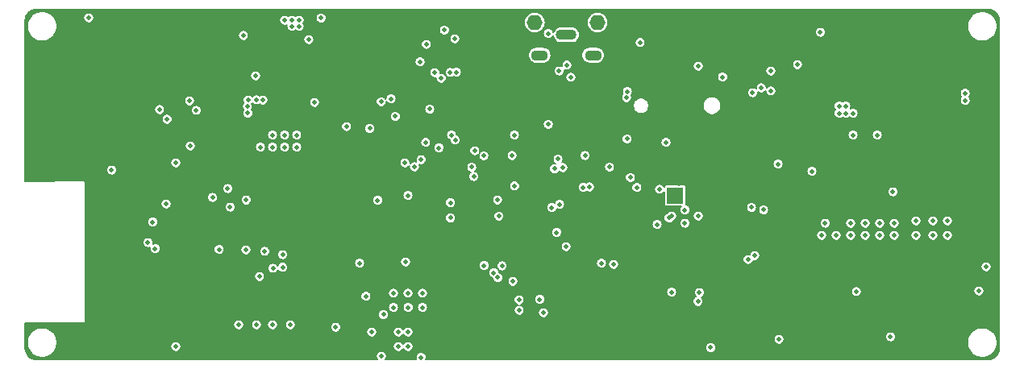
<source format=gbr>
G04 #@! TF.GenerationSoftware,KiCad,Pcbnew,(5.0.0)*
G04 #@! TF.CreationDate,2018-12-27T15:31:04-06:00*
G04 #@! TF.ProjectId,fk-core,666B2D636F72652E6B696361645F7063,0.1*
G04 #@! TF.SameCoordinates,PX791ddc0PY791ddc0*
G04 #@! TF.FileFunction,Copper,L2,Inr,Signal*
G04 #@! TF.FilePolarity,Positive*
%FSLAX46Y46*%
G04 Gerber Fmt 4.6, Leading zero omitted, Abs format (unit mm)*
G04 Created by KiCad (PCBNEW (5.0.0)) date 12/27/18 15:31:04*
%MOMM*%
%LPD*%
G01*
G04 APERTURE LIST*
G04 #@! TA.AperFunction,ViaPad*
%ADD10O,1.651000X1.600000*%
G04 #@! TD*
G04 #@! TA.AperFunction,ViaPad*
%ADD11O,1.800000X1.100000*%
G04 #@! TD*
G04 #@! TA.AperFunction,ViaPad*
%ADD12O,2.200000X1.100000*%
G04 #@! TD*
G04 #@! TA.AperFunction,ViaPad*
%ADD13R,1.700000X1.700000*%
G04 #@! TD*
G04 #@! TA.AperFunction,ViaPad*
%ADD14C,0.500000*%
G04 #@! TD*
G04 #@! TA.AperFunction,Conductor*
%ADD15C,0.203200*%
G04 #@! TD*
G04 APERTURE END LIST*
D10*
G04 #@! TO.N,*
G04 #@! TO.C,J9*
X861000Y16259000D03*
X7461000Y16259000D03*
G04 #@! TD*
D11*
G04 #@! TO.N,Net-(J16-Pad6)*
G04 #@! TO.C,J16*
X6991000Y12827000D03*
G04 #@! TO.N,Net-(C14-Pad1)*
X1391000Y12827000D03*
D12*
G04 #@! TO.N,Net-(J16-Pad8)*
X4191000Y14977000D03*
G04 #@! TD*
D13*
G04 #@! TO.N,Net-(J15-Pad1)*
G04 #@! TO.C,J4*
X15621000Y-1905000D03*
G04 #@! TD*
D14*
G04 #@! TO.N,*
X-12446000Y-12170590D03*
G04 #@! TO.N,GND*
X16002000Y-6731000D03*
X-38090000Y9730000D03*
X-37410000Y9670000D03*
X-34000000Y16240000D03*
X16120000Y7240000D03*
X-38159083Y8945133D03*
X-37409083Y8945133D03*
X7580000Y-18370000D03*
X-45720000Y-16510000D03*
X-30861000Y-13081000D03*
X-29235447Y-17382599D03*
X-41529002Y-1651000D03*
X-29083000Y-12954000D03*
X-17653000Y-7747000D03*
X-33020000Y0D03*
X-31750000Y0D03*
X-30480000Y0D03*
X-29210000Y0D03*
X-27940000Y0D03*
X-26670000Y0D03*
X-25400000Y0D03*
X-24130000Y0D03*
X-22860000Y0D03*
X-21590000Y0D03*
X-20320000Y0D03*
X-19050000Y0D03*
X-17780000Y0D03*
X-16510000Y0D03*
X-15240000Y0D03*
X-13970000Y0D03*
X-20603328Y-18284010D03*
X-16260000Y-17942552D03*
X-24282400Y8839200D03*
X-22402800Y8890000D03*
X-4368800Y-18135600D03*
X-11426002Y-18186400D03*
X-18034000Y-13610410D03*
X-36982400Y7061200D03*
X-14610577Y-18370340D03*
X-16764000Y9398000D03*
X-30480000Y5842000D03*
X-31242000Y11684000D03*
X33020000Y-1778000D03*
X39370000Y12700000D03*
X41910000Y12700000D03*
X44450000Y12700000D03*
X46990000Y12700000D03*
X46990000Y11430000D03*
X44450000Y11430000D03*
X41910000Y11430000D03*
X39370000Y11430000D03*
X44450000Y10160000D03*
X46990000Y10160000D03*
X33460000Y15853590D03*
X45720000Y2540000D03*
X43180000Y2540000D03*
X38100000Y2540000D03*
X38100000Y5080000D03*
X43180000Y5080000D03*
X45720000Y5080000D03*
X33020000Y-3048000D03*
X29972000Y-2032000D03*
X29972000Y-3302000D03*
X24638000Y14478000D03*
X16002000Y-635000D03*
X17399000Y-635000D03*
X18923000Y-635000D03*
X20447000Y-635000D03*
X20447000Y-2540000D03*
X20447000Y-3937000D03*
X20447000Y-5334000D03*
X20447000Y-6604000D03*
X19050000Y-6731000D03*
X17780000Y-6731000D03*
X14351000Y-2413000D03*
X14351000Y-5334000D03*
X14351000Y-6731000D03*
X9779000Y-11557000D03*
X12954000Y-10160000D03*
X1716000Y-18096000D03*
X26035000Y-3302000D03*
X14858516Y-18539295D03*
X3392398Y-530684D03*
X-877276Y-4819305D03*
X27646000Y6662419D03*
X-2032000Y-17526000D03*
X28830000Y-18063379D03*
X14478000Y-698500D03*
X46228000Y-3556000D03*
X48641000Y-3556000D03*
X48577500Y6921500D03*
X46164500Y6477000D03*
X41940766Y10308410D03*
X39400766Y10308410D03*
X-36068000Y-9017000D03*
X-34798000Y-9017000D03*
X-33528000Y-9017000D03*
X-32385000Y-9017000D03*
X-43815000Y5461000D03*
X-49784000Y5461000D03*
X2158000Y10922000D03*
X6468220Y11890403D03*
X30226000Y5461000D03*
X21082000Y16637000D03*
X13970000Y16891000D03*
X8753034Y6225436D03*
X20980400Y-10922000D03*
X-4165600Y4368800D03*
X-11734800Y8534400D03*
X-9689200Y-2768600D03*
X-9663800Y-4343400D03*
X-6223000Y-6578600D03*
X30226000Y-9144000D03*
X30226000Y-10160000D03*
X30226000Y-11176000D03*
X31242000Y-10160000D03*
X32258000Y-10160000D03*
X33274000Y-10160000D03*
X34290000Y-10160000D03*
X35306000Y-10160000D03*
X-33782000Y-17780000D03*
X11139417Y6105605D03*
X-167745Y9071790D03*
X-3339276Y13284200D03*
X-2870200Y14757400D03*
X-7573190Y7186996D03*
X-4982472Y-814002D03*
X177800Y3733800D03*
X9321800Y592180D03*
X14192123Y-14600010D03*
X-47752000Y16764000D03*
X6096000Y5029200D03*
X-13436600Y-9271000D03*
X-13436600Y-8204200D03*
X-13436594Y-6375400D03*
X30017896Y3784600D03*
X-19024600Y14706600D03*
X11785600Y15748000D03*
G04 #@! TO.N,Net-(J15-Pad1)*
X14970903Y-4267945D03*
G04 #@! TO.N,3V3*
X19350000Y-17900000D03*
X-12700000Y-8890000D03*
X-24130000Y3175000D03*
X-25400000Y4445000D03*
X-25400000Y3175000D03*
X-26670000Y4445000D03*
X-26670000Y3175000D03*
X-27940000Y3175000D03*
X-24130000Y4445000D03*
X-13766800Y6400800D03*
X-35306000Y3302000D03*
X18034000Y11684000D03*
X-4445000Y-9271000D03*
X38227000Y-16764000D03*
X47498000Y-11938000D03*
X-31369000Y-1182000D03*
X-12446008Y-1905000D03*
X26416000Y1397000D03*
X-10160000Y7162800D03*
X2286000Y5559600D03*
X2932724Y895695D03*
X-7989200Y-2667000D03*
X-7989200Y-4267200D03*
X34644700Y-12001500D03*
X13966032Y-1250309D03*
X11582400Y-1066800D03*
X10557019Y4034643D03*
X-45974000Y16764000D03*
X25654000Y11176000D03*
X11928010Y14161269D03*
G04 #@! TO.N,/SWDIO*
X7874000Y-9020990D03*
X6616356Y-1006992D03*
G04 #@! TO.N,/SWCLK*
X9144000Y-9144000D03*
X5965888Y-1057313D03*
G04 #@! TO.N,/RESET*
X13716000Y-4953000D03*
X-1512276Y2289990D03*
G04 #@! TO.N,/MOSI*
X-25607190Y-8128000D03*
X-27482800Y-7772400D03*
X1778000Y-14224000D03*
X-3429000Y-10033002D03*
G04 #@! TO.N,/SCK*
X-25607190Y-9448800D03*
X-26619200Y-9550400D03*
X1397000Y-12827000D03*
X-3011695Y-10534495D03*
G04 #@! TO.N,/MISO*
X-16865600Y-12496800D03*
X-766402Y-13970000D03*
X-2567945Y-9308355D03*
G04 #@! TO.N,/USB-*
X4663637Y10511610D03*
G04 #@! TO.N,/USB+*
X4242603Y11791360D03*
G04 #@! TO.N,/D30*
X3313724Y1911695D03*
X23633724Y-3168305D03*
G04 #@! TO.N,/D31*
X3821724Y1022695D03*
X24903724Y-3422305D03*
G04 #@! TO.N,/A5_BATT_V*
X-36830000Y1524000D03*
G04 #@! TO.N,VUSB*
X2286000Y15113000D03*
G04 #@! TO.N,/SDA2*
X-11176000Y12141200D03*
X-10587810Y3671549D03*
G04 #@! TO.N,/BAT_BACKUP*
X26517600Y-17018000D03*
X23749000Y8890000D03*
G04 #@! TO.N,VBAT*
X-39751000Y-6858000D03*
X-39243000Y-4699000D03*
G04 #@! TO.N,VBUS*
X-29230000Y8120000D03*
X-28370000Y8140000D03*
X-27670000Y8110000D03*
X-29300000Y7430000D03*
X-29260000Y6740000D03*
X-38530000Y7120000D03*
X-34670000Y7040000D03*
X-25400000Y16510000D03*
X-24638000Y16510000D03*
X-23876000Y16510000D03*
X-23876000Y15875000D03*
X-24638000Y15875000D03*
X34290000Y6731000D03*
X32829500Y6731000D03*
X32829500Y7493000D03*
X33528000Y7492998D03*
X33528000Y6731002D03*
G04 #@! TO.N,/GPS_FIX*
X28459724Y11832410D03*
G04 #@! TO.N,Net-(J11-Pad1)*
X46075600Y8839200D03*
X46075600Y8077200D03*
G04 #@! TO.N,Net-(R4-Pad1)*
X-30226000Y-15494000D03*
G04 #@! TO.N,Net-(R5-Pad1)*
X-26670000Y-15494000D03*
G04 #@! TO.N,/SCL2*
X-11053143Y1859781D03*
G04 #@! TO.N,/PG*
X-29722000Y14909800D03*
X-37733532Y6096336D03*
G04 #@! TO.N,/CHG*
X-35379998Y8030000D03*
X-28448000Y10668000D03*
G04 #@! TO.N,/GPS_TX*
X25665724Y9070802D03*
G04 #@! TO.N,/GPS_RX*
X24649724Y9401990D03*
G04 #@! TO.N,/PERIPH_3V3*
X-13462000Y-16256000D03*
X-12446000Y-16256000D03*
X-13462000Y-17780000D03*
X-12446000Y-17780000D03*
X-13970000Y-12170590D03*
X-10922000Y-12170590D03*
X-29464000Y-7620000D03*
X-17526000Y-9017000D03*
X-20031945Y-15751990D03*
X-28037621Y-10433885D03*
X-24790400Y-15494000D03*
X-28346400Y-15494000D03*
X-11057822Y-18921697D03*
X-12422724Y-13673191D03*
X-10921211Y-13673191D03*
X-13965918Y-13673191D03*
X15240000Y-12065000D03*
X-15621000Y-2413000D03*
X-32280452Y-7577010D03*
X-29429046Y-2389680D03*
X-43561000Y762000D03*
X18161000Y-12115800D03*
X18008600Y-13055600D03*
G04 #@! TO.N,/GPS_3V3*
X34290000Y4445000D03*
X36830000Y4445000D03*
X42672000Y-6096000D03*
X44196000Y-6096000D03*
X40894000Y-6096000D03*
X40894000Y-4572000D03*
X42672000Y-4572000D03*
X44196000Y-4572000D03*
X38481000Y-1524000D03*
X29972000Y635000D03*
X48260000Y-9398000D03*
G04 #@! TO.N,Net-(C29-Pad1)*
X-22250400Y7874000D03*
X-15255036Y7936742D03*
G04 #@! TO.N,/MODULE_3V3*
X-16459200Y5130800D03*
G04 #@! TO.N,/D12_SD_CS*
X3175000Y-5795179D03*
G04 #@! TO.N,/A1_WIFI_RST*
X-15240000Y-18796000D03*
G04 #@! TO.N,/D2_WIFI_EN*
X-16256000Y-16256000D03*
X-776402Y-12883595D03*
G04 #@! TO.N,/D7_WIFI_CS*
X-1241858Y-902657D03*
G04 #@! TO.N,/A4_GPS_EN*
X-7485893Y3927549D03*
G04 #@! TO.N,/LORA_D0*
X-3036276Y-2391590D03*
G04 #@! TO.N,/D5_RADIO_CS*
X-2902503Y-4085410D03*
G04 #@! TO.N,/D26_FLASH_CS*
X-15024288Y-14427200D03*
X-1429681Y-10938744D03*
G04 #@! TO.N,/D25_PERIPH_EN*
X-1270000Y4445000D03*
X-7877990Y4448990D03*
G04 #@! TO.N,/A1_WIFI_RST*
X-36830000Y-17780000D03*
G04 #@! TO.N,/A2_WIFI_IRQ*
X-11761448Y1109385D03*
G04 #@! TO.N,/D8_WIFI_WAKE*
X-4470400Y2260600D03*
G04 #@! TO.N,/A4_GPS_EN*
X14649465Y3679032D03*
G04 #@! TO.N,/GPS_PWR_FILT*
X31369000Y-4826000D03*
X38608000Y-6096000D03*
X37084000Y-6096000D03*
X35560000Y-6096000D03*
X34036000Y-6096000D03*
X32512000Y-6096000D03*
X30988000Y-6096000D03*
X34036000Y-4826000D03*
X35560000Y-4826000D03*
X37084000Y-4826000D03*
X38608000Y-4826000D03*
G04 #@! TO.N,Net-(J15-Pad1)*
X15240000Y-4064000D03*
X18034000Y-4064000D03*
X16637000Y-3429000D03*
X16637000Y-4826000D03*
G04 #@! TO.N,/SDA1*
X-31115000Y-3144000D03*
X2664953Y-3175000D03*
X-22860000Y14478000D03*
X10900590Y-25400D03*
X10591800Y9017000D03*
X-7518400Y14554200D03*
X-10515602Y13970000D03*
G04 #@! TO.N,/SCL2*
X-9626600Y10998200D03*
G04 #@! TO.N,/SDA1*
X23266400Y-8636000D03*
G04 #@! TO.N,/SCL1*
X10515612Y8369052D03*
X-32966801Y-2110269D03*
X8712200Y1070770D03*
X23977600Y-8229600D03*
X3476473Y-2832021D03*
X-21564600Y16738600D03*
X-8610600Y15468600D03*
G04 #@! TO.N,Net-(C40-Pad1)*
X-37846000Y-2794000D03*
X-38989000Y-7493000D03*
G04 #@! TO.N,Net-(J16-Pad4)*
X3429000Y11176000D03*
G04 #@! TO.N,/A3_STATUS*
X-5435600Y2794000D03*
X30861000Y15240000D03*
X20599400Y10541000D03*
G04 #@! TO.N,/D9_I2S_DATA*
X-9189827Y3092248D03*
X-8945002Y10410993D03*
G04 #@! TO.N,/D1_I2S_BCLK*
X-5740400Y1066800D03*
X-7357168Y11049376D03*
G04 #@! TO.N,/D0_I2S_WS*
X-5539661Y83234D03*
X-8008988Y11021594D03*
G04 #@! TO.N,/LORA_D2*
X4165600Y-7289800D03*
G04 #@! TO.N,/LORA_D1*
X6149420Y2289990D03*
G04 #@! TO.N,/A5_BATT_V*
X-12772376Y1524000D03*
G04 #@! TO.N,/A5_MODULE_EN*
X-14224000Y8255000D03*
X-18897600Y5334000D03*
G04 #@! TD*
D15*
G04 #@! TO.N,GND*
G36*
X48717225Y17597080D02*
X48926182Y17533992D01*
X49118898Y17431524D01*
X49288049Y17293567D01*
X49427178Y17125388D01*
X49530992Y16933390D01*
X49595537Y16724878D01*
X49620201Y16490210D01*
X49620200Y-17981430D01*
X49597080Y-18217225D01*
X49533992Y-18426183D01*
X49431523Y-18618899D01*
X49293567Y-18788050D01*
X49125390Y-18927177D01*
X48933390Y-19030992D01*
X48724882Y-19095536D01*
X48490220Y-19120200D01*
X-10539534Y-19120200D01*
X-10524343Y-19083526D01*
X-10503022Y-18976340D01*
X-10503022Y-18867054D01*
X-10524343Y-18759868D01*
X-10566165Y-18658901D01*
X-10626881Y-18568033D01*
X-10704158Y-18490756D01*
X-10795026Y-18430040D01*
X-10895993Y-18388218D01*
X-11003179Y-18366897D01*
X-11112465Y-18366897D01*
X-11219651Y-18388218D01*
X-11320618Y-18430040D01*
X-11411486Y-18490756D01*
X-11488763Y-18568033D01*
X-11549479Y-18658901D01*
X-11591301Y-18759868D01*
X-11612622Y-18867054D01*
X-11612622Y-18976340D01*
X-11591301Y-19083526D01*
X-11576110Y-19120200D01*
X-14789372Y-19120200D01*
X-14748343Y-19058796D01*
X-14706521Y-18957829D01*
X-14685200Y-18850643D01*
X-14685200Y-18741357D01*
X-14706521Y-18634171D01*
X-14748343Y-18533204D01*
X-14809059Y-18442336D01*
X-14886336Y-18365059D01*
X-14977204Y-18304343D01*
X-15078171Y-18262521D01*
X-15185357Y-18241200D01*
X-15294643Y-18241200D01*
X-15401829Y-18262521D01*
X-15502796Y-18304343D01*
X-15593664Y-18365059D01*
X-15670941Y-18442336D01*
X-15731657Y-18533204D01*
X-15773479Y-18634171D01*
X-15794800Y-18741357D01*
X-15794800Y-18850643D01*
X-15773479Y-18957829D01*
X-15731657Y-19058796D01*
X-15690628Y-19120200D01*
X-51481430Y-19120200D01*
X-51717225Y-19097080D01*
X-51926183Y-19033992D01*
X-52118899Y-18931523D01*
X-52288050Y-18793567D01*
X-52427177Y-18625390D01*
X-52530992Y-18433390D01*
X-52595536Y-18224882D01*
X-52620200Y-17990220D01*
X-52620200Y-17209896D01*
X-52439800Y-17209896D01*
X-52439800Y-17520104D01*
X-52379282Y-17824352D01*
X-52260570Y-18110948D01*
X-52088227Y-18368877D01*
X-51868877Y-18588227D01*
X-51610948Y-18760570D01*
X-51324352Y-18879282D01*
X-51020104Y-18939800D01*
X-50709896Y-18939800D01*
X-50405648Y-18879282D01*
X-50119052Y-18760570D01*
X-49861123Y-18588227D01*
X-49641773Y-18368877D01*
X-49469430Y-18110948D01*
X-49350718Y-17824352D01*
X-49331027Y-17725357D01*
X-37384800Y-17725357D01*
X-37384800Y-17834643D01*
X-37363479Y-17941829D01*
X-37321657Y-18042796D01*
X-37260941Y-18133664D01*
X-37183664Y-18210941D01*
X-37092796Y-18271657D01*
X-36991829Y-18313479D01*
X-36884643Y-18334800D01*
X-36775357Y-18334800D01*
X-36668171Y-18313479D01*
X-36567204Y-18271657D01*
X-36476336Y-18210941D01*
X-36399059Y-18133664D01*
X-36338343Y-18042796D01*
X-36296521Y-17941829D01*
X-36275200Y-17834643D01*
X-36275200Y-17725357D01*
X-14016800Y-17725357D01*
X-14016800Y-17834643D01*
X-13995479Y-17941829D01*
X-13953657Y-18042796D01*
X-13892941Y-18133664D01*
X-13815664Y-18210941D01*
X-13724796Y-18271657D01*
X-13623829Y-18313479D01*
X-13516643Y-18334800D01*
X-13407357Y-18334800D01*
X-13300171Y-18313479D01*
X-13199204Y-18271657D01*
X-13108336Y-18210941D01*
X-13031059Y-18133664D01*
X-12970343Y-18042796D01*
X-12954000Y-18003341D01*
X-12937657Y-18042796D01*
X-12876941Y-18133664D01*
X-12799664Y-18210941D01*
X-12708796Y-18271657D01*
X-12607829Y-18313479D01*
X-12500643Y-18334800D01*
X-12391357Y-18334800D01*
X-12284171Y-18313479D01*
X-12183204Y-18271657D01*
X-12092336Y-18210941D01*
X-12015059Y-18133664D01*
X-11954343Y-18042796D01*
X-11912521Y-17941829D01*
X-11893332Y-17845357D01*
X18795200Y-17845357D01*
X18795200Y-17954643D01*
X18816521Y-18061829D01*
X18858343Y-18162796D01*
X18919059Y-18253664D01*
X18996336Y-18330941D01*
X19087204Y-18391657D01*
X19188171Y-18433479D01*
X19295357Y-18454800D01*
X19404643Y-18454800D01*
X19511829Y-18433479D01*
X19612796Y-18391657D01*
X19703664Y-18330941D01*
X19780941Y-18253664D01*
X19841657Y-18162796D01*
X19883479Y-18061829D01*
X19904800Y-17954643D01*
X19904800Y-17845357D01*
X19883479Y-17738171D01*
X19841657Y-17637204D01*
X19780941Y-17546336D01*
X19703664Y-17469059D01*
X19612796Y-17408343D01*
X19511829Y-17366521D01*
X19404643Y-17345200D01*
X19295357Y-17345200D01*
X19188171Y-17366521D01*
X19087204Y-17408343D01*
X18996336Y-17469059D01*
X18919059Y-17546336D01*
X18858343Y-17637204D01*
X18816521Y-17738171D01*
X18795200Y-17845357D01*
X-11893332Y-17845357D01*
X-11891200Y-17834643D01*
X-11891200Y-17725357D01*
X-11912521Y-17618171D01*
X-11954343Y-17517204D01*
X-12015059Y-17426336D01*
X-12092336Y-17349059D01*
X-12183204Y-17288343D01*
X-12284171Y-17246521D01*
X-12391357Y-17225200D01*
X-12500643Y-17225200D01*
X-12607829Y-17246521D01*
X-12708796Y-17288343D01*
X-12799664Y-17349059D01*
X-12876941Y-17426336D01*
X-12937657Y-17517204D01*
X-12954000Y-17556659D01*
X-12970343Y-17517204D01*
X-13031059Y-17426336D01*
X-13108336Y-17349059D01*
X-13199204Y-17288343D01*
X-13300171Y-17246521D01*
X-13407357Y-17225200D01*
X-13516643Y-17225200D01*
X-13623829Y-17246521D01*
X-13724796Y-17288343D01*
X-13815664Y-17349059D01*
X-13892941Y-17426336D01*
X-13953657Y-17517204D01*
X-13995479Y-17618171D01*
X-14016800Y-17725357D01*
X-36275200Y-17725357D01*
X-36296521Y-17618171D01*
X-36338343Y-17517204D01*
X-36399059Y-17426336D01*
X-36476336Y-17349059D01*
X-36567204Y-17288343D01*
X-36668171Y-17246521D01*
X-36775357Y-17225200D01*
X-36884643Y-17225200D01*
X-36991829Y-17246521D01*
X-37092796Y-17288343D01*
X-37183664Y-17349059D01*
X-37260941Y-17426336D01*
X-37321657Y-17517204D01*
X-37363479Y-17618171D01*
X-37384800Y-17725357D01*
X-49331027Y-17725357D01*
X-49290200Y-17520104D01*
X-49290200Y-17209896D01*
X-49339239Y-16963357D01*
X25962800Y-16963357D01*
X25962800Y-17072643D01*
X25984121Y-17179829D01*
X26025943Y-17280796D01*
X26086659Y-17371664D01*
X26163936Y-17448941D01*
X26254804Y-17509657D01*
X26355771Y-17551479D01*
X26462957Y-17572800D01*
X26572243Y-17572800D01*
X26679429Y-17551479D01*
X26780396Y-17509657D01*
X26871264Y-17448941D01*
X26948541Y-17371664D01*
X27009257Y-17280796D01*
X27051079Y-17179829D01*
X27072400Y-17072643D01*
X27072400Y-16963357D01*
X27051079Y-16856171D01*
X27009257Y-16755204D01*
X26978624Y-16709357D01*
X37672200Y-16709357D01*
X37672200Y-16818643D01*
X37693521Y-16925829D01*
X37735343Y-17026796D01*
X37796059Y-17117664D01*
X37873336Y-17194941D01*
X37964204Y-17255657D01*
X38065171Y-17297479D01*
X38172357Y-17318800D01*
X38281643Y-17318800D01*
X38388829Y-17297479D01*
X38489796Y-17255657D01*
X38558282Y-17209896D01*
X46290200Y-17209896D01*
X46290200Y-17520104D01*
X46350718Y-17824352D01*
X46469430Y-18110948D01*
X46641773Y-18368877D01*
X46861123Y-18588227D01*
X47119052Y-18760570D01*
X47405648Y-18879282D01*
X47709896Y-18939800D01*
X48020104Y-18939800D01*
X48324352Y-18879282D01*
X48610948Y-18760570D01*
X48868877Y-18588227D01*
X49088227Y-18368877D01*
X49260570Y-18110948D01*
X49379282Y-17824352D01*
X49439800Y-17520104D01*
X49439800Y-17209896D01*
X49379282Y-16905648D01*
X49260570Y-16619052D01*
X49088227Y-16361123D01*
X48868877Y-16141773D01*
X48610948Y-15969430D01*
X48324352Y-15850718D01*
X48020104Y-15790200D01*
X47709896Y-15790200D01*
X47405648Y-15850718D01*
X47119052Y-15969430D01*
X46861123Y-16141773D01*
X46641773Y-16361123D01*
X46469430Y-16619052D01*
X46350718Y-16905648D01*
X46290200Y-17209896D01*
X38558282Y-17209896D01*
X38580664Y-17194941D01*
X38657941Y-17117664D01*
X38718657Y-17026796D01*
X38760479Y-16925829D01*
X38781800Y-16818643D01*
X38781800Y-16709357D01*
X38760479Y-16602171D01*
X38718657Y-16501204D01*
X38657941Y-16410336D01*
X38580664Y-16333059D01*
X38489796Y-16272343D01*
X38388829Y-16230521D01*
X38281643Y-16209200D01*
X38172357Y-16209200D01*
X38065171Y-16230521D01*
X37964204Y-16272343D01*
X37873336Y-16333059D01*
X37796059Y-16410336D01*
X37735343Y-16501204D01*
X37693521Y-16602171D01*
X37672200Y-16709357D01*
X26978624Y-16709357D01*
X26948541Y-16664336D01*
X26871264Y-16587059D01*
X26780396Y-16526343D01*
X26679429Y-16484521D01*
X26572243Y-16463200D01*
X26462957Y-16463200D01*
X26355771Y-16484521D01*
X26254804Y-16526343D01*
X26163936Y-16587059D01*
X26086659Y-16664336D01*
X26025943Y-16755204D01*
X25984121Y-16856171D01*
X25962800Y-16963357D01*
X-49339239Y-16963357D01*
X-49350718Y-16905648D01*
X-49469430Y-16619052D01*
X-49641773Y-16361123D01*
X-49861123Y-16141773D01*
X-50119052Y-15969430D01*
X-50405648Y-15850718D01*
X-50709896Y-15790200D01*
X-51020104Y-15790200D01*
X-51324352Y-15850718D01*
X-51610948Y-15969430D01*
X-51868877Y-16141773D01*
X-52088227Y-16361123D01*
X-52260570Y-16619052D01*
X-52379282Y-16905648D01*
X-52439800Y-17209896D01*
X-52620200Y-17209896D01*
X-52620200Y-15439357D01*
X-30780800Y-15439357D01*
X-30780800Y-15548643D01*
X-30759479Y-15655829D01*
X-30717657Y-15756796D01*
X-30656941Y-15847664D01*
X-30579664Y-15924941D01*
X-30488796Y-15985657D01*
X-30387829Y-16027479D01*
X-30280643Y-16048800D01*
X-30171357Y-16048800D01*
X-30064171Y-16027479D01*
X-29963204Y-15985657D01*
X-29872336Y-15924941D01*
X-29795059Y-15847664D01*
X-29734343Y-15756796D01*
X-29692521Y-15655829D01*
X-29671200Y-15548643D01*
X-29671200Y-15439357D01*
X-28901200Y-15439357D01*
X-28901200Y-15548643D01*
X-28879879Y-15655829D01*
X-28838057Y-15756796D01*
X-28777341Y-15847664D01*
X-28700064Y-15924941D01*
X-28609196Y-15985657D01*
X-28508229Y-16027479D01*
X-28401043Y-16048800D01*
X-28291757Y-16048800D01*
X-28184571Y-16027479D01*
X-28083604Y-15985657D01*
X-27992736Y-15924941D01*
X-27915459Y-15847664D01*
X-27854743Y-15756796D01*
X-27812921Y-15655829D01*
X-27791600Y-15548643D01*
X-27791600Y-15439357D01*
X-27224800Y-15439357D01*
X-27224800Y-15548643D01*
X-27203479Y-15655829D01*
X-27161657Y-15756796D01*
X-27100941Y-15847664D01*
X-27023664Y-15924941D01*
X-26932796Y-15985657D01*
X-26831829Y-16027479D01*
X-26724643Y-16048800D01*
X-26615357Y-16048800D01*
X-26508171Y-16027479D01*
X-26407204Y-15985657D01*
X-26316336Y-15924941D01*
X-26239059Y-15847664D01*
X-26178343Y-15756796D01*
X-26136521Y-15655829D01*
X-26115200Y-15548643D01*
X-26115200Y-15439357D01*
X-25345200Y-15439357D01*
X-25345200Y-15548643D01*
X-25323879Y-15655829D01*
X-25282057Y-15756796D01*
X-25221341Y-15847664D01*
X-25144064Y-15924941D01*
X-25053196Y-15985657D01*
X-24952229Y-16027479D01*
X-24845043Y-16048800D01*
X-24735757Y-16048800D01*
X-24628571Y-16027479D01*
X-24527604Y-15985657D01*
X-24436736Y-15924941D01*
X-24359459Y-15847664D01*
X-24298743Y-15756796D01*
X-24274119Y-15697347D01*
X-20586745Y-15697347D01*
X-20586745Y-15806633D01*
X-20565424Y-15913819D01*
X-20523602Y-16014786D01*
X-20462886Y-16105654D01*
X-20385609Y-16182931D01*
X-20294741Y-16243647D01*
X-20193774Y-16285469D01*
X-20086588Y-16306790D01*
X-19977302Y-16306790D01*
X-19870116Y-16285469D01*
X-19769149Y-16243647D01*
X-19705858Y-16201357D01*
X-16810800Y-16201357D01*
X-16810800Y-16310643D01*
X-16789479Y-16417829D01*
X-16747657Y-16518796D01*
X-16686941Y-16609664D01*
X-16609664Y-16686941D01*
X-16518796Y-16747657D01*
X-16417829Y-16789479D01*
X-16310643Y-16810800D01*
X-16201357Y-16810800D01*
X-16094171Y-16789479D01*
X-15993204Y-16747657D01*
X-15902336Y-16686941D01*
X-15825059Y-16609664D01*
X-15764343Y-16518796D01*
X-15722521Y-16417829D01*
X-15701200Y-16310643D01*
X-15701200Y-16201357D01*
X-14016800Y-16201357D01*
X-14016800Y-16310643D01*
X-13995479Y-16417829D01*
X-13953657Y-16518796D01*
X-13892941Y-16609664D01*
X-13815664Y-16686941D01*
X-13724796Y-16747657D01*
X-13623829Y-16789479D01*
X-13516643Y-16810800D01*
X-13407357Y-16810800D01*
X-13300171Y-16789479D01*
X-13199204Y-16747657D01*
X-13108336Y-16686941D01*
X-13031059Y-16609664D01*
X-12970343Y-16518796D01*
X-12954000Y-16479341D01*
X-12937657Y-16518796D01*
X-12876941Y-16609664D01*
X-12799664Y-16686941D01*
X-12708796Y-16747657D01*
X-12607829Y-16789479D01*
X-12500643Y-16810800D01*
X-12391357Y-16810800D01*
X-12284171Y-16789479D01*
X-12183204Y-16747657D01*
X-12092336Y-16686941D01*
X-12015059Y-16609664D01*
X-11954343Y-16518796D01*
X-11912521Y-16417829D01*
X-11891200Y-16310643D01*
X-11891200Y-16201357D01*
X-11912521Y-16094171D01*
X-11954343Y-15993204D01*
X-12015059Y-15902336D01*
X-12092336Y-15825059D01*
X-12183204Y-15764343D01*
X-12284171Y-15722521D01*
X-12391357Y-15701200D01*
X-12500643Y-15701200D01*
X-12607829Y-15722521D01*
X-12708796Y-15764343D01*
X-12799664Y-15825059D01*
X-12876941Y-15902336D01*
X-12937657Y-15993204D01*
X-12954000Y-16032659D01*
X-12970343Y-15993204D01*
X-13031059Y-15902336D01*
X-13108336Y-15825059D01*
X-13199204Y-15764343D01*
X-13300171Y-15722521D01*
X-13407357Y-15701200D01*
X-13516643Y-15701200D01*
X-13623829Y-15722521D01*
X-13724796Y-15764343D01*
X-13815664Y-15825059D01*
X-13892941Y-15902336D01*
X-13953657Y-15993204D01*
X-13995479Y-16094171D01*
X-14016800Y-16201357D01*
X-15701200Y-16201357D01*
X-15722521Y-16094171D01*
X-15764343Y-15993204D01*
X-15825059Y-15902336D01*
X-15902336Y-15825059D01*
X-15993204Y-15764343D01*
X-16094171Y-15722521D01*
X-16201357Y-15701200D01*
X-16310643Y-15701200D01*
X-16417829Y-15722521D01*
X-16518796Y-15764343D01*
X-16609664Y-15825059D01*
X-16686941Y-15902336D01*
X-16747657Y-15993204D01*
X-16789479Y-16094171D01*
X-16810800Y-16201357D01*
X-19705858Y-16201357D01*
X-19678281Y-16182931D01*
X-19601004Y-16105654D01*
X-19540288Y-16014786D01*
X-19498466Y-15913819D01*
X-19477145Y-15806633D01*
X-19477145Y-15697347D01*
X-19498466Y-15590161D01*
X-19540288Y-15489194D01*
X-19601004Y-15398326D01*
X-19678281Y-15321049D01*
X-19769149Y-15260333D01*
X-19870116Y-15218511D01*
X-19977302Y-15197190D01*
X-20086588Y-15197190D01*
X-20193774Y-15218511D01*
X-20294741Y-15260333D01*
X-20385609Y-15321049D01*
X-20462886Y-15398326D01*
X-20523602Y-15489194D01*
X-20565424Y-15590161D01*
X-20586745Y-15697347D01*
X-24274119Y-15697347D01*
X-24256921Y-15655829D01*
X-24235600Y-15548643D01*
X-24235600Y-15439357D01*
X-24256921Y-15332171D01*
X-24298743Y-15231204D01*
X-24359459Y-15140336D01*
X-24436736Y-15063059D01*
X-24527604Y-15002343D01*
X-24628571Y-14960521D01*
X-24735757Y-14939200D01*
X-24845043Y-14939200D01*
X-24952229Y-14960521D01*
X-25053196Y-15002343D01*
X-25144064Y-15063059D01*
X-25221341Y-15140336D01*
X-25282057Y-15231204D01*
X-25323879Y-15332171D01*
X-25345200Y-15439357D01*
X-26115200Y-15439357D01*
X-26136521Y-15332171D01*
X-26178343Y-15231204D01*
X-26239059Y-15140336D01*
X-26316336Y-15063059D01*
X-26407204Y-15002343D01*
X-26508171Y-14960521D01*
X-26615357Y-14939200D01*
X-26724643Y-14939200D01*
X-26831829Y-14960521D01*
X-26932796Y-15002343D01*
X-27023664Y-15063059D01*
X-27100941Y-15140336D01*
X-27161657Y-15231204D01*
X-27203479Y-15332171D01*
X-27224800Y-15439357D01*
X-27791600Y-15439357D01*
X-27812921Y-15332171D01*
X-27854743Y-15231204D01*
X-27915459Y-15140336D01*
X-27992736Y-15063059D01*
X-28083604Y-15002343D01*
X-28184571Y-14960521D01*
X-28291757Y-14939200D01*
X-28401043Y-14939200D01*
X-28508229Y-14960521D01*
X-28609196Y-15002343D01*
X-28700064Y-15063059D01*
X-28777341Y-15140336D01*
X-28838057Y-15231204D01*
X-28879879Y-15332171D01*
X-28901200Y-15439357D01*
X-29671200Y-15439357D01*
X-29692521Y-15332171D01*
X-29734343Y-15231204D01*
X-29795059Y-15140336D01*
X-29872336Y-15063059D01*
X-29963204Y-15002343D01*
X-30064171Y-14960521D01*
X-30171357Y-14939200D01*
X-30280643Y-14939200D01*
X-30387829Y-14960521D01*
X-30488796Y-15002343D01*
X-30579664Y-15063059D01*
X-30656941Y-15140336D01*
X-30717657Y-15231204D01*
X-30759479Y-15332171D01*
X-30780800Y-15439357D01*
X-52620200Y-15439357D01*
X-52620200Y-15341600D01*
X-46431200Y-15341600D01*
X-46392319Y-15333866D01*
X-46359358Y-15311842D01*
X-46337334Y-15278881D01*
X-46329600Y-15240000D01*
X-46329600Y-14372557D01*
X-15579088Y-14372557D01*
X-15579088Y-14481843D01*
X-15557767Y-14589029D01*
X-15515945Y-14689996D01*
X-15455229Y-14780864D01*
X-15377952Y-14858141D01*
X-15287084Y-14918857D01*
X-15186117Y-14960679D01*
X-15078931Y-14982000D01*
X-14969645Y-14982000D01*
X-14862459Y-14960679D01*
X-14761492Y-14918857D01*
X-14670624Y-14858141D01*
X-14593347Y-14780864D01*
X-14532631Y-14689996D01*
X-14490809Y-14589029D01*
X-14469488Y-14481843D01*
X-14469488Y-14372557D01*
X-14490809Y-14265371D01*
X-14532631Y-14164404D01*
X-14593347Y-14073536D01*
X-14670624Y-13996259D01*
X-14761492Y-13935543D01*
X-14862459Y-13893721D01*
X-14969645Y-13872400D01*
X-15078931Y-13872400D01*
X-15186117Y-13893721D01*
X-15287084Y-13935543D01*
X-15377952Y-13996259D01*
X-15455229Y-14073536D01*
X-15515945Y-14164404D01*
X-15557767Y-14265371D01*
X-15579088Y-14372557D01*
X-46329600Y-14372557D01*
X-46329600Y-13618548D01*
X-14520718Y-13618548D01*
X-14520718Y-13727834D01*
X-14499397Y-13835020D01*
X-14457575Y-13935987D01*
X-14396859Y-14026855D01*
X-14319582Y-14104132D01*
X-14228714Y-14164848D01*
X-14127747Y-14206670D01*
X-14020561Y-14227991D01*
X-13911275Y-14227991D01*
X-13804089Y-14206670D01*
X-13703122Y-14164848D01*
X-13612254Y-14104132D01*
X-13534977Y-14026855D01*
X-13474261Y-13935987D01*
X-13432439Y-13835020D01*
X-13411118Y-13727834D01*
X-13411118Y-13618548D01*
X-12977524Y-13618548D01*
X-12977524Y-13727834D01*
X-12956203Y-13835020D01*
X-12914381Y-13935987D01*
X-12853665Y-14026855D01*
X-12776388Y-14104132D01*
X-12685520Y-14164848D01*
X-12584553Y-14206670D01*
X-12477367Y-14227991D01*
X-12368081Y-14227991D01*
X-12260895Y-14206670D01*
X-12159928Y-14164848D01*
X-12069060Y-14104132D01*
X-11991783Y-14026855D01*
X-11931067Y-13935987D01*
X-11889245Y-13835020D01*
X-11867924Y-13727834D01*
X-11867924Y-13618548D01*
X-11476011Y-13618548D01*
X-11476011Y-13727834D01*
X-11454690Y-13835020D01*
X-11412868Y-13935987D01*
X-11352152Y-14026855D01*
X-11274875Y-14104132D01*
X-11184007Y-14164848D01*
X-11083040Y-14206670D01*
X-10975854Y-14227991D01*
X-10866568Y-14227991D01*
X-10759382Y-14206670D01*
X-10658415Y-14164848D01*
X-10567547Y-14104132D01*
X-10490270Y-14026855D01*
X-10429554Y-13935987D01*
X-10387732Y-13835020D01*
X-10366411Y-13727834D01*
X-10366411Y-13618548D01*
X-10387732Y-13511362D01*
X-10429554Y-13410395D01*
X-10490270Y-13319527D01*
X-10567547Y-13242250D01*
X-10658415Y-13181534D01*
X-10759382Y-13139712D01*
X-10866568Y-13118391D01*
X-10975854Y-13118391D01*
X-11083040Y-13139712D01*
X-11184007Y-13181534D01*
X-11274875Y-13242250D01*
X-11352152Y-13319527D01*
X-11412868Y-13410395D01*
X-11454690Y-13511362D01*
X-11476011Y-13618548D01*
X-11867924Y-13618548D01*
X-11889245Y-13511362D01*
X-11931067Y-13410395D01*
X-11991783Y-13319527D01*
X-12069060Y-13242250D01*
X-12159928Y-13181534D01*
X-12260895Y-13139712D01*
X-12368081Y-13118391D01*
X-12477367Y-13118391D01*
X-12584553Y-13139712D01*
X-12685520Y-13181534D01*
X-12776388Y-13242250D01*
X-12853665Y-13319527D01*
X-12914381Y-13410395D01*
X-12956203Y-13511362D01*
X-12977524Y-13618548D01*
X-13411118Y-13618548D01*
X-13432439Y-13511362D01*
X-13474261Y-13410395D01*
X-13534977Y-13319527D01*
X-13612254Y-13242250D01*
X-13703122Y-13181534D01*
X-13804089Y-13139712D01*
X-13911275Y-13118391D01*
X-14020561Y-13118391D01*
X-14127747Y-13139712D01*
X-14228714Y-13181534D01*
X-14319582Y-13242250D01*
X-14396859Y-13319527D01*
X-14457575Y-13410395D01*
X-14499397Y-13511362D01*
X-14520718Y-13618548D01*
X-46329600Y-13618548D01*
X-46329600Y-12442157D01*
X-17420400Y-12442157D01*
X-17420400Y-12551443D01*
X-17399079Y-12658629D01*
X-17357257Y-12759596D01*
X-17296541Y-12850464D01*
X-17219264Y-12927741D01*
X-17128396Y-12988457D01*
X-17027429Y-13030279D01*
X-16920243Y-13051600D01*
X-16810957Y-13051600D01*
X-16703771Y-13030279D01*
X-16602804Y-12988457D01*
X-16511936Y-12927741D01*
X-16434659Y-12850464D01*
X-16420286Y-12828952D01*
X-1331202Y-12828952D01*
X-1331202Y-12938238D01*
X-1309881Y-13045424D01*
X-1268059Y-13146391D01*
X-1207343Y-13237259D01*
X-1130066Y-13314536D01*
X-1039198Y-13375252D01*
X-938231Y-13417074D01*
X-884349Y-13427792D01*
X-928231Y-13436521D01*
X-1029198Y-13478343D01*
X-1120066Y-13539059D01*
X-1197343Y-13616336D01*
X-1258059Y-13707204D01*
X-1299881Y-13808171D01*
X-1321202Y-13915357D01*
X-1321202Y-14024643D01*
X-1299881Y-14131829D01*
X-1258059Y-14232796D01*
X-1197343Y-14323664D01*
X-1120066Y-14400941D01*
X-1029198Y-14461657D01*
X-928231Y-14503479D01*
X-821045Y-14524800D01*
X-711759Y-14524800D01*
X-604573Y-14503479D01*
X-503606Y-14461657D01*
X-412738Y-14400941D01*
X-335461Y-14323664D01*
X-274745Y-14232796D01*
X-248468Y-14169357D01*
X1223200Y-14169357D01*
X1223200Y-14278643D01*
X1244521Y-14385829D01*
X1286343Y-14486796D01*
X1347059Y-14577664D01*
X1424336Y-14654941D01*
X1515204Y-14715657D01*
X1616171Y-14757479D01*
X1723357Y-14778800D01*
X1832643Y-14778800D01*
X1939829Y-14757479D01*
X2040796Y-14715657D01*
X2131664Y-14654941D01*
X2208941Y-14577664D01*
X2269657Y-14486796D01*
X2311479Y-14385829D01*
X2332800Y-14278643D01*
X2332800Y-14169357D01*
X2311479Y-14062171D01*
X2269657Y-13961204D01*
X2208941Y-13870336D01*
X2131664Y-13793059D01*
X2040796Y-13732343D01*
X1939829Y-13690521D01*
X1832643Y-13669200D01*
X1723357Y-13669200D01*
X1616171Y-13690521D01*
X1515204Y-13732343D01*
X1424336Y-13793059D01*
X1347059Y-13870336D01*
X1286343Y-13961204D01*
X1244521Y-14062171D01*
X1223200Y-14169357D01*
X-248468Y-14169357D01*
X-232923Y-14131829D01*
X-211602Y-14024643D01*
X-211602Y-13915357D01*
X-232923Y-13808171D01*
X-274745Y-13707204D01*
X-335461Y-13616336D01*
X-412738Y-13539059D01*
X-503606Y-13478343D01*
X-604573Y-13436521D01*
X-658455Y-13425803D01*
X-614573Y-13417074D01*
X-513606Y-13375252D01*
X-422738Y-13314536D01*
X-345461Y-13237259D01*
X-284745Y-13146391D01*
X-242923Y-13045424D01*
X-221602Y-12938238D01*
X-221602Y-12828952D01*
X-232859Y-12772357D01*
X842200Y-12772357D01*
X842200Y-12881643D01*
X863521Y-12988829D01*
X905343Y-13089796D01*
X966059Y-13180664D01*
X1043336Y-13257941D01*
X1134204Y-13318657D01*
X1235171Y-13360479D01*
X1342357Y-13381800D01*
X1451643Y-13381800D01*
X1558829Y-13360479D01*
X1659796Y-13318657D01*
X1750664Y-13257941D01*
X1827941Y-13180664D01*
X1888657Y-13089796D01*
X1925455Y-13000957D01*
X17453800Y-13000957D01*
X17453800Y-13110243D01*
X17475121Y-13217429D01*
X17516943Y-13318396D01*
X17577659Y-13409264D01*
X17654936Y-13486541D01*
X17745804Y-13547257D01*
X17846771Y-13589079D01*
X17953957Y-13610400D01*
X18063243Y-13610400D01*
X18170429Y-13589079D01*
X18271396Y-13547257D01*
X18362264Y-13486541D01*
X18439541Y-13409264D01*
X18500257Y-13318396D01*
X18542079Y-13217429D01*
X18563400Y-13110243D01*
X18563400Y-13000957D01*
X18542079Y-12893771D01*
X18500257Y-12792804D01*
X18439541Y-12701936D01*
X18368123Y-12630518D01*
X18423796Y-12607457D01*
X18514664Y-12546741D01*
X18591941Y-12469464D01*
X18652657Y-12378596D01*
X18694479Y-12277629D01*
X18715800Y-12170443D01*
X18715800Y-12061157D01*
X18694479Y-11953971D01*
X18691533Y-11946857D01*
X34089900Y-11946857D01*
X34089900Y-12056143D01*
X34111221Y-12163329D01*
X34153043Y-12264296D01*
X34213759Y-12355164D01*
X34291036Y-12432441D01*
X34381904Y-12493157D01*
X34482871Y-12534979D01*
X34590057Y-12556300D01*
X34699343Y-12556300D01*
X34806529Y-12534979D01*
X34907496Y-12493157D01*
X34998364Y-12432441D01*
X35075641Y-12355164D01*
X35136357Y-12264296D01*
X35178179Y-12163329D01*
X35199500Y-12056143D01*
X35199500Y-11946857D01*
X35186869Y-11883357D01*
X46943200Y-11883357D01*
X46943200Y-11992643D01*
X46964521Y-12099829D01*
X47006343Y-12200796D01*
X47067059Y-12291664D01*
X47144336Y-12368941D01*
X47235204Y-12429657D01*
X47336171Y-12471479D01*
X47443357Y-12492800D01*
X47552643Y-12492800D01*
X47659829Y-12471479D01*
X47760796Y-12429657D01*
X47851664Y-12368941D01*
X47928941Y-12291664D01*
X47989657Y-12200796D01*
X48031479Y-12099829D01*
X48052800Y-11992643D01*
X48052800Y-11883357D01*
X48031479Y-11776171D01*
X47989657Y-11675204D01*
X47928941Y-11584336D01*
X47851664Y-11507059D01*
X47760796Y-11446343D01*
X47659829Y-11404521D01*
X47552643Y-11383200D01*
X47443357Y-11383200D01*
X47336171Y-11404521D01*
X47235204Y-11446343D01*
X47144336Y-11507059D01*
X47067059Y-11584336D01*
X47006343Y-11675204D01*
X46964521Y-11776171D01*
X46943200Y-11883357D01*
X35186869Y-11883357D01*
X35178179Y-11839671D01*
X35136357Y-11738704D01*
X35075641Y-11647836D01*
X34998364Y-11570559D01*
X34907496Y-11509843D01*
X34806529Y-11468021D01*
X34699343Y-11446700D01*
X34590057Y-11446700D01*
X34482871Y-11468021D01*
X34381904Y-11509843D01*
X34291036Y-11570559D01*
X34213759Y-11647836D01*
X34153043Y-11738704D01*
X34111221Y-11839671D01*
X34089900Y-11946857D01*
X18691533Y-11946857D01*
X18652657Y-11853004D01*
X18591941Y-11762136D01*
X18514664Y-11684859D01*
X18423796Y-11624143D01*
X18322829Y-11582321D01*
X18215643Y-11561000D01*
X18106357Y-11561000D01*
X17999171Y-11582321D01*
X17898204Y-11624143D01*
X17807336Y-11684859D01*
X17730059Y-11762136D01*
X17669343Y-11853004D01*
X17627521Y-11953971D01*
X17606200Y-12061157D01*
X17606200Y-12170443D01*
X17627521Y-12277629D01*
X17669343Y-12378596D01*
X17730059Y-12469464D01*
X17801477Y-12540882D01*
X17745804Y-12563943D01*
X17654936Y-12624659D01*
X17577659Y-12701936D01*
X17516943Y-12792804D01*
X17475121Y-12893771D01*
X17453800Y-13000957D01*
X1925455Y-13000957D01*
X1930479Y-12988829D01*
X1951800Y-12881643D01*
X1951800Y-12772357D01*
X1930479Y-12665171D01*
X1888657Y-12564204D01*
X1827941Y-12473336D01*
X1750664Y-12396059D01*
X1659796Y-12335343D01*
X1558829Y-12293521D01*
X1451643Y-12272200D01*
X1342357Y-12272200D01*
X1235171Y-12293521D01*
X1134204Y-12335343D01*
X1043336Y-12396059D01*
X966059Y-12473336D01*
X905343Y-12564204D01*
X863521Y-12665171D01*
X842200Y-12772357D01*
X-232859Y-12772357D01*
X-242923Y-12721766D01*
X-284745Y-12620799D01*
X-345461Y-12529931D01*
X-422738Y-12452654D01*
X-513606Y-12391938D01*
X-614573Y-12350116D01*
X-721759Y-12328795D01*
X-831045Y-12328795D01*
X-938231Y-12350116D01*
X-1039198Y-12391938D01*
X-1130066Y-12452654D01*
X-1207343Y-12529931D01*
X-1268059Y-12620799D01*
X-1309881Y-12721766D01*
X-1331202Y-12828952D01*
X-16420286Y-12828952D01*
X-16373943Y-12759596D01*
X-16332121Y-12658629D01*
X-16310800Y-12551443D01*
X-16310800Y-12442157D01*
X-16332121Y-12334971D01*
X-16373943Y-12234004D01*
X-16434659Y-12143136D01*
X-16461848Y-12115947D01*
X-14524800Y-12115947D01*
X-14524800Y-12225233D01*
X-14503479Y-12332419D01*
X-14461657Y-12433386D01*
X-14400941Y-12524254D01*
X-14323664Y-12601531D01*
X-14232796Y-12662247D01*
X-14131829Y-12704069D01*
X-14024643Y-12725390D01*
X-13915357Y-12725390D01*
X-13808171Y-12704069D01*
X-13707204Y-12662247D01*
X-13616336Y-12601531D01*
X-13539059Y-12524254D01*
X-13478343Y-12433386D01*
X-13436521Y-12332419D01*
X-13415200Y-12225233D01*
X-13415200Y-12115947D01*
X-13000800Y-12115947D01*
X-13000800Y-12225233D01*
X-12979479Y-12332419D01*
X-12937657Y-12433386D01*
X-12876941Y-12524254D01*
X-12799664Y-12601531D01*
X-12708796Y-12662247D01*
X-12607829Y-12704069D01*
X-12500643Y-12725390D01*
X-12391357Y-12725390D01*
X-12284171Y-12704069D01*
X-12183204Y-12662247D01*
X-12092336Y-12601531D01*
X-12015059Y-12524254D01*
X-11954343Y-12433386D01*
X-11912521Y-12332419D01*
X-11891200Y-12225233D01*
X-11891200Y-12115947D01*
X-11476800Y-12115947D01*
X-11476800Y-12225233D01*
X-11455479Y-12332419D01*
X-11413657Y-12433386D01*
X-11352941Y-12524254D01*
X-11275664Y-12601531D01*
X-11184796Y-12662247D01*
X-11083829Y-12704069D01*
X-10976643Y-12725390D01*
X-10867357Y-12725390D01*
X-10760171Y-12704069D01*
X-10659204Y-12662247D01*
X-10568336Y-12601531D01*
X-10491059Y-12524254D01*
X-10430343Y-12433386D01*
X-10388521Y-12332419D01*
X-10367200Y-12225233D01*
X-10367200Y-12115947D01*
X-10388203Y-12010357D01*
X14685200Y-12010357D01*
X14685200Y-12119643D01*
X14706521Y-12226829D01*
X14748343Y-12327796D01*
X14809059Y-12418664D01*
X14886336Y-12495941D01*
X14977204Y-12556657D01*
X15078171Y-12598479D01*
X15185357Y-12619800D01*
X15294643Y-12619800D01*
X15401829Y-12598479D01*
X15502796Y-12556657D01*
X15593664Y-12495941D01*
X15670941Y-12418664D01*
X15731657Y-12327796D01*
X15773479Y-12226829D01*
X15794800Y-12119643D01*
X15794800Y-12010357D01*
X15773479Y-11903171D01*
X15731657Y-11802204D01*
X15670941Y-11711336D01*
X15593664Y-11634059D01*
X15502796Y-11573343D01*
X15401829Y-11531521D01*
X15294643Y-11510200D01*
X15185357Y-11510200D01*
X15078171Y-11531521D01*
X14977204Y-11573343D01*
X14886336Y-11634059D01*
X14809059Y-11711336D01*
X14748343Y-11802204D01*
X14706521Y-11903171D01*
X14685200Y-12010357D01*
X-10388203Y-12010357D01*
X-10388521Y-12008761D01*
X-10430343Y-11907794D01*
X-10491059Y-11816926D01*
X-10568336Y-11739649D01*
X-10659204Y-11678933D01*
X-10760171Y-11637111D01*
X-10867357Y-11615790D01*
X-10976643Y-11615790D01*
X-11083829Y-11637111D01*
X-11184796Y-11678933D01*
X-11275664Y-11739649D01*
X-11352941Y-11816926D01*
X-11413657Y-11907794D01*
X-11455479Y-12008761D01*
X-11476800Y-12115947D01*
X-11891200Y-12115947D01*
X-11912521Y-12008761D01*
X-11954343Y-11907794D01*
X-12015059Y-11816926D01*
X-12092336Y-11739649D01*
X-12183204Y-11678933D01*
X-12284171Y-11637111D01*
X-12391357Y-11615790D01*
X-12500643Y-11615790D01*
X-12607829Y-11637111D01*
X-12708796Y-11678933D01*
X-12799664Y-11739649D01*
X-12876941Y-11816926D01*
X-12937657Y-11907794D01*
X-12979479Y-12008761D01*
X-13000800Y-12115947D01*
X-13415200Y-12115947D01*
X-13436521Y-12008761D01*
X-13478343Y-11907794D01*
X-13539059Y-11816926D01*
X-13616336Y-11739649D01*
X-13707204Y-11678933D01*
X-13808171Y-11637111D01*
X-13915357Y-11615790D01*
X-14024643Y-11615790D01*
X-14131829Y-11637111D01*
X-14232796Y-11678933D01*
X-14323664Y-11739649D01*
X-14400941Y-11816926D01*
X-14461657Y-11907794D01*
X-14503479Y-12008761D01*
X-14524800Y-12115947D01*
X-16461848Y-12115947D01*
X-16511936Y-12065859D01*
X-16602804Y-12005143D01*
X-16703771Y-11963321D01*
X-16810957Y-11942000D01*
X-16920243Y-11942000D01*
X-17027429Y-11963321D01*
X-17128396Y-12005143D01*
X-17219264Y-12065859D01*
X-17296541Y-12143136D01*
X-17357257Y-12234004D01*
X-17399079Y-12334971D01*
X-17420400Y-12442157D01*
X-46329600Y-12442157D01*
X-46329600Y-10379242D01*
X-28592421Y-10379242D01*
X-28592421Y-10488528D01*
X-28571100Y-10595714D01*
X-28529278Y-10696681D01*
X-28468562Y-10787549D01*
X-28391285Y-10864826D01*
X-28300417Y-10925542D01*
X-28199450Y-10967364D01*
X-28092264Y-10988685D01*
X-27982978Y-10988685D01*
X-27875792Y-10967364D01*
X-27774825Y-10925542D01*
X-27683957Y-10864826D01*
X-27606680Y-10787549D01*
X-27545964Y-10696681D01*
X-27504142Y-10595714D01*
X-27482821Y-10488528D01*
X-27482821Y-10379242D01*
X-27504142Y-10272056D01*
X-27545964Y-10171089D01*
X-27606680Y-10080221D01*
X-27683957Y-10002944D01*
X-27774825Y-9942228D01*
X-27875792Y-9900406D01*
X-27982978Y-9879085D01*
X-28092264Y-9879085D01*
X-28199450Y-9900406D01*
X-28300417Y-9942228D01*
X-28391285Y-10002944D01*
X-28468562Y-10080221D01*
X-28529278Y-10171089D01*
X-28571100Y-10272056D01*
X-28592421Y-10379242D01*
X-46329600Y-10379242D01*
X-46329600Y-9495757D01*
X-27174000Y-9495757D01*
X-27174000Y-9605043D01*
X-27152679Y-9712229D01*
X-27110857Y-9813196D01*
X-27050141Y-9904064D01*
X-26972864Y-9981341D01*
X-26881996Y-10042057D01*
X-26781029Y-10083879D01*
X-26673843Y-10105200D01*
X-26564557Y-10105200D01*
X-26457371Y-10083879D01*
X-26356404Y-10042057D01*
X-26265536Y-9981341D01*
X-26188259Y-9904064D01*
X-26127543Y-9813196D01*
X-26090582Y-9723965D01*
X-26038131Y-9802464D01*
X-25960854Y-9879741D01*
X-25869986Y-9940457D01*
X-25769019Y-9982279D01*
X-25661833Y-10003600D01*
X-25552547Y-10003600D01*
X-25445361Y-9982279D01*
X-25435898Y-9978359D01*
X-3983800Y-9978359D01*
X-3983800Y-10087645D01*
X-3962479Y-10194831D01*
X-3920657Y-10295798D01*
X-3859941Y-10386666D01*
X-3782664Y-10463943D01*
X-3691796Y-10524659D01*
X-3590829Y-10566481D01*
X-3566495Y-10571321D01*
X-3566495Y-10589138D01*
X-3545174Y-10696324D01*
X-3503352Y-10797291D01*
X-3442636Y-10888159D01*
X-3365359Y-10965436D01*
X-3274491Y-11026152D01*
X-3173524Y-11067974D01*
X-3066338Y-11089295D01*
X-2957052Y-11089295D01*
X-2849866Y-11067974D01*
X-2748899Y-11026152D01*
X-2658031Y-10965436D01*
X-2580754Y-10888159D01*
X-2578043Y-10884101D01*
X-1984481Y-10884101D01*
X-1984481Y-10993387D01*
X-1963160Y-11100573D01*
X-1921338Y-11201540D01*
X-1860622Y-11292408D01*
X-1783345Y-11369685D01*
X-1692477Y-11430401D01*
X-1591510Y-11472223D01*
X-1484324Y-11493544D01*
X-1375038Y-11493544D01*
X-1267852Y-11472223D01*
X-1166885Y-11430401D01*
X-1076017Y-11369685D01*
X-998740Y-11292408D01*
X-938024Y-11201540D01*
X-896202Y-11100573D01*
X-874881Y-10993387D01*
X-874881Y-10884101D01*
X-896202Y-10776915D01*
X-938024Y-10675948D01*
X-998740Y-10585080D01*
X-1076017Y-10507803D01*
X-1166885Y-10447087D01*
X-1267852Y-10405265D01*
X-1375038Y-10383944D01*
X-1484324Y-10383944D01*
X-1591510Y-10405265D01*
X-1692477Y-10447087D01*
X-1783345Y-10507803D01*
X-1860622Y-10585080D01*
X-1921338Y-10675948D01*
X-1963160Y-10776915D01*
X-1984481Y-10884101D01*
X-2578043Y-10884101D01*
X-2520038Y-10797291D01*
X-2478216Y-10696324D01*
X-2456895Y-10589138D01*
X-2456895Y-10479852D01*
X-2478216Y-10372666D01*
X-2520038Y-10271699D01*
X-2580754Y-10180831D01*
X-2658031Y-10103554D01*
X-2748899Y-10042838D01*
X-2849866Y-10001016D01*
X-2874200Y-9996176D01*
X-2874200Y-9978359D01*
X-2895521Y-9871173D01*
X-2937343Y-9770206D01*
X-2998059Y-9679338D01*
X-3075336Y-9602061D01*
X-3166204Y-9541345D01*
X-3267171Y-9499523D01*
X-3374357Y-9478202D01*
X-3483643Y-9478202D01*
X-3590829Y-9499523D01*
X-3691796Y-9541345D01*
X-3782664Y-9602061D01*
X-3859941Y-9679338D01*
X-3920657Y-9770206D01*
X-3962479Y-9871173D01*
X-3983800Y-9978359D01*
X-25435898Y-9978359D01*
X-25344394Y-9940457D01*
X-25253526Y-9879741D01*
X-25176249Y-9802464D01*
X-25115533Y-9711596D01*
X-25073711Y-9610629D01*
X-25052390Y-9503443D01*
X-25052390Y-9394157D01*
X-25073711Y-9286971D01*
X-25115533Y-9186004D01*
X-25176249Y-9095136D01*
X-25253526Y-9017859D01*
X-25336590Y-8962357D01*
X-18080800Y-8962357D01*
X-18080800Y-9071643D01*
X-18059479Y-9178829D01*
X-18017657Y-9279796D01*
X-17956941Y-9370664D01*
X-17879664Y-9447941D01*
X-17788796Y-9508657D01*
X-17687829Y-9550479D01*
X-17580643Y-9571800D01*
X-17471357Y-9571800D01*
X-17364171Y-9550479D01*
X-17263204Y-9508657D01*
X-17172336Y-9447941D01*
X-17095059Y-9370664D01*
X-17034343Y-9279796D01*
X-16992521Y-9178829D01*
X-16971200Y-9071643D01*
X-16971200Y-8962357D01*
X-16992521Y-8855171D01*
X-17000728Y-8835357D01*
X-13254800Y-8835357D01*
X-13254800Y-8944643D01*
X-13233479Y-9051829D01*
X-13191657Y-9152796D01*
X-13130941Y-9243664D01*
X-13053664Y-9320941D01*
X-12962796Y-9381657D01*
X-12861829Y-9423479D01*
X-12754643Y-9444800D01*
X-12645357Y-9444800D01*
X-12538171Y-9423479D01*
X-12437204Y-9381657D01*
X-12346336Y-9320941D01*
X-12269059Y-9243664D01*
X-12250814Y-9216357D01*
X-4999800Y-9216357D01*
X-4999800Y-9325643D01*
X-4978479Y-9432829D01*
X-4936657Y-9533796D01*
X-4875941Y-9624664D01*
X-4798664Y-9701941D01*
X-4707796Y-9762657D01*
X-4606829Y-9804479D01*
X-4499643Y-9825800D01*
X-4390357Y-9825800D01*
X-4283171Y-9804479D01*
X-4182204Y-9762657D01*
X-4091336Y-9701941D01*
X-4014059Y-9624664D01*
X-3953343Y-9533796D01*
X-3911521Y-9432829D01*
X-3890200Y-9325643D01*
X-3890200Y-9253712D01*
X-3122745Y-9253712D01*
X-3122745Y-9362998D01*
X-3101424Y-9470184D01*
X-3059602Y-9571151D01*
X-2998886Y-9662019D01*
X-2921609Y-9739296D01*
X-2830741Y-9800012D01*
X-2729774Y-9841834D01*
X-2622588Y-9863155D01*
X-2513302Y-9863155D01*
X-2406116Y-9841834D01*
X-2305149Y-9800012D01*
X-2214281Y-9739296D01*
X-2137004Y-9662019D01*
X-2076288Y-9571151D01*
X-2034466Y-9470184D01*
X-2013145Y-9362998D01*
X-2013145Y-9253712D01*
X-2034466Y-9146526D01*
X-2076288Y-9045559D01*
X-2129215Y-8966347D01*
X7319200Y-8966347D01*
X7319200Y-9075633D01*
X7340521Y-9182819D01*
X7382343Y-9283786D01*
X7443059Y-9374654D01*
X7520336Y-9451931D01*
X7611204Y-9512647D01*
X7712171Y-9554469D01*
X7819357Y-9575790D01*
X7928643Y-9575790D01*
X8035829Y-9554469D01*
X8136796Y-9512647D01*
X8227664Y-9451931D01*
X8304941Y-9374654D01*
X8365657Y-9283786D01*
X8407479Y-9182819D01*
X8426070Y-9089357D01*
X8589200Y-9089357D01*
X8589200Y-9198643D01*
X8610521Y-9305829D01*
X8652343Y-9406796D01*
X8713059Y-9497664D01*
X8790336Y-9574941D01*
X8881204Y-9635657D01*
X8982171Y-9677479D01*
X9089357Y-9698800D01*
X9198643Y-9698800D01*
X9305829Y-9677479D01*
X9406796Y-9635657D01*
X9497664Y-9574941D01*
X9574941Y-9497664D01*
X9635657Y-9406796D01*
X9661934Y-9343357D01*
X47705200Y-9343357D01*
X47705200Y-9452643D01*
X47726521Y-9559829D01*
X47768343Y-9660796D01*
X47829059Y-9751664D01*
X47906336Y-9828941D01*
X47997204Y-9889657D01*
X48098171Y-9931479D01*
X48205357Y-9952800D01*
X48314643Y-9952800D01*
X48421829Y-9931479D01*
X48522796Y-9889657D01*
X48613664Y-9828941D01*
X48690941Y-9751664D01*
X48751657Y-9660796D01*
X48793479Y-9559829D01*
X48814800Y-9452643D01*
X48814800Y-9343357D01*
X48793479Y-9236171D01*
X48751657Y-9135204D01*
X48690941Y-9044336D01*
X48613664Y-8967059D01*
X48522796Y-8906343D01*
X48421829Y-8864521D01*
X48314643Y-8843200D01*
X48205357Y-8843200D01*
X48098171Y-8864521D01*
X47997204Y-8906343D01*
X47906336Y-8967059D01*
X47829059Y-9044336D01*
X47768343Y-9135204D01*
X47726521Y-9236171D01*
X47705200Y-9343357D01*
X9661934Y-9343357D01*
X9677479Y-9305829D01*
X9698800Y-9198643D01*
X9698800Y-9089357D01*
X9677479Y-8982171D01*
X9635657Y-8881204D01*
X9574941Y-8790336D01*
X9497664Y-8713059D01*
X9406796Y-8652343D01*
X9305829Y-8610521D01*
X9198643Y-8589200D01*
X9089357Y-8589200D01*
X8982171Y-8610521D01*
X8881204Y-8652343D01*
X8790336Y-8713059D01*
X8713059Y-8790336D01*
X8652343Y-8881204D01*
X8610521Y-8982171D01*
X8589200Y-9089357D01*
X8426070Y-9089357D01*
X8428800Y-9075633D01*
X8428800Y-8966347D01*
X8407479Y-8859161D01*
X8365657Y-8758194D01*
X8304941Y-8667326D01*
X8227664Y-8590049D01*
X8214656Y-8581357D01*
X22711600Y-8581357D01*
X22711600Y-8690643D01*
X22732921Y-8797829D01*
X22774743Y-8898796D01*
X22835459Y-8989664D01*
X22912736Y-9066941D01*
X23003604Y-9127657D01*
X23104571Y-9169479D01*
X23211757Y-9190800D01*
X23321043Y-9190800D01*
X23428229Y-9169479D01*
X23529196Y-9127657D01*
X23620064Y-9066941D01*
X23697341Y-8989664D01*
X23758057Y-8898796D01*
X23799879Y-8797829D01*
X23807475Y-8759643D01*
X23815771Y-8763079D01*
X23922957Y-8784400D01*
X24032243Y-8784400D01*
X24139429Y-8763079D01*
X24240396Y-8721257D01*
X24331264Y-8660541D01*
X24408541Y-8583264D01*
X24469257Y-8492396D01*
X24511079Y-8391429D01*
X24532400Y-8284243D01*
X24532400Y-8174957D01*
X24511079Y-8067771D01*
X24469257Y-7966804D01*
X24408541Y-7875936D01*
X24331264Y-7798659D01*
X24240396Y-7737943D01*
X24139429Y-7696121D01*
X24032243Y-7674800D01*
X23922957Y-7674800D01*
X23815771Y-7696121D01*
X23714804Y-7737943D01*
X23623936Y-7798659D01*
X23546659Y-7875936D01*
X23485943Y-7966804D01*
X23444121Y-8067771D01*
X23436525Y-8105957D01*
X23428229Y-8102521D01*
X23321043Y-8081200D01*
X23211757Y-8081200D01*
X23104571Y-8102521D01*
X23003604Y-8144343D01*
X22912736Y-8205059D01*
X22835459Y-8282336D01*
X22774743Y-8373204D01*
X22732921Y-8474171D01*
X22711600Y-8581357D01*
X8214656Y-8581357D01*
X8136796Y-8529333D01*
X8035829Y-8487511D01*
X7928643Y-8466190D01*
X7819357Y-8466190D01*
X7712171Y-8487511D01*
X7611204Y-8529333D01*
X7520336Y-8590049D01*
X7443059Y-8667326D01*
X7382343Y-8758194D01*
X7340521Y-8859161D01*
X7319200Y-8966347D01*
X-2129215Y-8966347D01*
X-2137004Y-8954691D01*
X-2214281Y-8877414D01*
X-2305149Y-8816698D01*
X-2406116Y-8774876D01*
X-2513302Y-8753555D01*
X-2622588Y-8753555D01*
X-2729774Y-8774876D01*
X-2830741Y-8816698D01*
X-2921609Y-8877414D01*
X-2998886Y-8954691D01*
X-3059602Y-9045559D01*
X-3101424Y-9146526D01*
X-3122745Y-9253712D01*
X-3890200Y-9253712D01*
X-3890200Y-9216357D01*
X-3911521Y-9109171D01*
X-3953343Y-9008204D01*
X-4014059Y-8917336D01*
X-4091336Y-8840059D01*
X-4182204Y-8779343D01*
X-4283171Y-8737521D01*
X-4390357Y-8716200D01*
X-4499643Y-8716200D01*
X-4606829Y-8737521D01*
X-4707796Y-8779343D01*
X-4798664Y-8840059D01*
X-4875941Y-8917336D01*
X-4936657Y-9008204D01*
X-4978479Y-9109171D01*
X-4999800Y-9216357D01*
X-12250814Y-9216357D01*
X-12208343Y-9152796D01*
X-12166521Y-9051829D01*
X-12145200Y-8944643D01*
X-12145200Y-8835357D01*
X-12166521Y-8728171D01*
X-12208343Y-8627204D01*
X-12269059Y-8536336D01*
X-12346336Y-8459059D01*
X-12437204Y-8398343D01*
X-12538171Y-8356521D01*
X-12645357Y-8335200D01*
X-12754643Y-8335200D01*
X-12861829Y-8356521D01*
X-12962796Y-8398343D01*
X-13053664Y-8459059D01*
X-13130941Y-8536336D01*
X-13191657Y-8627204D01*
X-13233479Y-8728171D01*
X-13254800Y-8835357D01*
X-17000728Y-8835357D01*
X-17034343Y-8754204D01*
X-17095059Y-8663336D01*
X-17172336Y-8586059D01*
X-17263204Y-8525343D01*
X-17364171Y-8483521D01*
X-17471357Y-8462200D01*
X-17580643Y-8462200D01*
X-17687829Y-8483521D01*
X-17788796Y-8525343D01*
X-17879664Y-8586059D01*
X-17956941Y-8663336D01*
X-18017657Y-8754204D01*
X-18059479Y-8855171D01*
X-18080800Y-8962357D01*
X-25336590Y-8962357D01*
X-25344394Y-8957143D01*
X-25445361Y-8915321D01*
X-25552547Y-8894000D01*
X-25661833Y-8894000D01*
X-25769019Y-8915321D01*
X-25869986Y-8957143D01*
X-25960854Y-9017859D01*
X-26038131Y-9095136D01*
X-26098847Y-9186004D01*
X-26135808Y-9275235D01*
X-26188259Y-9196736D01*
X-26265536Y-9119459D01*
X-26356404Y-9058743D01*
X-26457371Y-9016921D01*
X-26564557Y-8995600D01*
X-26673843Y-8995600D01*
X-26781029Y-9016921D01*
X-26881996Y-9058743D01*
X-26972864Y-9119459D01*
X-27050141Y-9196736D01*
X-27110857Y-9287604D01*
X-27152679Y-9388571D01*
X-27174000Y-9495757D01*
X-46329600Y-9495757D01*
X-46329600Y-6803357D01*
X-40305800Y-6803357D01*
X-40305800Y-6912643D01*
X-40284479Y-7019829D01*
X-40242657Y-7120796D01*
X-40181941Y-7211664D01*
X-40104664Y-7288941D01*
X-40013796Y-7349657D01*
X-39912829Y-7391479D01*
X-39805643Y-7412800D01*
X-39696357Y-7412800D01*
X-39589171Y-7391479D01*
X-39529564Y-7366789D01*
X-39543800Y-7438357D01*
X-39543800Y-7547643D01*
X-39522479Y-7654829D01*
X-39480657Y-7755796D01*
X-39419941Y-7846664D01*
X-39342664Y-7923941D01*
X-39251796Y-7984657D01*
X-39150829Y-8026479D01*
X-39043643Y-8047800D01*
X-38934357Y-8047800D01*
X-38827171Y-8026479D01*
X-38726204Y-7984657D01*
X-38635336Y-7923941D01*
X-38558059Y-7846664D01*
X-38497343Y-7755796D01*
X-38455521Y-7654829D01*
X-38434200Y-7547643D01*
X-38434200Y-7522367D01*
X-32835252Y-7522367D01*
X-32835252Y-7631653D01*
X-32813931Y-7738839D01*
X-32772109Y-7839806D01*
X-32711393Y-7930674D01*
X-32634116Y-8007951D01*
X-32543248Y-8068667D01*
X-32442281Y-8110489D01*
X-32335095Y-8131810D01*
X-32225809Y-8131810D01*
X-32118623Y-8110489D01*
X-32017656Y-8068667D01*
X-31926788Y-8007951D01*
X-31849511Y-7930674D01*
X-31788795Y-7839806D01*
X-31746973Y-7738839D01*
X-31725652Y-7631653D01*
X-31725652Y-7565357D01*
X-30018800Y-7565357D01*
X-30018800Y-7674643D01*
X-29997479Y-7781829D01*
X-29955657Y-7882796D01*
X-29894941Y-7973664D01*
X-29817664Y-8050941D01*
X-29726796Y-8111657D01*
X-29625829Y-8153479D01*
X-29518643Y-8174800D01*
X-29409357Y-8174800D01*
X-29302171Y-8153479D01*
X-29201204Y-8111657D01*
X-29110336Y-8050941D01*
X-29033059Y-7973664D01*
X-28972343Y-7882796D01*
X-28930521Y-7781829D01*
X-28917777Y-7717757D01*
X-28037600Y-7717757D01*
X-28037600Y-7827043D01*
X-28016279Y-7934229D01*
X-27974457Y-8035196D01*
X-27913741Y-8126064D01*
X-27836464Y-8203341D01*
X-27745596Y-8264057D01*
X-27644629Y-8305879D01*
X-27537443Y-8327200D01*
X-27428157Y-8327200D01*
X-27320971Y-8305879D01*
X-27220004Y-8264057D01*
X-27129136Y-8203341D01*
X-27051859Y-8126064D01*
X-27016642Y-8073357D01*
X-26161990Y-8073357D01*
X-26161990Y-8182643D01*
X-26140669Y-8289829D01*
X-26098847Y-8390796D01*
X-26038131Y-8481664D01*
X-25960854Y-8558941D01*
X-25869986Y-8619657D01*
X-25769019Y-8661479D01*
X-25661833Y-8682800D01*
X-25552547Y-8682800D01*
X-25445361Y-8661479D01*
X-25344394Y-8619657D01*
X-25253526Y-8558941D01*
X-25176249Y-8481664D01*
X-25115533Y-8390796D01*
X-25073711Y-8289829D01*
X-25052390Y-8182643D01*
X-25052390Y-8073357D01*
X-25073711Y-7966171D01*
X-25115533Y-7865204D01*
X-25176249Y-7774336D01*
X-25253526Y-7697059D01*
X-25344394Y-7636343D01*
X-25445361Y-7594521D01*
X-25552547Y-7573200D01*
X-25661833Y-7573200D01*
X-25769019Y-7594521D01*
X-25869986Y-7636343D01*
X-25960854Y-7697059D01*
X-26038131Y-7774336D01*
X-26098847Y-7865204D01*
X-26140669Y-7966171D01*
X-26161990Y-8073357D01*
X-27016642Y-8073357D01*
X-26991143Y-8035196D01*
X-26949321Y-7934229D01*
X-26928000Y-7827043D01*
X-26928000Y-7717757D01*
X-26949321Y-7610571D01*
X-26991143Y-7509604D01*
X-27051859Y-7418736D01*
X-27129136Y-7341459D01*
X-27220004Y-7280743D01*
X-27320971Y-7238921D01*
X-27339893Y-7235157D01*
X3610800Y-7235157D01*
X3610800Y-7344443D01*
X3632121Y-7451629D01*
X3673943Y-7552596D01*
X3734659Y-7643464D01*
X3811936Y-7720741D01*
X3902804Y-7781457D01*
X4003771Y-7823279D01*
X4110957Y-7844600D01*
X4220243Y-7844600D01*
X4327429Y-7823279D01*
X4428396Y-7781457D01*
X4519264Y-7720741D01*
X4596541Y-7643464D01*
X4657257Y-7552596D01*
X4699079Y-7451629D01*
X4720400Y-7344443D01*
X4720400Y-7235157D01*
X4699079Y-7127971D01*
X4657257Y-7027004D01*
X4596541Y-6936136D01*
X4519264Y-6858859D01*
X4428396Y-6798143D01*
X4327429Y-6756321D01*
X4220243Y-6735000D01*
X4110957Y-6735000D01*
X4003771Y-6756321D01*
X3902804Y-6798143D01*
X3811936Y-6858859D01*
X3734659Y-6936136D01*
X3673943Y-7027004D01*
X3632121Y-7127971D01*
X3610800Y-7235157D01*
X-27339893Y-7235157D01*
X-27428157Y-7217600D01*
X-27537443Y-7217600D01*
X-27644629Y-7238921D01*
X-27745596Y-7280743D01*
X-27836464Y-7341459D01*
X-27913741Y-7418736D01*
X-27974457Y-7509604D01*
X-28016279Y-7610571D01*
X-28037600Y-7717757D01*
X-28917777Y-7717757D01*
X-28909200Y-7674643D01*
X-28909200Y-7565357D01*
X-28930521Y-7458171D01*
X-28972343Y-7357204D01*
X-29033059Y-7266336D01*
X-29110336Y-7189059D01*
X-29201204Y-7128343D01*
X-29302171Y-7086521D01*
X-29409357Y-7065200D01*
X-29518643Y-7065200D01*
X-29625829Y-7086521D01*
X-29726796Y-7128343D01*
X-29817664Y-7189059D01*
X-29894941Y-7266336D01*
X-29955657Y-7357204D01*
X-29997479Y-7458171D01*
X-30018800Y-7565357D01*
X-31725652Y-7565357D01*
X-31725652Y-7522367D01*
X-31746973Y-7415181D01*
X-31788795Y-7314214D01*
X-31849511Y-7223346D01*
X-31926788Y-7146069D01*
X-32017656Y-7085353D01*
X-32118623Y-7043531D01*
X-32225809Y-7022210D01*
X-32335095Y-7022210D01*
X-32442281Y-7043531D01*
X-32543248Y-7085353D01*
X-32634116Y-7146069D01*
X-32711393Y-7223346D01*
X-32772109Y-7314214D01*
X-32813931Y-7415181D01*
X-32835252Y-7522367D01*
X-38434200Y-7522367D01*
X-38434200Y-7438357D01*
X-38455521Y-7331171D01*
X-38497343Y-7230204D01*
X-38558059Y-7139336D01*
X-38635336Y-7062059D01*
X-38726204Y-7001343D01*
X-38827171Y-6959521D01*
X-38934357Y-6938200D01*
X-39043643Y-6938200D01*
X-39150829Y-6959521D01*
X-39210436Y-6984211D01*
X-39196200Y-6912643D01*
X-39196200Y-6803357D01*
X-39217521Y-6696171D01*
X-39259343Y-6595204D01*
X-39320059Y-6504336D01*
X-39397336Y-6427059D01*
X-39488204Y-6366343D01*
X-39589171Y-6324521D01*
X-39696357Y-6303200D01*
X-39805643Y-6303200D01*
X-39912829Y-6324521D01*
X-40013796Y-6366343D01*
X-40104664Y-6427059D01*
X-40181941Y-6504336D01*
X-40242657Y-6595204D01*
X-40284479Y-6696171D01*
X-40305800Y-6803357D01*
X-46329600Y-6803357D01*
X-46329600Y-5740536D01*
X2620200Y-5740536D01*
X2620200Y-5849822D01*
X2641521Y-5957008D01*
X2683343Y-6057975D01*
X2744059Y-6148843D01*
X2821336Y-6226120D01*
X2912204Y-6286836D01*
X3013171Y-6328658D01*
X3120357Y-6349979D01*
X3229643Y-6349979D01*
X3336829Y-6328658D01*
X3437796Y-6286836D01*
X3528664Y-6226120D01*
X3605941Y-6148843D01*
X3666657Y-6057975D01*
X3673540Y-6041357D01*
X30433200Y-6041357D01*
X30433200Y-6150643D01*
X30454521Y-6257829D01*
X30496343Y-6358796D01*
X30557059Y-6449664D01*
X30634336Y-6526941D01*
X30725204Y-6587657D01*
X30826171Y-6629479D01*
X30933357Y-6650800D01*
X31042643Y-6650800D01*
X31149829Y-6629479D01*
X31250796Y-6587657D01*
X31341664Y-6526941D01*
X31418941Y-6449664D01*
X31479657Y-6358796D01*
X31521479Y-6257829D01*
X31542800Y-6150643D01*
X31542800Y-6041357D01*
X31957200Y-6041357D01*
X31957200Y-6150643D01*
X31978521Y-6257829D01*
X32020343Y-6358796D01*
X32081059Y-6449664D01*
X32158336Y-6526941D01*
X32249204Y-6587657D01*
X32350171Y-6629479D01*
X32457357Y-6650800D01*
X32566643Y-6650800D01*
X32673829Y-6629479D01*
X32774796Y-6587657D01*
X32865664Y-6526941D01*
X32942941Y-6449664D01*
X33003657Y-6358796D01*
X33045479Y-6257829D01*
X33066800Y-6150643D01*
X33066800Y-6041357D01*
X33481200Y-6041357D01*
X33481200Y-6150643D01*
X33502521Y-6257829D01*
X33544343Y-6358796D01*
X33605059Y-6449664D01*
X33682336Y-6526941D01*
X33773204Y-6587657D01*
X33874171Y-6629479D01*
X33981357Y-6650800D01*
X34090643Y-6650800D01*
X34197829Y-6629479D01*
X34298796Y-6587657D01*
X34389664Y-6526941D01*
X34466941Y-6449664D01*
X34527657Y-6358796D01*
X34569479Y-6257829D01*
X34590800Y-6150643D01*
X34590800Y-6041357D01*
X35005200Y-6041357D01*
X35005200Y-6150643D01*
X35026521Y-6257829D01*
X35068343Y-6358796D01*
X35129059Y-6449664D01*
X35206336Y-6526941D01*
X35297204Y-6587657D01*
X35398171Y-6629479D01*
X35505357Y-6650800D01*
X35614643Y-6650800D01*
X35721829Y-6629479D01*
X35822796Y-6587657D01*
X35913664Y-6526941D01*
X35990941Y-6449664D01*
X36051657Y-6358796D01*
X36093479Y-6257829D01*
X36114800Y-6150643D01*
X36114800Y-6041357D01*
X36529200Y-6041357D01*
X36529200Y-6150643D01*
X36550521Y-6257829D01*
X36592343Y-6358796D01*
X36653059Y-6449664D01*
X36730336Y-6526941D01*
X36821204Y-6587657D01*
X36922171Y-6629479D01*
X37029357Y-6650800D01*
X37138643Y-6650800D01*
X37245829Y-6629479D01*
X37346796Y-6587657D01*
X37437664Y-6526941D01*
X37514941Y-6449664D01*
X37575657Y-6358796D01*
X37617479Y-6257829D01*
X37638800Y-6150643D01*
X37638800Y-6041357D01*
X38053200Y-6041357D01*
X38053200Y-6150643D01*
X38074521Y-6257829D01*
X38116343Y-6358796D01*
X38177059Y-6449664D01*
X38254336Y-6526941D01*
X38345204Y-6587657D01*
X38446171Y-6629479D01*
X38553357Y-6650800D01*
X38662643Y-6650800D01*
X38769829Y-6629479D01*
X38870796Y-6587657D01*
X38961664Y-6526941D01*
X39038941Y-6449664D01*
X39099657Y-6358796D01*
X39141479Y-6257829D01*
X39162800Y-6150643D01*
X39162800Y-6041357D01*
X40339200Y-6041357D01*
X40339200Y-6150643D01*
X40360521Y-6257829D01*
X40402343Y-6358796D01*
X40463059Y-6449664D01*
X40540336Y-6526941D01*
X40631204Y-6587657D01*
X40732171Y-6629479D01*
X40839357Y-6650800D01*
X40948643Y-6650800D01*
X41055829Y-6629479D01*
X41156796Y-6587657D01*
X41247664Y-6526941D01*
X41324941Y-6449664D01*
X41385657Y-6358796D01*
X41427479Y-6257829D01*
X41448800Y-6150643D01*
X41448800Y-6041357D01*
X42117200Y-6041357D01*
X42117200Y-6150643D01*
X42138521Y-6257829D01*
X42180343Y-6358796D01*
X42241059Y-6449664D01*
X42318336Y-6526941D01*
X42409204Y-6587657D01*
X42510171Y-6629479D01*
X42617357Y-6650800D01*
X42726643Y-6650800D01*
X42833829Y-6629479D01*
X42934796Y-6587657D01*
X43025664Y-6526941D01*
X43102941Y-6449664D01*
X43163657Y-6358796D01*
X43205479Y-6257829D01*
X43226800Y-6150643D01*
X43226800Y-6041357D01*
X43641200Y-6041357D01*
X43641200Y-6150643D01*
X43662521Y-6257829D01*
X43704343Y-6358796D01*
X43765059Y-6449664D01*
X43842336Y-6526941D01*
X43933204Y-6587657D01*
X44034171Y-6629479D01*
X44141357Y-6650800D01*
X44250643Y-6650800D01*
X44357829Y-6629479D01*
X44458796Y-6587657D01*
X44549664Y-6526941D01*
X44626941Y-6449664D01*
X44687657Y-6358796D01*
X44729479Y-6257829D01*
X44750800Y-6150643D01*
X44750800Y-6041357D01*
X44729479Y-5934171D01*
X44687657Y-5833204D01*
X44626941Y-5742336D01*
X44549664Y-5665059D01*
X44458796Y-5604343D01*
X44357829Y-5562521D01*
X44250643Y-5541200D01*
X44141357Y-5541200D01*
X44034171Y-5562521D01*
X43933204Y-5604343D01*
X43842336Y-5665059D01*
X43765059Y-5742336D01*
X43704343Y-5833204D01*
X43662521Y-5934171D01*
X43641200Y-6041357D01*
X43226800Y-6041357D01*
X43205479Y-5934171D01*
X43163657Y-5833204D01*
X43102941Y-5742336D01*
X43025664Y-5665059D01*
X42934796Y-5604343D01*
X42833829Y-5562521D01*
X42726643Y-5541200D01*
X42617357Y-5541200D01*
X42510171Y-5562521D01*
X42409204Y-5604343D01*
X42318336Y-5665059D01*
X42241059Y-5742336D01*
X42180343Y-5833204D01*
X42138521Y-5934171D01*
X42117200Y-6041357D01*
X41448800Y-6041357D01*
X41427479Y-5934171D01*
X41385657Y-5833204D01*
X41324941Y-5742336D01*
X41247664Y-5665059D01*
X41156796Y-5604343D01*
X41055829Y-5562521D01*
X40948643Y-5541200D01*
X40839357Y-5541200D01*
X40732171Y-5562521D01*
X40631204Y-5604343D01*
X40540336Y-5665059D01*
X40463059Y-5742336D01*
X40402343Y-5833204D01*
X40360521Y-5934171D01*
X40339200Y-6041357D01*
X39162800Y-6041357D01*
X39141479Y-5934171D01*
X39099657Y-5833204D01*
X39038941Y-5742336D01*
X38961664Y-5665059D01*
X38870796Y-5604343D01*
X38769829Y-5562521D01*
X38662643Y-5541200D01*
X38553357Y-5541200D01*
X38446171Y-5562521D01*
X38345204Y-5604343D01*
X38254336Y-5665059D01*
X38177059Y-5742336D01*
X38116343Y-5833204D01*
X38074521Y-5934171D01*
X38053200Y-6041357D01*
X37638800Y-6041357D01*
X37617479Y-5934171D01*
X37575657Y-5833204D01*
X37514941Y-5742336D01*
X37437664Y-5665059D01*
X37346796Y-5604343D01*
X37245829Y-5562521D01*
X37138643Y-5541200D01*
X37029357Y-5541200D01*
X36922171Y-5562521D01*
X36821204Y-5604343D01*
X36730336Y-5665059D01*
X36653059Y-5742336D01*
X36592343Y-5833204D01*
X36550521Y-5934171D01*
X36529200Y-6041357D01*
X36114800Y-6041357D01*
X36093479Y-5934171D01*
X36051657Y-5833204D01*
X35990941Y-5742336D01*
X35913664Y-5665059D01*
X35822796Y-5604343D01*
X35721829Y-5562521D01*
X35614643Y-5541200D01*
X35505357Y-5541200D01*
X35398171Y-5562521D01*
X35297204Y-5604343D01*
X35206336Y-5665059D01*
X35129059Y-5742336D01*
X35068343Y-5833204D01*
X35026521Y-5934171D01*
X35005200Y-6041357D01*
X34590800Y-6041357D01*
X34569479Y-5934171D01*
X34527657Y-5833204D01*
X34466941Y-5742336D01*
X34389664Y-5665059D01*
X34298796Y-5604343D01*
X34197829Y-5562521D01*
X34090643Y-5541200D01*
X33981357Y-5541200D01*
X33874171Y-5562521D01*
X33773204Y-5604343D01*
X33682336Y-5665059D01*
X33605059Y-5742336D01*
X33544343Y-5833204D01*
X33502521Y-5934171D01*
X33481200Y-6041357D01*
X33066800Y-6041357D01*
X33045479Y-5934171D01*
X33003657Y-5833204D01*
X32942941Y-5742336D01*
X32865664Y-5665059D01*
X32774796Y-5604343D01*
X32673829Y-5562521D01*
X32566643Y-5541200D01*
X32457357Y-5541200D01*
X32350171Y-5562521D01*
X32249204Y-5604343D01*
X32158336Y-5665059D01*
X32081059Y-5742336D01*
X32020343Y-5833204D01*
X31978521Y-5934171D01*
X31957200Y-6041357D01*
X31542800Y-6041357D01*
X31521479Y-5934171D01*
X31479657Y-5833204D01*
X31418941Y-5742336D01*
X31341664Y-5665059D01*
X31250796Y-5604343D01*
X31149829Y-5562521D01*
X31042643Y-5541200D01*
X30933357Y-5541200D01*
X30826171Y-5562521D01*
X30725204Y-5604343D01*
X30634336Y-5665059D01*
X30557059Y-5742336D01*
X30496343Y-5833204D01*
X30454521Y-5934171D01*
X30433200Y-6041357D01*
X3673540Y-6041357D01*
X3708479Y-5957008D01*
X3729800Y-5849822D01*
X3729800Y-5740536D01*
X3708479Y-5633350D01*
X3666657Y-5532383D01*
X3605941Y-5441515D01*
X3528664Y-5364238D01*
X3437796Y-5303522D01*
X3336829Y-5261700D01*
X3229643Y-5240379D01*
X3120357Y-5240379D01*
X3013171Y-5261700D01*
X2912204Y-5303522D01*
X2821336Y-5364238D01*
X2744059Y-5441515D01*
X2683343Y-5532383D01*
X2641521Y-5633350D01*
X2620200Y-5740536D01*
X-46329600Y-5740536D01*
X-46329600Y-4644357D01*
X-39797800Y-4644357D01*
X-39797800Y-4753643D01*
X-39776479Y-4860829D01*
X-39734657Y-4961796D01*
X-39673941Y-5052664D01*
X-39596664Y-5129941D01*
X-39505796Y-5190657D01*
X-39404829Y-5232479D01*
X-39297643Y-5253800D01*
X-39188357Y-5253800D01*
X-39081171Y-5232479D01*
X-38980204Y-5190657D01*
X-38889336Y-5129941D01*
X-38812059Y-5052664D01*
X-38751343Y-4961796D01*
X-38725066Y-4898357D01*
X13161200Y-4898357D01*
X13161200Y-5007643D01*
X13182521Y-5114829D01*
X13224343Y-5215796D01*
X13285059Y-5306664D01*
X13362336Y-5383941D01*
X13453204Y-5444657D01*
X13554171Y-5486479D01*
X13661357Y-5507800D01*
X13770643Y-5507800D01*
X13877829Y-5486479D01*
X13978796Y-5444657D01*
X14069664Y-5383941D01*
X14146941Y-5306664D01*
X14207657Y-5215796D01*
X14249479Y-5114829D01*
X14270800Y-5007643D01*
X14270800Y-4898357D01*
X14249479Y-4791171D01*
X14207657Y-4690204D01*
X14146941Y-4599336D01*
X14069664Y-4522059D01*
X13978796Y-4461343D01*
X13877829Y-4419521D01*
X13770643Y-4398200D01*
X13661357Y-4398200D01*
X13554171Y-4419521D01*
X13453204Y-4461343D01*
X13362336Y-4522059D01*
X13285059Y-4599336D01*
X13224343Y-4690204D01*
X13182521Y-4791171D01*
X13161200Y-4898357D01*
X-38725066Y-4898357D01*
X-38709521Y-4860829D01*
X-38688200Y-4753643D01*
X-38688200Y-4644357D01*
X-38709521Y-4537171D01*
X-38751343Y-4436204D01*
X-38812059Y-4345336D01*
X-38889336Y-4268059D01*
X-38972400Y-4212557D01*
X-8544000Y-4212557D01*
X-8544000Y-4321843D01*
X-8522679Y-4429029D01*
X-8480857Y-4529996D01*
X-8420141Y-4620864D01*
X-8342864Y-4698141D01*
X-8251996Y-4758857D01*
X-8151029Y-4800679D01*
X-8043843Y-4822000D01*
X-7934557Y-4822000D01*
X-7827371Y-4800679D01*
X-7726404Y-4758857D01*
X-7635536Y-4698141D01*
X-7558259Y-4620864D01*
X-7497543Y-4529996D01*
X-7455721Y-4429029D01*
X-7434400Y-4321843D01*
X-7434400Y-4212557D01*
X-7455721Y-4105371D01*
X-7486623Y-4030767D01*
X-3457303Y-4030767D01*
X-3457303Y-4140053D01*
X-3435982Y-4247239D01*
X-3394160Y-4348206D01*
X-3333444Y-4439074D01*
X-3256167Y-4516351D01*
X-3165299Y-4577067D01*
X-3064332Y-4618889D01*
X-2957146Y-4640210D01*
X-2847860Y-4640210D01*
X-2740674Y-4618889D01*
X-2639707Y-4577067D01*
X-2548839Y-4516351D01*
X-2471562Y-4439074D01*
X-2410846Y-4348206D01*
X-2369024Y-4247239D01*
X-2362274Y-4213302D01*
X14416103Y-4213302D01*
X14416103Y-4322588D01*
X14437424Y-4429774D01*
X14479246Y-4530741D01*
X14539962Y-4621609D01*
X14617239Y-4698886D01*
X14708107Y-4759602D01*
X14809074Y-4801424D01*
X14916260Y-4822745D01*
X15025546Y-4822745D01*
X15132732Y-4801424D01*
X15205319Y-4771357D01*
X16082200Y-4771357D01*
X16082200Y-4880643D01*
X16103521Y-4987829D01*
X16145343Y-5088796D01*
X16206059Y-5179664D01*
X16283336Y-5256941D01*
X16374204Y-5317657D01*
X16475171Y-5359479D01*
X16582357Y-5380800D01*
X16691643Y-5380800D01*
X16798829Y-5359479D01*
X16899796Y-5317657D01*
X16990664Y-5256941D01*
X17067941Y-5179664D01*
X17128657Y-5088796D01*
X17170479Y-4987829D01*
X17191800Y-4880643D01*
X17191800Y-4771357D01*
X30814200Y-4771357D01*
X30814200Y-4880643D01*
X30835521Y-4987829D01*
X30877343Y-5088796D01*
X30938059Y-5179664D01*
X31015336Y-5256941D01*
X31106204Y-5317657D01*
X31207171Y-5359479D01*
X31314357Y-5380800D01*
X31423643Y-5380800D01*
X31530829Y-5359479D01*
X31631796Y-5317657D01*
X31722664Y-5256941D01*
X31799941Y-5179664D01*
X31860657Y-5088796D01*
X31902479Y-4987829D01*
X31923800Y-4880643D01*
X31923800Y-4771357D01*
X33481200Y-4771357D01*
X33481200Y-4880643D01*
X33502521Y-4987829D01*
X33544343Y-5088796D01*
X33605059Y-5179664D01*
X33682336Y-5256941D01*
X33773204Y-5317657D01*
X33874171Y-5359479D01*
X33981357Y-5380800D01*
X34090643Y-5380800D01*
X34197829Y-5359479D01*
X34298796Y-5317657D01*
X34389664Y-5256941D01*
X34466941Y-5179664D01*
X34527657Y-5088796D01*
X34569479Y-4987829D01*
X34590800Y-4880643D01*
X34590800Y-4771357D01*
X35005200Y-4771357D01*
X35005200Y-4880643D01*
X35026521Y-4987829D01*
X35068343Y-5088796D01*
X35129059Y-5179664D01*
X35206336Y-5256941D01*
X35297204Y-5317657D01*
X35398171Y-5359479D01*
X35505357Y-5380800D01*
X35614643Y-5380800D01*
X35721829Y-5359479D01*
X35822796Y-5317657D01*
X35913664Y-5256941D01*
X35990941Y-5179664D01*
X36051657Y-5088796D01*
X36093479Y-4987829D01*
X36114800Y-4880643D01*
X36114800Y-4771357D01*
X36529200Y-4771357D01*
X36529200Y-4880643D01*
X36550521Y-4987829D01*
X36592343Y-5088796D01*
X36653059Y-5179664D01*
X36730336Y-5256941D01*
X36821204Y-5317657D01*
X36922171Y-5359479D01*
X37029357Y-5380800D01*
X37138643Y-5380800D01*
X37245829Y-5359479D01*
X37346796Y-5317657D01*
X37437664Y-5256941D01*
X37514941Y-5179664D01*
X37575657Y-5088796D01*
X37617479Y-4987829D01*
X37638800Y-4880643D01*
X37638800Y-4771357D01*
X38053200Y-4771357D01*
X38053200Y-4880643D01*
X38074521Y-4987829D01*
X38116343Y-5088796D01*
X38177059Y-5179664D01*
X38254336Y-5256941D01*
X38345204Y-5317657D01*
X38446171Y-5359479D01*
X38553357Y-5380800D01*
X38662643Y-5380800D01*
X38769829Y-5359479D01*
X38870796Y-5317657D01*
X38961664Y-5256941D01*
X39038941Y-5179664D01*
X39099657Y-5088796D01*
X39141479Y-4987829D01*
X39162800Y-4880643D01*
X39162800Y-4771357D01*
X39141479Y-4664171D01*
X39099657Y-4563204D01*
X39069024Y-4517357D01*
X40339200Y-4517357D01*
X40339200Y-4626643D01*
X40360521Y-4733829D01*
X40402343Y-4834796D01*
X40463059Y-4925664D01*
X40540336Y-5002941D01*
X40631204Y-5063657D01*
X40732171Y-5105479D01*
X40839357Y-5126800D01*
X40948643Y-5126800D01*
X41055829Y-5105479D01*
X41156796Y-5063657D01*
X41247664Y-5002941D01*
X41324941Y-4925664D01*
X41385657Y-4834796D01*
X41427479Y-4733829D01*
X41448800Y-4626643D01*
X41448800Y-4517357D01*
X42117200Y-4517357D01*
X42117200Y-4626643D01*
X42138521Y-4733829D01*
X42180343Y-4834796D01*
X42241059Y-4925664D01*
X42318336Y-5002941D01*
X42409204Y-5063657D01*
X42510171Y-5105479D01*
X42617357Y-5126800D01*
X42726643Y-5126800D01*
X42833829Y-5105479D01*
X42934796Y-5063657D01*
X43025664Y-5002941D01*
X43102941Y-4925664D01*
X43163657Y-4834796D01*
X43205479Y-4733829D01*
X43226800Y-4626643D01*
X43226800Y-4517357D01*
X43641200Y-4517357D01*
X43641200Y-4626643D01*
X43662521Y-4733829D01*
X43704343Y-4834796D01*
X43765059Y-4925664D01*
X43842336Y-5002941D01*
X43933204Y-5063657D01*
X44034171Y-5105479D01*
X44141357Y-5126800D01*
X44250643Y-5126800D01*
X44357829Y-5105479D01*
X44458796Y-5063657D01*
X44549664Y-5002941D01*
X44626941Y-4925664D01*
X44687657Y-4834796D01*
X44729479Y-4733829D01*
X44750800Y-4626643D01*
X44750800Y-4517357D01*
X44729479Y-4410171D01*
X44687657Y-4309204D01*
X44626941Y-4218336D01*
X44549664Y-4141059D01*
X44458796Y-4080343D01*
X44357829Y-4038521D01*
X44250643Y-4017200D01*
X44141357Y-4017200D01*
X44034171Y-4038521D01*
X43933204Y-4080343D01*
X43842336Y-4141059D01*
X43765059Y-4218336D01*
X43704343Y-4309204D01*
X43662521Y-4410171D01*
X43641200Y-4517357D01*
X43226800Y-4517357D01*
X43205479Y-4410171D01*
X43163657Y-4309204D01*
X43102941Y-4218336D01*
X43025664Y-4141059D01*
X42934796Y-4080343D01*
X42833829Y-4038521D01*
X42726643Y-4017200D01*
X42617357Y-4017200D01*
X42510171Y-4038521D01*
X42409204Y-4080343D01*
X42318336Y-4141059D01*
X42241059Y-4218336D01*
X42180343Y-4309204D01*
X42138521Y-4410171D01*
X42117200Y-4517357D01*
X41448800Y-4517357D01*
X41427479Y-4410171D01*
X41385657Y-4309204D01*
X41324941Y-4218336D01*
X41247664Y-4141059D01*
X41156796Y-4080343D01*
X41055829Y-4038521D01*
X40948643Y-4017200D01*
X40839357Y-4017200D01*
X40732171Y-4038521D01*
X40631204Y-4080343D01*
X40540336Y-4141059D01*
X40463059Y-4218336D01*
X40402343Y-4309204D01*
X40360521Y-4410171D01*
X40339200Y-4517357D01*
X39069024Y-4517357D01*
X39038941Y-4472336D01*
X38961664Y-4395059D01*
X38870796Y-4334343D01*
X38769829Y-4292521D01*
X38662643Y-4271200D01*
X38553357Y-4271200D01*
X38446171Y-4292521D01*
X38345204Y-4334343D01*
X38254336Y-4395059D01*
X38177059Y-4472336D01*
X38116343Y-4563204D01*
X38074521Y-4664171D01*
X38053200Y-4771357D01*
X37638800Y-4771357D01*
X37617479Y-4664171D01*
X37575657Y-4563204D01*
X37514941Y-4472336D01*
X37437664Y-4395059D01*
X37346796Y-4334343D01*
X37245829Y-4292521D01*
X37138643Y-4271200D01*
X37029357Y-4271200D01*
X36922171Y-4292521D01*
X36821204Y-4334343D01*
X36730336Y-4395059D01*
X36653059Y-4472336D01*
X36592343Y-4563204D01*
X36550521Y-4664171D01*
X36529200Y-4771357D01*
X36114800Y-4771357D01*
X36093479Y-4664171D01*
X36051657Y-4563204D01*
X35990941Y-4472336D01*
X35913664Y-4395059D01*
X35822796Y-4334343D01*
X35721829Y-4292521D01*
X35614643Y-4271200D01*
X35505357Y-4271200D01*
X35398171Y-4292521D01*
X35297204Y-4334343D01*
X35206336Y-4395059D01*
X35129059Y-4472336D01*
X35068343Y-4563204D01*
X35026521Y-4664171D01*
X35005200Y-4771357D01*
X34590800Y-4771357D01*
X34569479Y-4664171D01*
X34527657Y-4563204D01*
X34466941Y-4472336D01*
X34389664Y-4395059D01*
X34298796Y-4334343D01*
X34197829Y-4292521D01*
X34090643Y-4271200D01*
X33981357Y-4271200D01*
X33874171Y-4292521D01*
X33773204Y-4334343D01*
X33682336Y-4395059D01*
X33605059Y-4472336D01*
X33544343Y-4563204D01*
X33502521Y-4664171D01*
X33481200Y-4771357D01*
X31923800Y-4771357D01*
X31902479Y-4664171D01*
X31860657Y-4563204D01*
X31799941Y-4472336D01*
X31722664Y-4395059D01*
X31631796Y-4334343D01*
X31530829Y-4292521D01*
X31423643Y-4271200D01*
X31314357Y-4271200D01*
X31207171Y-4292521D01*
X31106204Y-4334343D01*
X31015336Y-4395059D01*
X30938059Y-4472336D01*
X30877343Y-4563204D01*
X30835521Y-4664171D01*
X30814200Y-4771357D01*
X17191800Y-4771357D01*
X17170479Y-4664171D01*
X17128657Y-4563204D01*
X17067941Y-4472336D01*
X16990664Y-4395059D01*
X16899796Y-4334343D01*
X16798829Y-4292521D01*
X16691643Y-4271200D01*
X16582357Y-4271200D01*
X16475171Y-4292521D01*
X16374204Y-4334343D01*
X16283336Y-4395059D01*
X16206059Y-4472336D01*
X16145343Y-4563204D01*
X16103521Y-4664171D01*
X16082200Y-4771357D01*
X15205319Y-4771357D01*
X15233699Y-4759602D01*
X15324567Y-4698886D01*
X15401844Y-4621609D01*
X15424143Y-4588236D01*
X15502796Y-4555657D01*
X15593664Y-4494941D01*
X15670941Y-4417664D01*
X15731657Y-4326796D01*
X15773479Y-4225829D01*
X15794800Y-4118643D01*
X15794800Y-4009357D01*
X17479200Y-4009357D01*
X17479200Y-4118643D01*
X17500521Y-4225829D01*
X17542343Y-4326796D01*
X17603059Y-4417664D01*
X17680336Y-4494941D01*
X17771204Y-4555657D01*
X17872171Y-4597479D01*
X17979357Y-4618800D01*
X18088643Y-4618800D01*
X18195829Y-4597479D01*
X18296796Y-4555657D01*
X18387664Y-4494941D01*
X18464941Y-4417664D01*
X18525657Y-4326796D01*
X18567479Y-4225829D01*
X18588800Y-4118643D01*
X18588800Y-4009357D01*
X18567479Y-3902171D01*
X18525657Y-3801204D01*
X18464941Y-3710336D01*
X18387664Y-3633059D01*
X18296796Y-3572343D01*
X18195829Y-3530521D01*
X18088643Y-3509200D01*
X17979357Y-3509200D01*
X17872171Y-3530521D01*
X17771204Y-3572343D01*
X17680336Y-3633059D01*
X17603059Y-3710336D01*
X17542343Y-3801204D01*
X17500521Y-3902171D01*
X17479200Y-4009357D01*
X15794800Y-4009357D01*
X15773479Y-3902171D01*
X15731657Y-3801204D01*
X15670941Y-3710336D01*
X15593664Y-3633059D01*
X15502796Y-3572343D01*
X15401829Y-3530521D01*
X15294643Y-3509200D01*
X15185357Y-3509200D01*
X15078171Y-3530521D01*
X14977204Y-3572343D01*
X14886336Y-3633059D01*
X14809059Y-3710336D01*
X14786760Y-3743709D01*
X14708107Y-3776288D01*
X14617239Y-3837004D01*
X14539962Y-3914281D01*
X14479246Y-4005149D01*
X14437424Y-4106116D01*
X14416103Y-4213302D01*
X-2362274Y-4213302D01*
X-2347703Y-4140053D01*
X-2347703Y-4030767D01*
X-2369024Y-3923581D01*
X-2410846Y-3822614D01*
X-2471562Y-3731746D01*
X-2548839Y-3654469D01*
X-2639707Y-3593753D01*
X-2740674Y-3551931D01*
X-2847860Y-3530610D01*
X-2957146Y-3530610D01*
X-3064332Y-3551931D01*
X-3165299Y-3593753D01*
X-3256167Y-3654469D01*
X-3333444Y-3731746D01*
X-3394160Y-3822614D01*
X-3435982Y-3923581D01*
X-3457303Y-4030767D01*
X-7486623Y-4030767D01*
X-7497543Y-4004404D01*
X-7558259Y-3913536D01*
X-7635536Y-3836259D01*
X-7726404Y-3775543D01*
X-7827371Y-3733721D01*
X-7934557Y-3712400D01*
X-8043843Y-3712400D01*
X-8151029Y-3733721D01*
X-8251996Y-3775543D01*
X-8342864Y-3836259D01*
X-8420141Y-3913536D01*
X-8480857Y-4004404D01*
X-8522679Y-4105371D01*
X-8544000Y-4212557D01*
X-38972400Y-4212557D01*
X-38980204Y-4207343D01*
X-39081171Y-4165521D01*
X-39188357Y-4144200D01*
X-39297643Y-4144200D01*
X-39404829Y-4165521D01*
X-39505796Y-4207343D01*
X-39596664Y-4268059D01*
X-39673941Y-4345336D01*
X-39734657Y-4436204D01*
X-39776479Y-4537171D01*
X-39797800Y-4644357D01*
X-46329600Y-4644357D01*
X-46329600Y-2739357D01*
X-38400800Y-2739357D01*
X-38400800Y-2848643D01*
X-38379479Y-2955829D01*
X-38337657Y-3056796D01*
X-38276941Y-3147664D01*
X-38199664Y-3224941D01*
X-38108796Y-3285657D01*
X-38007829Y-3327479D01*
X-37900643Y-3348800D01*
X-37791357Y-3348800D01*
X-37684171Y-3327479D01*
X-37583204Y-3285657D01*
X-37492336Y-3224941D01*
X-37415059Y-3147664D01*
X-37376100Y-3089357D01*
X-31669800Y-3089357D01*
X-31669800Y-3198643D01*
X-31648479Y-3305829D01*
X-31606657Y-3406796D01*
X-31545941Y-3497664D01*
X-31468664Y-3574941D01*
X-31377796Y-3635657D01*
X-31276829Y-3677479D01*
X-31169643Y-3698800D01*
X-31060357Y-3698800D01*
X-30953171Y-3677479D01*
X-30852204Y-3635657D01*
X-30761336Y-3574941D01*
X-30684059Y-3497664D01*
X-30623343Y-3406796D01*
X-30581521Y-3305829D01*
X-30560200Y-3198643D01*
X-30560200Y-3089357D01*
X-30581521Y-2982171D01*
X-30623343Y-2881204D01*
X-30684059Y-2790336D01*
X-30761336Y-2713059D01*
X-30852204Y-2652343D01*
X-30953171Y-2610521D01*
X-31060357Y-2589200D01*
X-31169643Y-2589200D01*
X-31276829Y-2610521D01*
X-31377796Y-2652343D01*
X-31468664Y-2713059D01*
X-31545941Y-2790336D01*
X-31606657Y-2881204D01*
X-31648479Y-2982171D01*
X-31669800Y-3089357D01*
X-37376100Y-3089357D01*
X-37354343Y-3056796D01*
X-37312521Y-2955829D01*
X-37291200Y-2848643D01*
X-37291200Y-2739357D01*
X-37312521Y-2632171D01*
X-37354343Y-2531204D01*
X-37415059Y-2440336D01*
X-37492336Y-2363059D01*
X-37583204Y-2302343D01*
X-37684171Y-2260521D01*
X-37791357Y-2239200D01*
X-37900643Y-2239200D01*
X-38007829Y-2260521D01*
X-38108796Y-2302343D01*
X-38199664Y-2363059D01*
X-38276941Y-2440336D01*
X-38337657Y-2531204D01*
X-38379479Y-2632171D01*
X-38400800Y-2739357D01*
X-46329600Y-2739357D01*
X-46329600Y-2055626D01*
X-33521601Y-2055626D01*
X-33521601Y-2164912D01*
X-33500280Y-2272098D01*
X-33458458Y-2373065D01*
X-33397742Y-2463933D01*
X-33320465Y-2541210D01*
X-33229597Y-2601926D01*
X-33128630Y-2643748D01*
X-33021444Y-2665069D01*
X-32912158Y-2665069D01*
X-32804972Y-2643748D01*
X-32704005Y-2601926D01*
X-32613137Y-2541210D01*
X-32535860Y-2463933D01*
X-32475144Y-2373065D01*
X-32459393Y-2335037D01*
X-29983846Y-2335037D01*
X-29983846Y-2444323D01*
X-29962525Y-2551509D01*
X-29920703Y-2652476D01*
X-29859987Y-2743344D01*
X-29782710Y-2820621D01*
X-29691842Y-2881337D01*
X-29590875Y-2923159D01*
X-29483689Y-2944480D01*
X-29374403Y-2944480D01*
X-29267217Y-2923159D01*
X-29166250Y-2881337D01*
X-29075382Y-2820621D01*
X-28998105Y-2743344D01*
X-28937389Y-2652476D01*
X-28895567Y-2551509D01*
X-28874246Y-2444323D01*
X-28874246Y-2358357D01*
X-16175800Y-2358357D01*
X-16175800Y-2467643D01*
X-16154479Y-2574829D01*
X-16112657Y-2675796D01*
X-16051941Y-2766664D01*
X-15974664Y-2843941D01*
X-15883796Y-2904657D01*
X-15782829Y-2946479D01*
X-15675643Y-2967800D01*
X-15566357Y-2967800D01*
X-15459171Y-2946479D01*
X-15358204Y-2904657D01*
X-15267336Y-2843941D01*
X-15190059Y-2766664D01*
X-15129343Y-2675796D01*
X-15103066Y-2612357D01*
X-8544000Y-2612357D01*
X-8544000Y-2721643D01*
X-8522679Y-2828829D01*
X-8480857Y-2929796D01*
X-8420141Y-3020664D01*
X-8342864Y-3097941D01*
X-8251996Y-3158657D01*
X-8151029Y-3200479D01*
X-8043843Y-3221800D01*
X-7934557Y-3221800D01*
X-7827371Y-3200479D01*
X-7726404Y-3158657D01*
X-7669084Y-3120357D01*
X2110153Y-3120357D01*
X2110153Y-3229643D01*
X2131474Y-3336829D01*
X2173296Y-3437796D01*
X2234012Y-3528664D01*
X2311289Y-3605941D01*
X2402157Y-3666657D01*
X2503124Y-3708479D01*
X2610310Y-3729800D01*
X2719596Y-3729800D01*
X2826782Y-3708479D01*
X2927749Y-3666657D01*
X3018617Y-3605941D01*
X3095894Y-3528664D01*
X3156610Y-3437796D01*
X3198432Y-3336829D01*
X3202530Y-3316230D01*
X3213677Y-3323678D01*
X3314644Y-3365500D01*
X3421830Y-3386821D01*
X3531116Y-3386821D01*
X3638302Y-3365500D01*
X3739269Y-3323678D01*
X3830137Y-3262962D01*
X3907414Y-3185685D01*
X3968130Y-3094817D01*
X4009952Y-2993850D01*
X4031273Y-2886664D01*
X4031273Y-2777378D01*
X4009952Y-2670192D01*
X3968130Y-2569225D01*
X3907414Y-2478357D01*
X3830137Y-2401080D01*
X3739269Y-2340364D01*
X3638302Y-2298542D01*
X3531116Y-2277221D01*
X3421830Y-2277221D01*
X3314644Y-2298542D01*
X3213677Y-2340364D01*
X3122809Y-2401080D01*
X3045532Y-2478357D01*
X2984816Y-2569225D01*
X2942994Y-2670192D01*
X2938896Y-2690791D01*
X2927749Y-2683343D01*
X2826782Y-2641521D01*
X2719596Y-2620200D01*
X2610310Y-2620200D01*
X2503124Y-2641521D01*
X2402157Y-2683343D01*
X2311289Y-2744059D01*
X2234012Y-2821336D01*
X2173296Y-2912204D01*
X2131474Y-3013171D01*
X2110153Y-3120357D01*
X-7669084Y-3120357D01*
X-7635536Y-3097941D01*
X-7558259Y-3020664D01*
X-7497543Y-2929796D01*
X-7455721Y-2828829D01*
X-7434400Y-2721643D01*
X-7434400Y-2612357D01*
X-7455721Y-2505171D01*
X-7497543Y-2404204D01*
X-7542482Y-2336947D01*
X-3591076Y-2336947D01*
X-3591076Y-2446233D01*
X-3569755Y-2553419D01*
X-3527933Y-2654386D01*
X-3467217Y-2745254D01*
X-3389940Y-2822531D01*
X-3299072Y-2883247D01*
X-3198105Y-2925069D01*
X-3090919Y-2946390D01*
X-2981633Y-2946390D01*
X-2874447Y-2925069D01*
X-2773480Y-2883247D01*
X-2682612Y-2822531D01*
X-2605335Y-2745254D01*
X-2544619Y-2654386D01*
X-2502797Y-2553419D01*
X-2481476Y-2446233D01*
X-2481476Y-2336947D01*
X-2502797Y-2229761D01*
X-2544619Y-2128794D01*
X-2605335Y-2037926D01*
X-2682612Y-1960649D01*
X-2773480Y-1899933D01*
X-2874447Y-1858111D01*
X-2981633Y-1836790D01*
X-3090919Y-1836790D01*
X-3198105Y-1858111D01*
X-3299072Y-1899933D01*
X-3389940Y-1960649D01*
X-3467217Y-2037926D01*
X-3527933Y-2128794D01*
X-3569755Y-2229761D01*
X-3591076Y-2336947D01*
X-7542482Y-2336947D01*
X-7558259Y-2313336D01*
X-7635536Y-2236059D01*
X-7726404Y-2175343D01*
X-7827371Y-2133521D01*
X-7934557Y-2112200D01*
X-8043843Y-2112200D01*
X-8151029Y-2133521D01*
X-8251996Y-2175343D01*
X-8342864Y-2236059D01*
X-8420141Y-2313336D01*
X-8480857Y-2404204D01*
X-8522679Y-2505171D01*
X-8544000Y-2612357D01*
X-15103066Y-2612357D01*
X-15087521Y-2574829D01*
X-15066200Y-2467643D01*
X-15066200Y-2358357D01*
X-15087521Y-2251171D01*
X-15129343Y-2150204D01*
X-15190059Y-2059336D01*
X-15267336Y-1982059D01*
X-15358204Y-1921343D01*
X-15459171Y-1879521D01*
X-15566357Y-1858200D01*
X-15675643Y-1858200D01*
X-15782829Y-1879521D01*
X-15883796Y-1921343D01*
X-15974664Y-1982059D01*
X-16051941Y-2059336D01*
X-16112657Y-2150204D01*
X-16154479Y-2251171D01*
X-16175800Y-2358357D01*
X-28874246Y-2358357D01*
X-28874246Y-2335037D01*
X-28895567Y-2227851D01*
X-28937389Y-2126884D01*
X-28998105Y-2036016D01*
X-29075382Y-1958739D01*
X-29166250Y-1898023D01*
X-29267217Y-1856201D01*
X-29296596Y-1850357D01*
X-13000808Y-1850357D01*
X-13000808Y-1959643D01*
X-12979487Y-2066829D01*
X-12937665Y-2167796D01*
X-12876949Y-2258664D01*
X-12799672Y-2335941D01*
X-12708804Y-2396657D01*
X-12607837Y-2438479D01*
X-12500651Y-2459800D01*
X-12391365Y-2459800D01*
X-12284179Y-2438479D01*
X-12183212Y-2396657D01*
X-12092344Y-2335941D01*
X-12015067Y-2258664D01*
X-11954351Y-2167796D01*
X-11912529Y-2066829D01*
X-11891208Y-1959643D01*
X-11891208Y-1850357D01*
X-11912529Y-1743171D01*
X-11954351Y-1642204D01*
X-12015067Y-1551336D01*
X-12092344Y-1474059D01*
X-12183212Y-1413343D01*
X-12284179Y-1371521D01*
X-12391365Y-1350200D01*
X-12500651Y-1350200D01*
X-12607837Y-1371521D01*
X-12708804Y-1413343D01*
X-12799672Y-1474059D01*
X-12876949Y-1551336D01*
X-12937665Y-1642204D01*
X-12979487Y-1743171D01*
X-13000808Y-1850357D01*
X-29296596Y-1850357D01*
X-29374403Y-1834880D01*
X-29483689Y-1834880D01*
X-29590875Y-1856201D01*
X-29691842Y-1898023D01*
X-29782710Y-1958739D01*
X-29859987Y-2036016D01*
X-29920703Y-2126884D01*
X-29962525Y-2227851D01*
X-29983846Y-2335037D01*
X-32459393Y-2335037D01*
X-32433322Y-2272098D01*
X-32412001Y-2164912D01*
X-32412001Y-2055626D01*
X-32433322Y-1948440D01*
X-32475144Y-1847473D01*
X-32535860Y-1756605D01*
X-32613137Y-1679328D01*
X-32704005Y-1618612D01*
X-32804972Y-1576790D01*
X-32912158Y-1555469D01*
X-33021444Y-1555469D01*
X-33128630Y-1576790D01*
X-33229597Y-1618612D01*
X-33320465Y-1679328D01*
X-33397742Y-1756605D01*
X-33458458Y-1847473D01*
X-33500280Y-1948440D01*
X-33521601Y-2055626D01*
X-46329600Y-2055626D01*
X-46329600Y-1127357D01*
X-31923800Y-1127357D01*
X-31923800Y-1236643D01*
X-31902479Y-1343829D01*
X-31860657Y-1444796D01*
X-31799941Y-1535664D01*
X-31722664Y-1612941D01*
X-31631796Y-1673657D01*
X-31530829Y-1715479D01*
X-31423643Y-1736800D01*
X-31314357Y-1736800D01*
X-31207171Y-1715479D01*
X-31106204Y-1673657D01*
X-31015336Y-1612941D01*
X-30938059Y-1535664D01*
X-30877343Y-1444796D01*
X-30835521Y-1343829D01*
X-30814200Y-1236643D01*
X-30814200Y-1127357D01*
X-30835521Y-1020171D01*
X-30877343Y-919204D01*
X-30924910Y-848014D01*
X-1796658Y-848014D01*
X-1796658Y-957300D01*
X-1775337Y-1064486D01*
X-1733515Y-1165453D01*
X-1672799Y-1256321D01*
X-1595522Y-1333598D01*
X-1504654Y-1394314D01*
X-1403687Y-1436136D01*
X-1296501Y-1457457D01*
X-1187215Y-1457457D01*
X-1080029Y-1436136D01*
X-979062Y-1394314D01*
X-888194Y-1333598D01*
X-810917Y-1256321D01*
X-750201Y-1165453D01*
X-708379Y-1064486D01*
X-696083Y-1002670D01*
X5411088Y-1002670D01*
X5411088Y-1111956D01*
X5432409Y-1219142D01*
X5474231Y-1320109D01*
X5534947Y-1410977D01*
X5612224Y-1488254D01*
X5703092Y-1548970D01*
X5804059Y-1590792D01*
X5911245Y-1612113D01*
X6020531Y-1612113D01*
X6127717Y-1590792D01*
X6228684Y-1548970D01*
X6319552Y-1488254D01*
X6326942Y-1480864D01*
X6353560Y-1498649D01*
X6454527Y-1540471D01*
X6561713Y-1561792D01*
X6670999Y-1561792D01*
X6778185Y-1540471D01*
X6879152Y-1498649D01*
X6970020Y-1437933D01*
X7047297Y-1360656D01*
X7108013Y-1269788D01*
X7149835Y-1168821D01*
X7171156Y-1061635D01*
X7171156Y-1012157D01*
X11027600Y-1012157D01*
X11027600Y-1121443D01*
X11048921Y-1228629D01*
X11090743Y-1329596D01*
X11151459Y-1420464D01*
X11228736Y-1497741D01*
X11319604Y-1558457D01*
X11420571Y-1600279D01*
X11527757Y-1621600D01*
X11637043Y-1621600D01*
X11744229Y-1600279D01*
X11845196Y-1558457D01*
X11936064Y-1497741D01*
X12013341Y-1420464D01*
X12074057Y-1329596D01*
X12115879Y-1228629D01*
X12122435Y-1195666D01*
X13411232Y-1195666D01*
X13411232Y-1304952D01*
X13432553Y-1412138D01*
X13474375Y-1513105D01*
X13535091Y-1603973D01*
X13612368Y-1681250D01*
X13703236Y-1741966D01*
X13804203Y-1783788D01*
X13911389Y-1805109D01*
X14020675Y-1805109D01*
X14127861Y-1783788D01*
X14228828Y-1741966D01*
X14319696Y-1681250D01*
X14396973Y-1603973D01*
X14457689Y-1513105D01*
X14464726Y-1496116D01*
X14464726Y-2755000D01*
X14470611Y-2814751D01*
X14488040Y-2872206D01*
X14516342Y-2925157D01*
X14554432Y-2971568D01*
X14600843Y-3009658D01*
X14653794Y-3037960D01*
X14711249Y-3055389D01*
X14771000Y-3061274D01*
X16220121Y-3061274D01*
X16206059Y-3075336D01*
X16145343Y-3166204D01*
X16103521Y-3267171D01*
X16082200Y-3374357D01*
X16082200Y-3483643D01*
X16103521Y-3590829D01*
X16145343Y-3691796D01*
X16206059Y-3782664D01*
X16283336Y-3859941D01*
X16374204Y-3920657D01*
X16475171Y-3962479D01*
X16582357Y-3983800D01*
X16691643Y-3983800D01*
X16798829Y-3962479D01*
X16899796Y-3920657D01*
X16990664Y-3859941D01*
X17067941Y-3782664D01*
X17128657Y-3691796D01*
X17170479Y-3590829D01*
X17191800Y-3483643D01*
X17191800Y-3374357D01*
X17170479Y-3267171D01*
X17128657Y-3166204D01*
X17093550Y-3113662D01*
X23078924Y-3113662D01*
X23078924Y-3222948D01*
X23100245Y-3330134D01*
X23142067Y-3431101D01*
X23202783Y-3521969D01*
X23280060Y-3599246D01*
X23370928Y-3659962D01*
X23471895Y-3701784D01*
X23579081Y-3723105D01*
X23688367Y-3723105D01*
X23795553Y-3701784D01*
X23896520Y-3659962D01*
X23987388Y-3599246D01*
X24064665Y-3521969D01*
X24125381Y-3431101D01*
X24151658Y-3367662D01*
X24348924Y-3367662D01*
X24348924Y-3476948D01*
X24370245Y-3584134D01*
X24412067Y-3685101D01*
X24472783Y-3775969D01*
X24550060Y-3853246D01*
X24640928Y-3913962D01*
X24741895Y-3955784D01*
X24849081Y-3977105D01*
X24958367Y-3977105D01*
X25065553Y-3955784D01*
X25166520Y-3913962D01*
X25257388Y-3853246D01*
X25334665Y-3775969D01*
X25395381Y-3685101D01*
X25437203Y-3584134D01*
X25458524Y-3476948D01*
X25458524Y-3367662D01*
X25437203Y-3260476D01*
X25395381Y-3159509D01*
X25334665Y-3068641D01*
X25257388Y-2991364D01*
X25166520Y-2930648D01*
X25065553Y-2888826D01*
X24958367Y-2867505D01*
X24849081Y-2867505D01*
X24741895Y-2888826D01*
X24640928Y-2930648D01*
X24550060Y-2991364D01*
X24472783Y-3068641D01*
X24412067Y-3159509D01*
X24370245Y-3260476D01*
X24348924Y-3367662D01*
X24151658Y-3367662D01*
X24167203Y-3330134D01*
X24188524Y-3222948D01*
X24188524Y-3113662D01*
X24167203Y-3006476D01*
X24125381Y-2905509D01*
X24064665Y-2814641D01*
X23987388Y-2737364D01*
X23896520Y-2676648D01*
X23795553Y-2634826D01*
X23688367Y-2613505D01*
X23579081Y-2613505D01*
X23471895Y-2634826D01*
X23370928Y-2676648D01*
X23280060Y-2737364D01*
X23202783Y-2814641D01*
X23142067Y-2905509D01*
X23100245Y-3006476D01*
X23078924Y-3113662D01*
X17093550Y-3113662D01*
X17067941Y-3075336D01*
X16990664Y-2998059D01*
X16899796Y-2937343D01*
X16798829Y-2895521D01*
X16747008Y-2885213D01*
X16753960Y-2872206D01*
X16771389Y-2814751D01*
X16777274Y-2755000D01*
X16777274Y-1469357D01*
X37926200Y-1469357D01*
X37926200Y-1578643D01*
X37947521Y-1685829D01*
X37989343Y-1786796D01*
X38050059Y-1877664D01*
X38127336Y-1954941D01*
X38218204Y-2015657D01*
X38319171Y-2057479D01*
X38426357Y-2078800D01*
X38535643Y-2078800D01*
X38642829Y-2057479D01*
X38743796Y-2015657D01*
X38834664Y-1954941D01*
X38911941Y-1877664D01*
X38972657Y-1786796D01*
X39014479Y-1685829D01*
X39035800Y-1578643D01*
X39035800Y-1469357D01*
X39014479Y-1362171D01*
X38972657Y-1261204D01*
X38911941Y-1170336D01*
X38834664Y-1093059D01*
X38743796Y-1032343D01*
X38642829Y-990521D01*
X38535643Y-969200D01*
X38426357Y-969200D01*
X38319171Y-990521D01*
X38218204Y-1032343D01*
X38127336Y-1093059D01*
X38050059Y-1170336D01*
X37989343Y-1261204D01*
X37947521Y-1362171D01*
X37926200Y-1469357D01*
X16777274Y-1469357D01*
X16777274Y-1055000D01*
X16771389Y-995249D01*
X16753960Y-937794D01*
X16725658Y-884843D01*
X16687568Y-838432D01*
X16641157Y-800342D01*
X16588206Y-772040D01*
X16530751Y-754611D01*
X16471000Y-748726D01*
X14771000Y-748726D01*
X14711249Y-754611D01*
X14653794Y-772040D01*
X14600843Y-800342D01*
X14554432Y-838432D01*
X14516342Y-884843D01*
X14488040Y-937794D01*
X14470611Y-995249D01*
X14468744Y-1014203D01*
X14457689Y-987513D01*
X14396973Y-896645D01*
X14319696Y-819368D01*
X14228828Y-758652D01*
X14127861Y-716830D01*
X14020675Y-695509D01*
X13911389Y-695509D01*
X13804203Y-716830D01*
X13703236Y-758652D01*
X13612368Y-819368D01*
X13535091Y-896645D01*
X13474375Y-987513D01*
X13432553Y-1088480D01*
X13411232Y-1195666D01*
X12122435Y-1195666D01*
X12137200Y-1121443D01*
X12137200Y-1012157D01*
X12115879Y-904971D01*
X12074057Y-804004D01*
X12013341Y-713136D01*
X11936064Y-635859D01*
X11845196Y-575143D01*
X11744229Y-533321D01*
X11637043Y-512000D01*
X11527757Y-512000D01*
X11420571Y-533321D01*
X11319604Y-575143D01*
X11228736Y-635859D01*
X11151459Y-713136D01*
X11090743Y-804004D01*
X11048921Y-904971D01*
X11027600Y-1012157D01*
X7171156Y-1012157D01*
X7171156Y-952349D01*
X7149835Y-845163D01*
X7108013Y-744196D01*
X7047297Y-653328D01*
X6970020Y-576051D01*
X6879152Y-515335D01*
X6778185Y-473513D01*
X6670999Y-452192D01*
X6561713Y-452192D01*
X6454527Y-473513D01*
X6353560Y-515335D01*
X6262692Y-576051D01*
X6255302Y-583441D01*
X6228684Y-565656D01*
X6127717Y-523834D01*
X6020531Y-502513D01*
X5911245Y-502513D01*
X5804059Y-523834D01*
X5703092Y-565656D01*
X5612224Y-626372D01*
X5534947Y-703649D01*
X5474231Y-794517D01*
X5432409Y-895484D01*
X5411088Y-1002670D01*
X-696083Y-1002670D01*
X-687058Y-957300D01*
X-687058Y-848014D01*
X-708379Y-740828D01*
X-750201Y-639861D01*
X-810917Y-548993D01*
X-888194Y-471716D01*
X-979062Y-411000D01*
X-1080029Y-369178D01*
X-1187215Y-347857D01*
X-1296501Y-347857D01*
X-1403687Y-369178D01*
X-1504654Y-411000D01*
X-1595522Y-471716D01*
X-1672799Y-548993D01*
X-1733515Y-639861D01*
X-1775337Y-740828D01*
X-1796658Y-848014D01*
X-30924910Y-848014D01*
X-30938059Y-828336D01*
X-31015336Y-751059D01*
X-31106204Y-690343D01*
X-31207171Y-648521D01*
X-31314357Y-627200D01*
X-31423643Y-627200D01*
X-31530829Y-648521D01*
X-31631796Y-690343D01*
X-31722664Y-751059D01*
X-31799941Y-828336D01*
X-31860657Y-919204D01*
X-31902479Y-1020171D01*
X-31923800Y-1127357D01*
X-46329600Y-1127357D01*
X-46329600Y-457200D01*
X-46337638Y-417593D01*
X-46359917Y-384803D01*
X-46393048Y-363035D01*
X-46431988Y-355603D01*
X-52620200Y-403574D01*
X-52620200Y816643D01*
X-44115800Y816643D01*
X-44115800Y707357D01*
X-44094479Y600171D01*
X-44052657Y499204D01*
X-43991941Y408336D01*
X-43914664Y331059D01*
X-43823796Y270343D01*
X-43722829Y228521D01*
X-43615643Y207200D01*
X-43506357Y207200D01*
X-43399171Y228521D01*
X-43298204Y270343D01*
X-43207336Y331059D01*
X-43130059Y408336D01*
X-43069343Y499204D01*
X-43027521Y600171D01*
X-43006200Y707357D01*
X-43006200Y816643D01*
X-43027521Y923829D01*
X-43069343Y1024796D01*
X-43130059Y1115664D01*
X-43207336Y1192941D01*
X-43298204Y1253657D01*
X-43399171Y1295479D01*
X-43506357Y1316800D01*
X-43615643Y1316800D01*
X-43722829Y1295479D01*
X-43823796Y1253657D01*
X-43914664Y1192941D01*
X-43991941Y1115664D01*
X-44052657Y1024796D01*
X-44094479Y923829D01*
X-44115800Y816643D01*
X-52620200Y816643D01*
X-52620200Y1578643D01*
X-37384800Y1578643D01*
X-37384800Y1469357D01*
X-37363479Y1362171D01*
X-37321657Y1261204D01*
X-37260941Y1170336D01*
X-37183664Y1093059D01*
X-37092796Y1032343D01*
X-36991829Y990521D01*
X-36884643Y969200D01*
X-36775357Y969200D01*
X-36668171Y990521D01*
X-36567204Y1032343D01*
X-36476336Y1093059D01*
X-36399059Y1170336D01*
X-36338343Y1261204D01*
X-36296521Y1362171D01*
X-36275200Y1469357D01*
X-36275200Y1578643D01*
X-13327176Y1578643D01*
X-13327176Y1469357D01*
X-13305855Y1362171D01*
X-13264033Y1261204D01*
X-13203317Y1170336D01*
X-13126040Y1093059D01*
X-13035172Y1032343D01*
X-12934205Y990521D01*
X-12827019Y969200D01*
X-12717733Y969200D01*
X-12610547Y990521D01*
X-12509580Y1032343D01*
X-12418712Y1093059D01*
X-12341435Y1170336D01*
X-12303785Y1226684D01*
X-12316248Y1164028D01*
X-12316248Y1054742D01*
X-12294927Y947556D01*
X-12253105Y846589D01*
X-12192389Y755721D01*
X-12115112Y678444D01*
X-12024244Y617728D01*
X-11923277Y575906D01*
X-11816091Y554585D01*
X-11706805Y554585D01*
X-11599619Y575906D01*
X-11498652Y617728D01*
X-11407784Y678444D01*
X-11330507Y755721D01*
X-11269791Y846589D01*
X-11227969Y947556D01*
X-11206648Y1054742D01*
X-11206648Y1121443D01*
X-6295200Y1121443D01*
X-6295200Y1012157D01*
X-6273879Y904971D01*
X-6232057Y804004D01*
X-6171341Y713136D01*
X-6094064Y635859D01*
X-6003196Y575143D01*
X-5902229Y533321D01*
X-5873287Y527564D01*
X-5893325Y514175D01*
X-5970602Y436898D01*
X-6031318Y346030D01*
X-6073140Y245063D01*
X-6094461Y137877D01*
X-6094461Y28591D01*
X-6073140Y-78595D01*
X-6031318Y-179562D01*
X-5970602Y-270430D01*
X-5893325Y-347707D01*
X-5802457Y-408423D01*
X-5701490Y-450245D01*
X-5594304Y-471566D01*
X-5485018Y-471566D01*
X-5377832Y-450245D01*
X-5276865Y-408423D01*
X-5185997Y-347707D01*
X-5108720Y-270430D01*
X-5048004Y-179562D01*
X-5006182Y-78595D01*
X-4984861Y28591D01*
X-4984861Y29243D01*
X10345790Y29243D01*
X10345790Y-80043D01*
X10367111Y-187229D01*
X10408933Y-288196D01*
X10469649Y-379064D01*
X10546926Y-456341D01*
X10637794Y-517057D01*
X10738761Y-558879D01*
X10845947Y-580200D01*
X10955233Y-580200D01*
X11062419Y-558879D01*
X11163386Y-517057D01*
X11254254Y-456341D01*
X11331531Y-379064D01*
X11392247Y-288196D01*
X11434069Y-187229D01*
X11455390Y-80043D01*
X11455390Y29243D01*
X11434069Y136429D01*
X11392247Y237396D01*
X11331531Y328264D01*
X11254254Y405541D01*
X11163386Y466257D01*
X11062419Y508079D01*
X10955233Y529400D01*
X10845947Y529400D01*
X10738761Y508079D01*
X10637794Y466257D01*
X10546926Y405541D01*
X10469649Y328264D01*
X10408933Y237396D01*
X10367111Y136429D01*
X10345790Y29243D01*
X-4984861Y29243D01*
X-4984861Y137877D01*
X-5006182Y245063D01*
X-5048004Y346030D01*
X-5108720Y436898D01*
X-5185997Y514175D01*
X-5276865Y574891D01*
X-5377832Y616713D01*
X-5406774Y622470D01*
X-5386736Y635859D01*
X-5309459Y713136D01*
X-5248743Y804004D01*
X-5206921Y904971D01*
X-5197897Y950338D01*
X2377924Y950338D01*
X2377924Y841052D01*
X2399245Y733866D01*
X2441067Y632899D01*
X2501783Y542031D01*
X2579060Y464754D01*
X2669928Y404038D01*
X2770895Y362216D01*
X2878081Y340895D01*
X2987367Y340895D01*
X3094553Y362216D01*
X3195520Y404038D01*
X3286388Y464754D01*
X3363665Y542031D01*
X3424381Y632899D01*
X3425123Y634691D01*
X3468060Y591754D01*
X3558928Y531038D01*
X3659895Y489216D01*
X3767081Y467895D01*
X3876367Y467895D01*
X3983553Y489216D01*
X4084520Y531038D01*
X4175388Y591754D01*
X4252665Y669031D01*
X4313381Y759899D01*
X4355203Y860866D01*
X4376524Y968052D01*
X4376524Y1077338D01*
X4366962Y1125413D01*
X8157400Y1125413D01*
X8157400Y1016127D01*
X8178721Y908941D01*
X8220543Y807974D01*
X8281259Y717106D01*
X8358536Y639829D01*
X8449404Y579113D01*
X8550371Y537291D01*
X8657557Y515970D01*
X8766843Y515970D01*
X8874029Y537291D01*
X8974996Y579113D01*
X9065864Y639829D01*
X9115678Y689643D01*
X29417200Y689643D01*
X29417200Y580357D01*
X29438521Y473171D01*
X29480343Y372204D01*
X29541059Y281336D01*
X29618336Y204059D01*
X29709204Y143343D01*
X29810171Y101521D01*
X29917357Y80200D01*
X30026643Y80200D01*
X30133829Y101521D01*
X30234796Y143343D01*
X30325664Y204059D01*
X30402941Y281336D01*
X30463657Y372204D01*
X30505479Y473171D01*
X30526800Y580357D01*
X30526800Y689643D01*
X30505479Y796829D01*
X30463657Y897796D01*
X30402941Y988664D01*
X30325664Y1065941D01*
X30234796Y1126657D01*
X30133829Y1168479D01*
X30026643Y1189800D01*
X29917357Y1189800D01*
X29810171Y1168479D01*
X29709204Y1126657D01*
X29618336Y1065941D01*
X29541059Y988664D01*
X29480343Y897796D01*
X29438521Y796829D01*
X29417200Y689643D01*
X9115678Y689643D01*
X9143141Y717106D01*
X9203857Y807974D01*
X9245679Y908941D01*
X9267000Y1016127D01*
X9267000Y1125413D01*
X9245679Y1232599D01*
X9203857Y1333566D01*
X9143141Y1424434D01*
X9115932Y1451643D01*
X25861200Y1451643D01*
X25861200Y1342357D01*
X25882521Y1235171D01*
X25924343Y1134204D01*
X25985059Y1043336D01*
X26062336Y966059D01*
X26153204Y905343D01*
X26254171Y863521D01*
X26361357Y842200D01*
X26470643Y842200D01*
X26577829Y863521D01*
X26678796Y905343D01*
X26769664Y966059D01*
X26846941Y1043336D01*
X26907657Y1134204D01*
X26949479Y1235171D01*
X26970800Y1342357D01*
X26970800Y1451643D01*
X26949479Y1558829D01*
X26907657Y1659796D01*
X26846941Y1750664D01*
X26769664Y1827941D01*
X26678796Y1888657D01*
X26577829Y1930479D01*
X26470643Y1951800D01*
X26361357Y1951800D01*
X26254171Y1930479D01*
X26153204Y1888657D01*
X26062336Y1827941D01*
X25985059Y1750664D01*
X25924343Y1659796D01*
X25882521Y1558829D01*
X25861200Y1451643D01*
X9115932Y1451643D01*
X9065864Y1501711D01*
X8974996Y1562427D01*
X8874029Y1604249D01*
X8766843Y1625570D01*
X8657557Y1625570D01*
X8550371Y1604249D01*
X8449404Y1562427D01*
X8358536Y1501711D01*
X8281259Y1424434D01*
X8220543Y1333566D01*
X8178721Y1232599D01*
X8157400Y1125413D01*
X4366962Y1125413D01*
X4355203Y1184524D01*
X4313381Y1285491D01*
X4252665Y1376359D01*
X4175388Y1453636D01*
X4084520Y1514352D01*
X3983553Y1556174D01*
X3876367Y1577495D01*
X3767081Y1577495D01*
X3756228Y1575336D01*
X3805381Y1648899D01*
X3847203Y1749866D01*
X3868524Y1857052D01*
X3868524Y1966338D01*
X3847203Y2073524D01*
X3805381Y2174491D01*
X3744665Y2265359D01*
X3667388Y2342636D01*
X3664400Y2344633D01*
X5594620Y2344633D01*
X5594620Y2235347D01*
X5615941Y2128161D01*
X5657763Y2027194D01*
X5718479Y1936326D01*
X5795756Y1859049D01*
X5886624Y1798333D01*
X5987591Y1756511D01*
X6094777Y1735190D01*
X6204063Y1735190D01*
X6311249Y1756511D01*
X6412216Y1798333D01*
X6503084Y1859049D01*
X6580361Y1936326D01*
X6641077Y2027194D01*
X6682899Y2128161D01*
X6704220Y2235347D01*
X6704220Y2344633D01*
X6682899Y2451819D01*
X6641077Y2552786D01*
X6580361Y2643654D01*
X6503084Y2720931D01*
X6412216Y2781647D01*
X6311249Y2823469D01*
X6204063Y2844790D01*
X6094777Y2844790D01*
X5987591Y2823469D01*
X5886624Y2781647D01*
X5795756Y2720931D01*
X5718479Y2643654D01*
X5657763Y2552786D01*
X5615941Y2451819D01*
X5594620Y2344633D01*
X3664400Y2344633D01*
X3576520Y2403352D01*
X3475553Y2445174D01*
X3368367Y2466495D01*
X3259081Y2466495D01*
X3151895Y2445174D01*
X3050928Y2403352D01*
X2960060Y2342636D01*
X2882783Y2265359D01*
X2822067Y2174491D01*
X2780245Y2073524D01*
X2758924Y1966338D01*
X2758924Y1857052D01*
X2780245Y1749866D01*
X2822067Y1648899D01*
X2882783Y1558031D01*
X2960060Y1480754D01*
X3012967Y1445403D01*
X2987367Y1450495D01*
X2878081Y1450495D01*
X2770895Y1429174D01*
X2669928Y1387352D01*
X2579060Y1326636D01*
X2501783Y1249359D01*
X2441067Y1158491D01*
X2399245Y1057524D01*
X2377924Y950338D01*
X-5197897Y950338D01*
X-5185600Y1012157D01*
X-5185600Y1121443D01*
X-5206921Y1228629D01*
X-5248743Y1329596D01*
X-5309459Y1420464D01*
X-5386736Y1497741D01*
X-5477604Y1558457D01*
X-5578571Y1600279D01*
X-5685757Y1621600D01*
X-5795043Y1621600D01*
X-5902229Y1600279D01*
X-6003196Y1558457D01*
X-6094064Y1497741D01*
X-6171341Y1420464D01*
X-6232057Y1329596D01*
X-6273879Y1228629D01*
X-6295200Y1121443D01*
X-11206648Y1121443D01*
X-11206648Y1164028D01*
X-11227969Y1271214D01*
X-11258205Y1344210D01*
X-11214972Y1326302D01*
X-11107786Y1304981D01*
X-10998500Y1304981D01*
X-10891314Y1326302D01*
X-10790347Y1368124D01*
X-10699479Y1428840D01*
X-10622202Y1506117D01*
X-10561486Y1596985D01*
X-10519664Y1697952D01*
X-10498343Y1805138D01*
X-10498343Y1914424D01*
X-10519664Y2021610D01*
X-10561486Y2122577D01*
X-10622202Y2213445D01*
X-10699479Y2290722D01*
X-10790347Y2351438D01*
X-10891314Y2393260D01*
X-10998500Y2414581D01*
X-11107786Y2414581D01*
X-11214972Y2393260D01*
X-11315939Y2351438D01*
X-11406807Y2290722D01*
X-11484084Y2213445D01*
X-11544800Y2122577D01*
X-11586622Y2021610D01*
X-11607943Y1914424D01*
X-11607943Y1805138D01*
X-11586622Y1697952D01*
X-11556386Y1624956D01*
X-11599619Y1642864D01*
X-11706805Y1664185D01*
X-11816091Y1664185D01*
X-11923277Y1642864D01*
X-12024244Y1601042D01*
X-12115112Y1540326D01*
X-12192389Y1463049D01*
X-12230039Y1406701D01*
X-12217576Y1469357D01*
X-12217576Y1578643D01*
X-12238897Y1685829D01*
X-12280719Y1786796D01*
X-12341435Y1877664D01*
X-12418712Y1954941D01*
X-12509580Y2015657D01*
X-12610547Y2057479D01*
X-12717733Y2078800D01*
X-12827019Y2078800D01*
X-12934205Y2057479D01*
X-13035172Y2015657D01*
X-13126040Y1954941D01*
X-13203317Y1877664D01*
X-13264033Y1786796D01*
X-13305855Y1685829D01*
X-13327176Y1578643D01*
X-36275200Y1578643D01*
X-36296521Y1685829D01*
X-36338343Y1786796D01*
X-36399059Y1877664D01*
X-36476336Y1954941D01*
X-36567204Y2015657D01*
X-36668171Y2057479D01*
X-36775357Y2078800D01*
X-36884643Y2078800D01*
X-36991829Y2057479D01*
X-37092796Y2015657D01*
X-37183664Y1954941D01*
X-37260941Y1877664D01*
X-37321657Y1786796D01*
X-37363479Y1685829D01*
X-37384800Y1578643D01*
X-52620200Y1578643D01*
X-52620200Y3356643D01*
X-35860800Y3356643D01*
X-35860800Y3247357D01*
X-35839479Y3140171D01*
X-35797657Y3039204D01*
X-35736941Y2948336D01*
X-35659664Y2871059D01*
X-35568796Y2810343D01*
X-35467829Y2768521D01*
X-35360643Y2747200D01*
X-35251357Y2747200D01*
X-35144171Y2768521D01*
X-35043204Y2810343D01*
X-34952336Y2871059D01*
X-34875059Y2948336D01*
X-34814343Y3039204D01*
X-34772521Y3140171D01*
X-34754724Y3229643D01*
X-28494800Y3229643D01*
X-28494800Y3120357D01*
X-28473479Y3013171D01*
X-28431657Y2912204D01*
X-28370941Y2821336D01*
X-28293664Y2744059D01*
X-28202796Y2683343D01*
X-28101829Y2641521D01*
X-27994643Y2620200D01*
X-27885357Y2620200D01*
X-27778171Y2641521D01*
X-27677204Y2683343D01*
X-27586336Y2744059D01*
X-27509059Y2821336D01*
X-27448343Y2912204D01*
X-27406521Y3013171D01*
X-27385200Y3120357D01*
X-27385200Y3229643D01*
X-27224800Y3229643D01*
X-27224800Y3120357D01*
X-27203479Y3013171D01*
X-27161657Y2912204D01*
X-27100941Y2821336D01*
X-27023664Y2744059D01*
X-26932796Y2683343D01*
X-26831829Y2641521D01*
X-26724643Y2620200D01*
X-26615357Y2620200D01*
X-26508171Y2641521D01*
X-26407204Y2683343D01*
X-26316336Y2744059D01*
X-26239059Y2821336D01*
X-26178343Y2912204D01*
X-26136521Y3013171D01*
X-26115200Y3120357D01*
X-26115200Y3229643D01*
X-25954800Y3229643D01*
X-25954800Y3120357D01*
X-25933479Y3013171D01*
X-25891657Y2912204D01*
X-25830941Y2821336D01*
X-25753664Y2744059D01*
X-25662796Y2683343D01*
X-25561829Y2641521D01*
X-25454643Y2620200D01*
X-25345357Y2620200D01*
X-25238171Y2641521D01*
X-25137204Y2683343D01*
X-25046336Y2744059D01*
X-24969059Y2821336D01*
X-24908343Y2912204D01*
X-24866521Y3013171D01*
X-24845200Y3120357D01*
X-24845200Y3229643D01*
X-24684800Y3229643D01*
X-24684800Y3120357D01*
X-24663479Y3013171D01*
X-24621657Y2912204D01*
X-24560941Y2821336D01*
X-24483664Y2744059D01*
X-24392796Y2683343D01*
X-24291829Y2641521D01*
X-24184643Y2620200D01*
X-24075357Y2620200D01*
X-23968171Y2641521D01*
X-23867204Y2683343D01*
X-23776336Y2744059D01*
X-23699059Y2821336D01*
X-23638343Y2912204D01*
X-23596521Y3013171D01*
X-23575200Y3120357D01*
X-23575200Y3229643D01*
X-23596521Y3336829D01*
X-23638343Y3437796D01*
X-23699059Y3528664D01*
X-23776336Y3605941D01*
X-23867204Y3666657D01*
X-23968171Y3708479D01*
X-24057218Y3726192D01*
X-11142610Y3726192D01*
X-11142610Y3616906D01*
X-11121289Y3509720D01*
X-11079467Y3408753D01*
X-11018751Y3317885D01*
X-10941474Y3240608D01*
X-10850606Y3179892D01*
X-10749639Y3138070D01*
X-10642453Y3116749D01*
X-10533167Y3116749D01*
X-10425981Y3138070D01*
X-10404686Y3146891D01*
X-9744627Y3146891D01*
X-9744627Y3037605D01*
X-9723306Y2930419D01*
X-9681484Y2829452D01*
X-9620768Y2738584D01*
X-9543491Y2661307D01*
X-9452623Y2600591D01*
X-9351656Y2558769D01*
X-9244470Y2537448D01*
X-9135184Y2537448D01*
X-9027998Y2558769D01*
X-8927031Y2600591D01*
X-8836163Y2661307D01*
X-8758886Y2738584D01*
X-8698170Y2829452D01*
X-8690221Y2848643D01*
X-5990400Y2848643D01*
X-5990400Y2739357D01*
X-5969079Y2632171D01*
X-5927257Y2531204D01*
X-5866541Y2440336D01*
X-5789264Y2363059D01*
X-5698396Y2302343D01*
X-5597429Y2260521D01*
X-5490243Y2239200D01*
X-5380957Y2239200D01*
X-5273771Y2260521D01*
X-5172804Y2302343D01*
X-5081936Y2363059D01*
X-5004659Y2440336D01*
X-4983092Y2472614D01*
X-5003879Y2422429D01*
X-5025200Y2315243D01*
X-5025200Y2205957D01*
X-5003879Y2098771D01*
X-4962057Y1997804D01*
X-4901341Y1906936D01*
X-4824064Y1829659D01*
X-4733196Y1768943D01*
X-4632229Y1727121D01*
X-4525043Y1705800D01*
X-4415757Y1705800D01*
X-4308571Y1727121D01*
X-4207604Y1768943D01*
X-4116736Y1829659D01*
X-4039459Y1906936D01*
X-3978743Y1997804D01*
X-3936921Y2098771D01*
X-3915600Y2205957D01*
X-3915600Y2315243D01*
X-3921446Y2344633D01*
X-2067076Y2344633D01*
X-2067076Y2235347D01*
X-2045755Y2128161D01*
X-2003933Y2027194D01*
X-1943217Y1936326D01*
X-1865940Y1859049D01*
X-1775072Y1798333D01*
X-1674105Y1756511D01*
X-1566919Y1735190D01*
X-1457633Y1735190D01*
X-1350447Y1756511D01*
X-1249480Y1798333D01*
X-1158612Y1859049D01*
X-1081335Y1936326D01*
X-1020619Y2027194D01*
X-978797Y2128161D01*
X-957476Y2235347D01*
X-957476Y2344633D01*
X-978797Y2451819D01*
X-1020619Y2552786D01*
X-1081335Y2643654D01*
X-1158612Y2720931D01*
X-1249480Y2781647D01*
X-1350447Y2823469D01*
X-1457633Y2844790D01*
X-1566919Y2844790D01*
X-1674105Y2823469D01*
X-1775072Y2781647D01*
X-1865940Y2720931D01*
X-1943217Y2643654D01*
X-2003933Y2552786D01*
X-2045755Y2451819D01*
X-2067076Y2344633D01*
X-3921446Y2344633D01*
X-3936921Y2422429D01*
X-3978743Y2523396D01*
X-4039459Y2614264D01*
X-4116736Y2691541D01*
X-4207604Y2752257D01*
X-4308571Y2794079D01*
X-4415757Y2815400D01*
X-4525043Y2815400D01*
X-4632229Y2794079D01*
X-4733196Y2752257D01*
X-4824064Y2691541D01*
X-4901341Y2614264D01*
X-4922908Y2581986D01*
X-4902121Y2632171D01*
X-4880800Y2739357D01*
X-4880800Y2848643D01*
X-4902121Y2955829D01*
X-4943943Y3056796D01*
X-5004659Y3147664D01*
X-5081936Y3224941D01*
X-5172804Y3285657D01*
X-5273771Y3327479D01*
X-5380957Y3348800D01*
X-5490243Y3348800D01*
X-5597429Y3327479D01*
X-5698396Y3285657D01*
X-5789264Y3224941D01*
X-5866541Y3147664D01*
X-5927257Y3056796D01*
X-5969079Y2955829D01*
X-5990400Y2848643D01*
X-8690221Y2848643D01*
X-8656348Y2930419D01*
X-8635027Y3037605D01*
X-8635027Y3146891D01*
X-8656348Y3254077D01*
X-8698170Y3355044D01*
X-8758886Y3445912D01*
X-8836163Y3523189D01*
X-8927031Y3583905D01*
X-9027998Y3625727D01*
X-9135184Y3647048D01*
X-9244470Y3647048D01*
X-9351656Y3625727D01*
X-9452623Y3583905D01*
X-9543491Y3523189D01*
X-9620768Y3445912D01*
X-9681484Y3355044D01*
X-9723306Y3254077D01*
X-9744627Y3146891D01*
X-10404686Y3146891D01*
X-10325014Y3179892D01*
X-10234146Y3240608D01*
X-10156869Y3317885D01*
X-10096153Y3408753D01*
X-10054331Y3509720D01*
X-10033010Y3616906D01*
X-10033010Y3726192D01*
X-10054331Y3833378D01*
X-10096153Y3934345D01*
X-10156869Y4025213D01*
X-10234146Y4102490D01*
X-10325014Y4163206D01*
X-10425981Y4205028D01*
X-10533167Y4226349D01*
X-10642453Y4226349D01*
X-10749639Y4205028D01*
X-10850606Y4163206D01*
X-10941474Y4102490D01*
X-11018751Y4025213D01*
X-11079467Y3934345D01*
X-11121289Y3833378D01*
X-11142610Y3726192D01*
X-24057218Y3726192D01*
X-24075357Y3729800D01*
X-24184643Y3729800D01*
X-24291829Y3708479D01*
X-24392796Y3666657D01*
X-24483664Y3605941D01*
X-24560941Y3528664D01*
X-24621657Y3437796D01*
X-24663479Y3336829D01*
X-24684800Y3229643D01*
X-24845200Y3229643D01*
X-24866521Y3336829D01*
X-24908343Y3437796D01*
X-24969059Y3528664D01*
X-25046336Y3605941D01*
X-25137204Y3666657D01*
X-25238171Y3708479D01*
X-25345357Y3729800D01*
X-25454643Y3729800D01*
X-25561829Y3708479D01*
X-25662796Y3666657D01*
X-25753664Y3605941D01*
X-25830941Y3528664D01*
X-25891657Y3437796D01*
X-25933479Y3336829D01*
X-25954800Y3229643D01*
X-26115200Y3229643D01*
X-26136521Y3336829D01*
X-26178343Y3437796D01*
X-26239059Y3528664D01*
X-26316336Y3605941D01*
X-26407204Y3666657D01*
X-26508171Y3708479D01*
X-26615357Y3729800D01*
X-26724643Y3729800D01*
X-26831829Y3708479D01*
X-26932796Y3666657D01*
X-27023664Y3605941D01*
X-27100941Y3528664D01*
X-27161657Y3437796D01*
X-27203479Y3336829D01*
X-27224800Y3229643D01*
X-27385200Y3229643D01*
X-27406521Y3336829D01*
X-27448343Y3437796D01*
X-27509059Y3528664D01*
X-27586336Y3605941D01*
X-27677204Y3666657D01*
X-27778171Y3708479D01*
X-27885357Y3729800D01*
X-27994643Y3729800D01*
X-28101829Y3708479D01*
X-28202796Y3666657D01*
X-28293664Y3605941D01*
X-28370941Y3528664D01*
X-28431657Y3437796D01*
X-28473479Y3336829D01*
X-28494800Y3229643D01*
X-34754724Y3229643D01*
X-34751200Y3247357D01*
X-34751200Y3356643D01*
X-34772521Y3463829D01*
X-34814343Y3564796D01*
X-34875059Y3655664D01*
X-34952336Y3732941D01*
X-35043204Y3793657D01*
X-35144171Y3835479D01*
X-35251357Y3856800D01*
X-35360643Y3856800D01*
X-35467829Y3835479D01*
X-35568796Y3793657D01*
X-35659664Y3732941D01*
X-35736941Y3655664D01*
X-35797657Y3564796D01*
X-35839479Y3463829D01*
X-35860800Y3356643D01*
X-52620200Y3356643D01*
X-52620200Y4499643D01*
X-27224800Y4499643D01*
X-27224800Y4390357D01*
X-27203479Y4283171D01*
X-27161657Y4182204D01*
X-27100941Y4091336D01*
X-27023664Y4014059D01*
X-26932796Y3953343D01*
X-26831829Y3911521D01*
X-26724643Y3890200D01*
X-26615357Y3890200D01*
X-26508171Y3911521D01*
X-26407204Y3953343D01*
X-26316336Y4014059D01*
X-26239059Y4091336D01*
X-26178343Y4182204D01*
X-26136521Y4283171D01*
X-26115200Y4390357D01*
X-26115200Y4499643D01*
X-25954800Y4499643D01*
X-25954800Y4390357D01*
X-25933479Y4283171D01*
X-25891657Y4182204D01*
X-25830941Y4091336D01*
X-25753664Y4014059D01*
X-25662796Y3953343D01*
X-25561829Y3911521D01*
X-25454643Y3890200D01*
X-25345357Y3890200D01*
X-25238171Y3911521D01*
X-25137204Y3953343D01*
X-25046336Y4014059D01*
X-24969059Y4091336D01*
X-24908343Y4182204D01*
X-24866521Y4283171D01*
X-24845200Y4390357D01*
X-24845200Y4499643D01*
X-24684800Y4499643D01*
X-24684800Y4390357D01*
X-24663479Y4283171D01*
X-24621657Y4182204D01*
X-24560941Y4091336D01*
X-24483664Y4014059D01*
X-24392796Y3953343D01*
X-24291829Y3911521D01*
X-24184643Y3890200D01*
X-24075357Y3890200D01*
X-23968171Y3911521D01*
X-23867204Y3953343D01*
X-23776336Y4014059D01*
X-23699059Y4091336D01*
X-23638343Y4182204D01*
X-23596521Y4283171D01*
X-23575200Y4390357D01*
X-23575200Y4499643D01*
X-23575993Y4503633D01*
X-8432790Y4503633D01*
X-8432790Y4394347D01*
X-8411469Y4287161D01*
X-8369647Y4186194D01*
X-8308931Y4095326D01*
X-8231654Y4018049D01*
X-8140786Y3957333D01*
X-8040693Y3915873D01*
X-8040693Y3872906D01*
X-8019372Y3765720D01*
X-7977550Y3664753D01*
X-7916834Y3573885D01*
X-7839557Y3496608D01*
X-7748689Y3435892D01*
X-7647722Y3394070D01*
X-7540536Y3372749D01*
X-7431250Y3372749D01*
X-7324064Y3394070D01*
X-7223097Y3435892D01*
X-7132229Y3496608D01*
X-7054952Y3573885D01*
X-6994236Y3664753D01*
X-6952414Y3765720D01*
X-6931093Y3872906D01*
X-6931093Y3982192D01*
X-6952414Y4089378D01*
X-6994236Y4190345D01*
X-7054952Y4281213D01*
X-7132229Y4358490D01*
X-7223097Y4419206D01*
X-7323190Y4460666D01*
X-7323190Y4499643D01*
X-1824800Y4499643D01*
X-1824800Y4390357D01*
X-1803479Y4283171D01*
X-1761657Y4182204D01*
X-1700941Y4091336D01*
X-1623664Y4014059D01*
X-1532796Y3953343D01*
X-1431829Y3911521D01*
X-1324643Y3890200D01*
X-1215357Y3890200D01*
X-1108171Y3911521D01*
X-1007204Y3953343D01*
X-916336Y4014059D01*
X-841109Y4089286D01*
X10002219Y4089286D01*
X10002219Y3980000D01*
X10023540Y3872814D01*
X10065362Y3771847D01*
X10126078Y3680979D01*
X10203355Y3603702D01*
X10294223Y3542986D01*
X10395190Y3501164D01*
X10502376Y3479843D01*
X10611662Y3479843D01*
X10718848Y3501164D01*
X10819815Y3542986D01*
X10910683Y3603702D01*
X10987960Y3680979D01*
X11023170Y3733675D01*
X14094665Y3733675D01*
X14094665Y3624389D01*
X14115986Y3517203D01*
X14157808Y3416236D01*
X14218524Y3325368D01*
X14295801Y3248091D01*
X14386669Y3187375D01*
X14487636Y3145553D01*
X14594822Y3124232D01*
X14704108Y3124232D01*
X14811294Y3145553D01*
X14912261Y3187375D01*
X15003129Y3248091D01*
X15080406Y3325368D01*
X15141122Y3416236D01*
X15182944Y3517203D01*
X15204265Y3624389D01*
X15204265Y3733675D01*
X15182944Y3840861D01*
X15141122Y3941828D01*
X15080406Y4032696D01*
X15003129Y4109973D01*
X14912261Y4170689D01*
X14811294Y4212511D01*
X14704108Y4233832D01*
X14594822Y4233832D01*
X14487636Y4212511D01*
X14386669Y4170689D01*
X14295801Y4109973D01*
X14218524Y4032696D01*
X14157808Y3941828D01*
X14115986Y3840861D01*
X14094665Y3733675D01*
X11023170Y3733675D01*
X11048676Y3771847D01*
X11090498Y3872814D01*
X11111819Y3980000D01*
X11111819Y4089286D01*
X11090498Y4196472D01*
X11048676Y4297439D01*
X10987960Y4388307D01*
X10910683Y4465584D01*
X10859711Y4499643D01*
X33735200Y4499643D01*
X33735200Y4390357D01*
X33756521Y4283171D01*
X33798343Y4182204D01*
X33859059Y4091336D01*
X33936336Y4014059D01*
X34027204Y3953343D01*
X34128171Y3911521D01*
X34235357Y3890200D01*
X34344643Y3890200D01*
X34451829Y3911521D01*
X34552796Y3953343D01*
X34643664Y4014059D01*
X34720941Y4091336D01*
X34781657Y4182204D01*
X34823479Y4283171D01*
X34844800Y4390357D01*
X34844800Y4499643D01*
X36275200Y4499643D01*
X36275200Y4390357D01*
X36296521Y4283171D01*
X36338343Y4182204D01*
X36399059Y4091336D01*
X36476336Y4014059D01*
X36567204Y3953343D01*
X36668171Y3911521D01*
X36775357Y3890200D01*
X36884643Y3890200D01*
X36991829Y3911521D01*
X37092796Y3953343D01*
X37183664Y4014059D01*
X37260941Y4091336D01*
X37321657Y4182204D01*
X37363479Y4283171D01*
X37384800Y4390357D01*
X37384800Y4499643D01*
X37363479Y4606829D01*
X37321657Y4707796D01*
X37260941Y4798664D01*
X37183664Y4875941D01*
X37092796Y4936657D01*
X36991829Y4978479D01*
X36884643Y4999800D01*
X36775357Y4999800D01*
X36668171Y4978479D01*
X36567204Y4936657D01*
X36476336Y4875941D01*
X36399059Y4798664D01*
X36338343Y4707796D01*
X36296521Y4606829D01*
X36275200Y4499643D01*
X34844800Y4499643D01*
X34823479Y4606829D01*
X34781657Y4707796D01*
X34720941Y4798664D01*
X34643664Y4875941D01*
X34552796Y4936657D01*
X34451829Y4978479D01*
X34344643Y4999800D01*
X34235357Y4999800D01*
X34128171Y4978479D01*
X34027204Y4936657D01*
X33936336Y4875941D01*
X33859059Y4798664D01*
X33798343Y4707796D01*
X33756521Y4606829D01*
X33735200Y4499643D01*
X10859711Y4499643D01*
X10819815Y4526300D01*
X10718848Y4568122D01*
X10611662Y4589443D01*
X10502376Y4589443D01*
X10395190Y4568122D01*
X10294223Y4526300D01*
X10203355Y4465584D01*
X10126078Y4388307D01*
X10065362Y4297439D01*
X10023540Y4196472D01*
X10002219Y4089286D01*
X-841109Y4089286D01*
X-839059Y4091336D01*
X-778343Y4182204D01*
X-736521Y4283171D01*
X-715200Y4390357D01*
X-715200Y4499643D01*
X-736521Y4606829D01*
X-778343Y4707796D01*
X-839059Y4798664D01*
X-916336Y4875941D01*
X-1007204Y4936657D01*
X-1108171Y4978479D01*
X-1215357Y4999800D01*
X-1324643Y4999800D01*
X-1431829Y4978479D01*
X-1532796Y4936657D01*
X-1623664Y4875941D01*
X-1700941Y4798664D01*
X-1761657Y4707796D01*
X-1803479Y4606829D01*
X-1824800Y4499643D01*
X-7323190Y4499643D01*
X-7323190Y4503633D01*
X-7344511Y4610819D01*
X-7386333Y4711786D01*
X-7447049Y4802654D01*
X-7524326Y4879931D01*
X-7615194Y4940647D01*
X-7716161Y4982469D01*
X-7823347Y5003790D01*
X-7932633Y5003790D01*
X-8039819Y4982469D01*
X-8140786Y4940647D01*
X-8231654Y4879931D01*
X-8308931Y4802654D01*
X-8369647Y4711786D01*
X-8411469Y4610819D01*
X-8432790Y4503633D01*
X-23575993Y4503633D01*
X-23596521Y4606829D01*
X-23638343Y4707796D01*
X-23699059Y4798664D01*
X-23776336Y4875941D01*
X-23867204Y4936657D01*
X-23968171Y4978479D01*
X-24075357Y4999800D01*
X-24184643Y4999800D01*
X-24291829Y4978479D01*
X-24392796Y4936657D01*
X-24483664Y4875941D01*
X-24560941Y4798664D01*
X-24621657Y4707796D01*
X-24663479Y4606829D01*
X-24684800Y4499643D01*
X-24845200Y4499643D01*
X-24866521Y4606829D01*
X-24908343Y4707796D01*
X-24969059Y4798664D01*
X-25046336Y4875941D01*
X-25137204Y4936657D01*
X-25238171Y4978479D01*
X-25345357Y4999800D01*
X-25454643Y4999800D01*
X-25561829Y4978479D01*
X-25662796Y4936657D01*
X-25753664Y4875941D01*
X-25830941Y4798664D01*
X-25891657Y4707796D01*
X-25933479Y4606829D01*
X-25954800Y4499643D01*
X-26115200Y4499643D01*
X-26136521Y4606829D01*
X-26178343Y4707796D01*
X-26239059Y4798664D01*
X-26316336Y4875941D01*
X-26407204Y4936657D01*
X-26508171Y4978479D01*
X-26615357Y4999800D01*
X-26724643Y4999800D01*
X-26831829Y4978479D01*
X-26932796Y4936657D01*
X-27023664Y4875941D01*
X-27100941Y4798664D01*
X-27161657Y4707796D01*
X-27203479Y4606829D01*
X-27224800Y4499643D01*
X-52620200Y4499643D01*
X-52620200Y5388643D01*
X-19452400Y5388643D01*
X-19452400Y5279357D01*
X-19431079Y5172171D01*
X-19389257Y5071204D01*
X-19328541Y4980336D01*
X-19251264Y4903059D01*
X-19160396Y4842343D01*
X-19059429Y4800521D01*
X-18952243Y4779200D01*
X-18842957Y4779200D01*
X-18735771Y4800521D01*
X-18634804Y4842343D01*
X-18543936Y4903059D01*
X-18466659Y4980336D01*
X-18405943Y5071204D01*
X-18364121Y5172171D01*
X-18361481Y5185443D01*
X-17014000Y5185443D01*
X-17014000Y5076157D01*
X-16992679Y4968971D01*
X-16950857Y4868004D01*
X-16890141Y4777136D01*
X-16812864Y4699859D01*
X-16721996Y4639143D01*
X-16621029Y4597321D01*
X-16513843Y4576000D01*
X-16404557Y4576000D01*
X-16297371Y4597321D01*
X-16196404Y4639143D01*
X-16105536Y4699859D01*
X-16028259Y4777136D01*
X-15967543Y4868004D01*
X-15925721Y4968971D01*
X-15904400Y5076157D01*
X-15904400Y5185443D01*
X-15925721Y5292629D01*
X-15967543Y5393596D01*
X-16028259Y5484464D01*
X-16105536Y5561741D01*
X-16184110Y5614243D01*
X1731200Y5614243D01*
X1731200Y5504957D01*
X1752521Y5397771D01*
X1794343Y5296804D01*
X1855059Y5205936D01*
X1932336Y5128659D01*
X2023204Y5067943D01*
X2124171Y5026121D01*
X2231357Y5004800D01*
X2340643Y5004800D01*
X2447829Y5026121D01*
X2548796Y5067943D01*
X2639664Y5128659D01*
X2716941Y5205936D01*
X2777657Y5296804D01*
X2819479Y5397771D01*
X2840800Y5504957D01*
X2840800Y5614243D01*
X2819479Y5721429D01*
X2777657Y5822396D01*
X2716941Y5913264D01*
X2639664Y5990541D01*
X2548796Y6051257D01*
X2447829Y6093079D01*
X2340643Y6114400D01*
X2231357Y6114400D01*
X2124171Y6093079D01*
X2023204Y6051257D01*
X1932336Y5990541D01*
X1855059Y5913264D01*
X1794343Y5822396D01*
X1752521Y5721429D01*
X1731200Y5614243D01*
X-16184110Y5614243D01*
X-16196404Y5622457D01*
X-16297371Y5664279D01*
X-16404557Y5685600D01*
X-16513843Y5685600D01*
X-16621029Y5664279D01*
X-16721996Y5622457D01*
X-16812864Y5561741D01*
X-16890141Y5484464D01*
X-16950857Y5393596D01*
X-16992679Y5292629D01*
X-17014000Y5185443D01*
X-18361481Y5185443D01*
X-18342800Y5279357D01*
X-18342800Y5388643D01*
X-18364121Y5495829D01*
X-18405943Y5596796D01*
X-18466659Y5687664D01*
X-18543936Y5764941D01*
X-18634804Y5825657D01*
X-18735771Y5867479D01*
X-18842957Y5888800D01*
X-18952243Y5888800D01*
X-19059429Y5867479D01*
X-19160396Y5825657D01*
X-19251264Y5764941D01*
X-19328541Y5687664D01*
X-19389257Y5596796D01*
X-19431079Y5495829D01*
X-19452400Y5388643D01*
X-52620200Y5388643D01*
X-52620200Y6150979D01*
X-38288332Y6150979D01*
X-38288332Y6041693D01*
X-38267011Y5934507D01*
X-38225189Y5833540D01*
X-38164473Y5742672D01*
X-38087196Y5665395D01*
X-37996328Y5604679D01*
X-37895361Y5562857D01*
X-37788175Y5541536D01*
X-37678889Y5541536D01*
X-37571703Y5562857D01*
X-37470736Y5604679D01*
X-37379868Y5665395D01*
X-37302591Y5742672D01*
X-37241875Y5833540D01*
X-37200053Y5934507D01*
X-37178732Y6041693D01*
X-37178732Y6150979D01*
X-37200053Y6258165D01*
X-37241875Y6359132D01*
X-37302591Y6450000D01*
X-37379868Y6527277D01*
X-37470736Y6587993D01*
X-37571703Y6629815D01*
X-37678889Y6651136D01*
X-37788175Y6651136D01*
X-37895361Y6629815D01*
X-37996328Y6587993D01*
X-38087196Y6527277D01*
X-38164473Y6450000D01*
X-38225189Y6359132D01*
X-38267011Y6258165D01*
X-38288332Y6150979D01*
X-52620200Y6150979D01*
X-52620200Y7174643D01*
X-39084800Y7174643D01*
X-39084800Y7065357D01*
X-39063479Y6958171D01*
X-39021657Y6857204D01*
X-38960941Y6766336D01*
X-38883664Y6689059D01*
X-38792796Y6628343D01*
X-38691829Y6586521D01*
X-38584643Y6565200D01*
X-38475357Y6565200D01*
X-38368171Y6586521D01*
X-38267204Y6628343D01*
X-38176336Y6689059D01*
X-38099059Y6766336D01*
X-38038343Y6857204D01*
X-37996521Y6958171D01*
X-37975200Y7065357D01*
X-37975200Y7094643D01*
X-35224800Y7094643D01*
X-35224800Y6985357D01*
X-35203479Y6878171D01*
X-35161657Y6777204D01*
X-35100941Y6686336D01*
X-35023664Y6609059D01*
X-34932796Y6548343D01*
X-34831829Y6506521D01*
X-34724643Y6485200D01*
X-34615357Y6485200D01*
X-34508171Y6506521D01*
X-34407204Y6548343D01*
X-34316336Y6609059D01*
X-34239059Y6686336D01*
X-34178343Y6777204D01*
X-34136521Y6878171D01*
X-34115200Y6985357D01*
X-34115200Y7094643D01*
X-34136521Y7201829D01*
X-34178343Y7302796D01*
X-34239059Y7393664D01*
X-34316336Y7470941D01*
X-34336842Y7484643D01*
X-29854800Y7484643D01*
X-29854800Y7375357D01*
X-29833479Y7268171D01*
X-29791657Y7167204D01*
X-29730941Y7076336D01*
X-29713903Y7059298D01*
X-29751657Y7002796D01*
X-29793479Y6901829D01*
X-29814800Y6794643D01*
X-29814800Y6685357D01*
X-29793479Y6578171D01*
X-29751657Y6477204D01*
X-29690941Y6386336D01*
X-29613664Y6309059D01*
X-29522796Y6248343D01*
X-29421829Y6206521D01*
X-29314643Y6185200D01*
X-29205357Y6185200D01*
X-29098171Y6206521D01*
X-28997204Y6248343D01*
X-28906336Y6309059D01*
X-28829059Y6386336D01*
X-28782884Y6455443D01*
X-14321600Y6455443D01*
X-14321600Y6346157D01*
X-14300279Y6238971D01*
X-14258457Y6138004D01*
X-14197741Y6047136D01*
X-14120464Y5969859D01*
X-14029596Y5909143D01*
X-13928629Y5867321D01*
X-13821443Y5846000D01*
X-13712157Y5846000D01*
X-13604971Y5867321D01*
X-13504004Y5909143D01*
X-13413136Y5969859D01*
X-13335859Y6047136D01*
X-13275143Y6138004D01*
X-13233321Y6238971D01*
X-13212000Y6346157D01*
X-13212000Y6455443D01*
X-13233321Y6562629D01*
X-13275143Y6663596D01*
X-13335859Y6754464D01*
X-13413136Y6831741D01*
X-13504004Y6892457D01*
X-13604971Y6934279D01*
X-13712157Y6955600D01*
X-13821443Y6955600D01*
X-13928629Y6934279D01*
X-14029596Y6892457D01*
X-14120464Y6831741D01*
X-14197741Y6754464D01*
X-14258457Y6663596D01*
X-14300279Y6562629D01*
X-14321600Y6455443D01*
X-28782884Y6455443D01*
X-28768343Y6477204D01*
X-28726521Y6578171D01*
X-28705200Y6685357D01*
X-28705200Y6794643D01*
X-28726521Y6901829D01*
X-28768343Y7002796D01*
X-28829059Y7093664D01*
X-28846097Y7110702D01*
X-28808343Y7167204D01*
X-28787534Y7217443D01*
X-10714800Y7217443D01*
X-10714800Y7108157D01*
X-10693479Y7000971D01*
X-10651657Y6900004D01*
X-10590941Y6809136D01*
X-10513664Y6731859D01*
X-10422796Y6671143D01*
X-10321829Y6629321D01*
X-10214643Y6608000D01*
X-10105357Y6608000D01*
X-9998171Y6629321D01*
X-9897204Y6671143D01*
X-9806336Y6731859D01*
X-9729059Y6809136D01*
X-9668343Y6900004D01*
X-9626521Y7000971D01*
X-9605200Y7108157D01*
X-9605200Y7217443D01*
X-9626521Y7324629D01*
X-9668343Y7425596D01*
X-9729059Y7516464D01*
X-9806336Y7593741D01*
X-9815894Y7600128D01*
X11193800Y7600128D01*
X11193800Y7436672D01*
X11225689Y7276356D01*
X11288241Y7125342D01*
X11379052Y6989433D01*
X11494633Y6873852D01*
X11630542Y6783041D01*
X11781556Y6720489D01*
X11941872Y6688600D01*
X12105328Y6688600D01*
X12265644Y6720489D01*
X12416658Y6783041D01*
X12552567Y6873852D01*
X12668148Y6989433D01*
X12758959Y7125342D01*
X12821511Y7276356D01*
X12853400Y7436672D01*
X12853400Y7600128D01*
X12850951Y7612440D01*
X18518800Y7612440D01*
X18518800Y7424360D01*
X18555492Y7239895D01*
X18627467Y7066133D01*
X18731958Y6909750D01*
X18864950Y6776758D01*
X19021333Y6672267D01*
X19195095Y6600292D01*
X19379560Y6563600D01*
X19567640Y6563600D01*
X19752105Y6600292D01*
X19925867Y6672267D01*
X20082250Y6776758D01*
X20215242Y6909750D01*
X20319733Y7066133D01*
X20391708Y7239895D01*
X20428400Y7424360D01*
X20428400Y7547643D01*
X32274700Y7547643D01*
X32274700Y7438357D01*
X32296021Y7331171D01*
X32337843Y7230204D01*
X32398559Y7139336D01*
X32425895Y7112000D01*
X32398559Y7084664D01*
X32337843Y6993796D01*
X32296021Y6892829D01*
X32274700Y6785643D01*
X32274700Y6676357D01*
X32296021Y6569171D01*
X32337843Y6468204D01*
X32398559Y6377336D01*
X32475836Y6300059D01*
X32566704Y6239343D01*
X32667671Y6197521D01*
X32774857Y6176200D01*
X32884143Y6176200D01*
X32991329Y6197521D01*
X33092296Y6239343D01*
X33178751Y6297111D01*
X33265204Y6239345D01*
X33366171Y6197523D01*
X33473357Y6176202D01*
X33582643Y6176202D01*
X33689829Y6197523D01*
X33790796Y6239345D01*
X33881664Y6300061D01*
X33908999Y6327396D01*
X33936336Y6300059D01*
X34027204Y6239343D01*
X34128171Y6197521D01*
X34235357Y6176200D01*
X34344643Y6176200D01*
X34451829Y6197521D01*
X34552796Y6239343D01*
X34643664Y6300059D01*
X34720941Y6377336D01*
X34781657Y6468204D01*
X34823479Y6569171D01*
X34844800Y6676357D01*
X34844800Y6785643D01*
X34823479Y6892829D01*
X34781657Y6993796D01*
X34720941Y7084664D01*
X34643664Y7161941D01*
X34552796Y7222657D01*
X34451829Y7264479D01*
X34344643Y7285800D01*
X34235357Y7285800D01*
X34128171Y7264479D01*
X34027204Y7222657D01*
X34004462Y7207461D01*
X34019657Y7230202D01*
X34061479Y7331169D01*
X34082800Y7438355D01*
X34082800Y7547641D01*
X34061479Y7654827D01*
X34019657Y7755794D01*
X33958941Y7846662D01*
X33881664Y7923939D01*
X33790796Y7984655D01*
X33689829Y8026477D01*
X33582643Y8047798D01*
X33473357Y8047798D01*
X33366171Y8026477D01*
X33265204Y7984655D01*
X33178751Y7926889D01*
X33092296Y7984657D01*
X32991329Y8026479D01*
X32884143Y8047800D01*
X32774857Y8047800D01*
X32667671Y8026479D01*
X32566704Y7984657D01*
X32475836Y7923941D01*
X32398559Y7846664D01*
X32337843Y7755796D01*
X32296021Y7654829D01*
X32274700Y7547643D01*
X20428400Y7547643D01*
X20428400Y7612440D01*
X20391708Y7796905D01*
X20319733Y7970667D01*
X20215242Y8127050D01*
X20082250Y8260042D01*
X19925867Y8364533D01*
X19752105Y8436508D01*
X19567640Y8473200D01*
X19379560Y8473200D01*
X19195095Y8436508D01*
X19021333Y8364533D01*
X18864950Y8260042D01*
X18731958Y8127050D01*
X18627467Y7970667D01*
X18555492Y7796905D01*
X18518800Y7612440D01*
X12850951Y7612440D01*
X12821511Y7760444D01*
X12758959Y7911458D01*
X12668148Y8047367D01*
X12552567Y8162948D01*
X12416658Y8253759D01*
X12265644Y8316311D01*
X12105328Y8348200D01*
X11941872Y8348200D01*
X11781556Y8316311D01*
X11630542Y8253759D01*
X11494633Y8162948D01*
X11379052Y8047367D01*
X11288241Y7911458D01*
X11225689Y7760444D01*
X11193800Y7600128D01*
X-9815894Y7600128D01*
X-9897204Y7654457D01*
X-9998171Y7696279D01*
X-10105357Y7717600D01*
X-10214643Y7717600D01*
X-10321829Y7696279D01*
X-10422796Y7654457D01*
X-10513664Y7593741D01*
X-10590941Y7516464D01*
X-10651657Y7425596D01*
X-10693479Y7324629D01*
X-10714800Y7217443D01*
X-28787534Y7217443D01*
X-28766521Y7268171D01*
X-28745200Y7375357D01*
X-28745200Y7484643D01*
X-28766521Y7591829D01*
X-28808343Y7692796D01*
X-28834080Y7731315D01*
X-28799059Y7766336D01*
X-28791802Y7777197D01*
X-28723664Y7709059D01*
X-28632796Y7648343D01*
X-28531829Y7606521D01*
X-28424643Y7585200D01*
X-28315357Y7585200D01*
X-28208171Y7606521D01*
X-28107204Y7648343D01*
X-28038713Y7694108D01*
X-28023664Y7679059D01*
X-27932796Y7618343D01*
X-27831829Y7576521D01*
X-27724643Y7555200D01*
X-27615357Y7555200D01*
X-27508171Y7576521D01*
X-27407204Y7618343D01*
X-27316336Y7679059D01*
X-27239059Y7756336D01*
X-27178343Y7847204D01*
X-27144610Y7928643D01*
X-22805200Y7928643D01*
X-22805200Y7819357D01*
X-22783879Y7712171D01*
X-22742057Y7611204D01*
X-22681341Y7520336D01*
X-22604064Y7443059D01*
X-22513196Y7382343D01*
X-22412229Y7340521D01*
X-22305043Y7319200D01*
X-22195757Y7319200D01*
X-22088571Y7340521D01*
X-21987604Y7382343D01*
X-21896736Y7443059D01*
X-21819459Y7520336D01*
X-21758743Y7611204D01*
X-21716921Y7712171D01*
X-21695600Y7819357D01*
X-21695600Y7928643D01*
X-21708080Y7991385D01*
X-15809836Y7991385D01*
X-15809836Y7882099D01*
X-15788515Y7774913D01*
X-15746693Y7673946D01*
X-15685977Y7583078D01*
X-15608700Y7505801D01*
X-15517832Y7445085D01*
X-15416865Y7403263D01*
X-15309679Y7381942D01*
X-15200393Y7381942D01*
X-15093207Y7403263D01*
X-14992240Y7445085D01*
X-14901372Y7505801D01*
X-14824095Y7583078D01*
X-14763379Y7673946D01*
X-14721557Y7774913D01*
X-14700236Y7882099D01*
X-14700236Y7969125D01*
X-14654941Y7901336D01*
X-14577664Y7824059D01*
X-14486796Y7763343D01*
X-14385829Y7721521D01*
X-14278643Y7700200D01*
X-14169357Y7700200D01*
X-14062171Y7721521D01*
X-13961204Y7763343D01*
X-13870336Y7824059D01*
X-13793059Y7901336D01*
X-13732343Y7992204D01*
X-13690521Y8093171D01*
X-13669200Y8200357D01*
X-13669200Y8309643D01*
X-13690521Y8416829D01*
X-13693364Y8423695D01*
X9960812Y8423695D01*
X9960812Y8314409D01*
X9982133Y8207223D01*
X10023955Y8106256D01*
X10084671Y8015388D01*
X10161948Y7938111D01*
X10252816Y7877395D01*
X10353783Y7835573D01*
X10460969Y7814252D01*
X10570255Y7814252D01*
X10677441Y7835573D01*
X10778408Y7877395D01*
X10869276Y7938111D01*
X10946553Y8015388D01*
X11007269Y8106256D01*
X11049091Y8207223D01*
X11070412Y8314409D01*
X11070412Y8423695D01*
X11049091Y8530881D01*
X11007269Y8631848D01*
X11000854Y8641449D01*
X11022741Y8663336D01*
X11083457Y8754204D01*
X11125279Y8855171D01*
X11143076Y8944643D01*
X23194200Y8944643D01*
X23194200Y8835357D01*
X23215521Y8728171D01*
X23257343Y8627204D01*
X23318059Y8536336D01*
X23395336Y8459059D01*
X23486204Y8398343D01*
X23587171Y8356521D01*
X23694357Y8335200D01*
X23803643Y8335200D01*
X23910829Y8356521D01*
X24011796Y8398343D01*
X24102664Y8459059D01*
X24179941Y8536336D01*
X24240657Y8627204D01*
X24282479Y8728171D01*
X24303800Y8835357D01*
X24303800Y8944643D01*
X24298929Y8969132D01*
X24386928Y8910333D01*
X24487895Y8868511D01*
X24595081Y8847190D01*
X24704367Y8847190D01*
X24811553Y8868511D01*
X24912520Y8910333D01*
X25003388Y8971049D01*
X25080665Y9048326D01*
X25110924Y9093612D01*
X25110924Y9016159D01*
X25132245Y8908973D01*
X25174067Y8808006D01*
X25234783Y8717138D01*
X25312060Y8639861D01*
X25402928Y8579145D01*
X25503895Y8537323D01*
X25611081Y8516002D01*
X25720367Y8516002D01*
X25827553Y8537323D01*
X25928520Y8579145D01*
X26019388Y8639861D01*
X26096665Y8717138D01*
X26157381Y8808006D01*
X26192935Y8893843D01*
X45520800Y8893843D01*
X45520800Y8784557D01*
X45542121Y8677371D01*
X45583943Y8576404D01*
X45644659Y8485536D01*
X45671995Y8458200D01*
X45644659Y8430864D01*
X45583943Y8339996D01*
X45542121Y8239029D01*
X45520800Y8131843D01*
X45520800Y8022557D01*
X45542121Y7915371D01*
X45583943Y7814404D01*
X45644659Y7723536D01*
X45721936Y7646259D01*
X45812804Y7585543D01*
X45913771Y7543721D01*
X46020957Y7522400D01*
X46130243Y7522400D01*
X46237429Y7543721D01*
X46338396Y7585543D01*
X46429264Y7646259D01*
X46506541Y7723536D01*
X46567257Y7814404D01*
X46609079Y7915371D01*
X46630400Y8022557D01*
X46630400Y8131843D01*
X46609079Y8239029D01*
X46567257Y8339996D01*
X46506541Y8430864D01*
X46479205Y8458200D01*
X46506541Y8485536D01*
X46567257Y8576404D01*
X46609079Y8677371D01*
X46630400Y8784557D01*
X46630400Y8893843D01*
X46609079Y9001029D01*
X46567257Y9101996D01*
X46506541Y9192864D01*
X46429264Y9270141D01*
X46338396Y9330857D01*
X46237429Y9372679D01*
X46130243Y9394000D01*
X46020957Y9394000D01*
X45913771Y9372679D01*
X45812804Y9330857D01*
X45721936Y9270141D01*
X45644659Y9192864D01*
X45583943Y9101996D01*
X45542121Y9001029D01*
X45520800Y8893843D01*
X26192935Y8893843D01*
X26199203Y8908973D01*
X26220524Y9016159D01*
X26220524Y9125445D01*
X26199203Y9232631D01*
X26157381Y9333598D01*
X26096665Y9424466D01*
X26019388Y9501743D01*
X25928520Y9562459D01*
X25827553Y9604281D01*
X25720367Y9625602D01*
X25611081Y9625602D01*
X25503895Y9604281D01*
X25402928Y9562459D01*
X25312060Y9501743D01*
X25234783Y9424466D01*
X25204524Y9379180D01*
X25204524Y9456633D01*
X25183203Y9563819D01*
X25141381Y9664786D01*
X25080665Y9755654D01*
X25003388Y9832931D01*
X24912520Y9893647D01*
X24811553Y9935469D01*
X24704367Y9956790D01*
X24595081Y9956790D01*
X24487895Y9935469D01*
X24386928Y9893647D01*
X24296060Y9832931D01*
X24218783Y9755654D01*
X24158067Y9664786D01*
X24116245Y9563819D01*
X24094924Y9456633D01*
X24094924Y9347347D01*
X24099795Y9322858D01*
X24011796Y9381657D01*
X23910829Y9423479D01*
X23803643Y9444800D01*
X23694357Y9444800D01*
X23587171Y9423479D01*
X23486204Y9381657D01*
X23395336Y9320941D01*
X23318059Y9243664D01*
X23257343Y9152796D01*
X23215521Y9051829D01*
X23194200Y8944643D01*
X11143076Y8944643D01*
X11146600Y8962357D01*
X11146600Y9071643D01*
X11125279Y9178829D01*
X11083457Y9279796D01*
X11022741Y9370664D01*
X10945464Y9447941D01*
X10854596Y9508657D01*
X10753629Y9550479D01*
X10646443Y9571800D01*
X10537157Y9571800D01*
X10429971Y9550479D01*
X10329004Y9508657D01*
X10238136Y9447941D01*
X10160859Y9370664D01*
X10100143Y9279796D01*
X10058321Y9178829D01*
X10037000Y9071643D01*
X10037000Y8962357D01*
X10058321Y8855171D01*
X10100143Y8754204D01*
X10106558Y8744603D01*
X10084671Y8722716D01*
X10023955Y8631848D01*
X9982133Y8530881D01*
X9960812Y8423695D01*
X-13693364Y8423695D01*
X-13732343Y8517796D01*
X-13793059Y8608664D01*
X-13870336Y8685941D01*
X-13961204Y8746657D01*
X-14062171Y8788479D01*
X-14169357Y8809800D01*
X-14278643Y8809800D01*
X-14385829Y8788479D01*
X-14486796Y8746657D01*
X-14577664Y8685941D01*
X-14654941Y8608664D01*
X-14715657Y8517796D01*
X-14757479Y8416829D01*
X-14778800Y8309643D01*
X-14778800Y8222617D01*
X-14824095Y8290406D01*
X-14901372Y8367683D01*
X-14992240Y8428399D01*
X-15093207Y8470221D01*
X-15200393Y8491542D01*
X-15309679Y8491542D01*
X-15416865Y8470221D01*
X-15517832Y8428399D01*
X-15608700Y8367683D01*
X-15685977Y8290406D01*
X-15746693Y8199538D01*
X-15788515Y8098571D01*
X-15809836Y7991385D01*
X-21708080Y7991385D01*
X-21716921Y8035829D01*
X-21758743Y8136796D01*
X-21819459Y8227664D01*
X-21896736Y8304941D01*
X-21987604Y8365657D01*
X-22088571Y8407479D01*
X-22195757Y8428800D01*
X-22305043Y8428800D01*
X-22412229Y8407479D01*
X-22513196Y8365657D01*
X-22604064Y8304941D01*
X-22681341Y8227664D01*
X-22742057Y8136796D01*
X-22783879Y8035829D01*
X-22805200Y7928643D01*
X-27144610Y7928643D01*
X-27136521Y7948171D01*
X-27115200Y8055357D01*
X-27115200Y8164643D01*
X-27136521Y8271829D01*
X-27178343Y8372796D01*
X-27239059Y8463664D01*
X-27316336Y8540941D01*
X-27407204Y8601657D01*
X-27508171Y8643479D01*
X-27615357Y8664800D01*
X-27724643Y8664800D01*
X-27831829Y8643479D01*
X-27932796Y8601657D01*
X-28001287Y8555892D01*
X-28016336Y8570941D01*
X-28107204Y8631657D01*
X-28208171Y8673479D01*
X-28315357Y8694800D01*
X-28424643Y8694800D01*
X-28531829Y8673479D01*
X-28632796Y8631657D01*
X-28723664Y8570941D01*
X-28800941Y8493664D01*
X-28808198Y8482803D01*
X-28876336Y8550941D01*
X-28967204Y8611657D01*
X-29068171Y8653479D01*
X-29175357Y8674800D01*
X-29284643Y8674800D01*
X-29391829Y8653479D01*
X-29492796Y8611657D01*
X-29583664Y8550941D01*
X-29660941Y8473664D01*
X-29721657Y8382796D01*
X-29763479Y8281829D01*
X-29784800Y8174643D01*
X-29784800Y8065357D01*
X-29763479Y7958171D01*
X-29721657Y7857204D01*
X-29695920Y7818685D01*
X-29730941Y7783664D01*
X-29791657Y7692796D01*
X-29833479Y7591829D01*
X-29854800Y7484643D01*
X-34336842Y7484643D01*
X-34407204Y7531657D01*
X-34508171Y7573479D01*
X-34615357Y7594800D01*
X-34724643Y7594800D01*
X-34831829Y7573479D01*
X-34932796Y7531657D01*
X-35023664Y7470941D01*
X-35100941Y7393664D01*
X-35161657Y7302796D01*
X-35203479Y7201829D01*
X-35224800Y7094643D01*
X-37975200Y7094643D01*
X-37975200Y7174643D01*
X-37996521Y7281829D01*
X-38038343Y7382796D01*
X-38099059Y7473664D01*
X-38176336Y7550941D01*
X-38267204Y7611657D01*
X-38368171Y7653479D01*
X-38475357Y7674800D01*
X-38584643Y7674800D01*
X-38691829Y7653479D01*
X-38792796Y7611657D01*
X-38883664Y7550941D01*
X-38960941Y7473664D01*
X-39021657Y7382796D01*
X-39063479Y7281829D01*
X-39084800Y7174643D01*
X-52620200Y7174643D01*
X-52620200Y8084643D01*
X-35934798Y8084643D01*
X-35934798Y7975357D01*
X-35913477Y7868171D01*
X-35871655Y7767204D01*
X-35810939Y7676336D01*
X-35733662Y7599059D01*
X-35642794Y7538343D01*
X-35541827Y7496521D01*
X-35434641Y7475200D01*
X-35325355Y7475200D01*
X-35218169Y7496521D01*
X-35117202Y7538343D01*
X-35026334Y7599059D01*
X-34949057Y7676336D01*
X-34888341Y7767204D01*
X-34846519Y7868171D01*
X-34825198Y7975357D01*
X-34825198Y8084643D01*
X-34846519Y8191829D01*
X-34888341Y8292796D01*
X-34949057Y8383664D01*
X-35026334Y8460941D01*
X-35117202Y8521657D01*
X-35218169Y8563479D01*
X-35325355Y8584800D01*
X-35434641Y8584800D01*
X-35541827Y8563479D01*
X-35642794Y8521657D01*
X-35733662Y8460941D01*
X-35810939Y8383664D01*
X-35871655Y8292796D01*
X-35913477Y8191829D01*
X-35934798Y8084643D01*
X-52620200Y8084643D01*
X-52620200Y10722643D01*
X-29002800Y10722643D01*
X-29002800Y10613357D01*
X-28981479Y10506171D01*
X-28939657Y10405204D01*
X-28878941Y10314336D01*
X-28801664Y10237059D01*
X-28710796Y10176343D01*
X-28609829Y10134521D01*
X-28502643Y10113200D01*
X-28393357Y10113200D01*
X-28286171Y10134521D01*
X-28185204Y10176343D01*
X-28094336Y10237059D01*
X-28017059Y10314336D01*
X-27956343Y10405204D01*
X-27914521Y10506171D01*
X-27893200Y10613357D01*
X-27893200Y10722643D01*
X-27914521Y10829829D01*
X-27956343Y10930796D01*
X-28017059Y11021664D01*
X-28048238Y11052843D01*
X-10181400Y11052843D01*
X-10181400Y10943557D01*
X-10160079Y10836371D01*
X-10118257Y10735404D01*
X-10057541Y10644536D01*
X-9980264Y10567259D01*
X-9889396Y10506543D01*
X-9788429Y10464721D01*
X-9681243Y10443400D01*
X-9571957Y10443400D01*
X-9499802Y10457753D01*
X-9499802Y10356350D01*
X-9478481Y10249164D01*
X-9436659Y10148197D01*
X-9375943Y10057329D01*
X-9298666Y9980052D01*
X-9207798Y9919336D01*
X-9106831Y9877514D01*
X-8999645Y9856193D01*
X-8890359Y9856193D01*
X-8783173Y9877514D01*
X-8682206Y9919336D01*
X-8591338Y9980052D01*
X-8514061Y10057329D01*
X-8453345Y10148197D01*
X-8411523Y10249164D01*
X-8390202Y10356350D01*
X-8390202Y10465636D01*
X-8411523Y10572822D01*
X-8453345Y10673789D01*
X-8514061Y10764657D01*
X-8591338Y10841934D01*
X-8682206Y10902650D01*
X-8783173Y10944472D01*
X-8890359Y10965793D01*
X-8999645Y10965793D01*
X-9071800Y10951440D01*
X-9071800Y11052843D01*
X-9076453Y11076237D01*
X-8563788Y11076237D01*
X-8563788Y10966951D01*
X-8542467Y10859765D01*
X-8500645Y10758798D01*
X-8439929Y10667930D01*
X-8362652Y10590653D01*
X-8271784Y10529937D01*
X-8170817Y10488115D01*
X-8063631Y10466794D01*
X-7954345Y10466794D01*
X-7847159Y10488115D01*
X-7746192Y10529937D01*
X-7662289Y10585999D01*
X-7619964Y10557719D01*
X-7518997Y10515897D01*
X-7411811Y10494576D01*
X-7302525Y10494576D01*
X-7195339Y10515897D01*
X-7094372Y10557719D01*
X-7081600Y10566253D01*
X4108837Y10566253D01*
X4108837Y10456967D01*
X4130158Y10349781D01*
X4171980Y10248814D01*
X4232696Y10157946D01*
X4309973Y10080669D01*
X4400841Y10019953D01*
X4501808Y9978131D01*
X4608994Y9956810D01*
X4718280Y9956810D01*
X4825466Y9978131D01*
X4926433Y10019953D01*
X5017301Y10080669D01*
X5094578Y10157946D01*
X5155294Y10248814D01*
X5197116Y10349781D01*
X5218437Y10456967D01*
X5218437Y10566253D01*
X5212591Y10595643D01*
X20044600Y10595643D01*
X20044600Y10486357D01*
X20065921Y10379171D01*
X20107743Y10278204D01*
X20168459Y10187336D01*
X20245736Y10110059D01*
X20336604Y10049343D01*
X20437571Y10007521D01*
X20544757Y9986200D01*
X20654043Y9986200D01*
X20761229Y10007521D01*
X20862196Y10049343D01*
X20953064Y10110059D01*
X21030341Y10187336D01*
X21091057Y10278204D01*
X21132879Y10379171D01*
X21154200Y10486357D01*
X21154200Y10595643D01*
X21132879Y10702829D01*
X21091057Y10803796D01*
X21030341Y10894664D01*
X20953064Y10971941D01*
X20862196Y11032657D01*
X20761229Y11074479D01*
X20654043Y11095800D01*
X20544757Y11095800D01*
X20437571Y11074479D01*
X20336604Y11032657D01*
X20245736Y10971941D01*
X20168459Y10894664D01*
X20107743Y10803796D01*
X20065921Y10702829D01*
X20044600Y10595643D01*
X5212591Y10595643D01*
X5197116Y10673439D01*
X5155294Y10774406D01*
X5094578Y10865274D01*
X5017301Y10942551D01*
X4926433Y11003267D01*
X4825466Y11045089D01*
X4718280Y11066410D01*
X4608994Y11066410D01*
X4501808Y11045089D01*
X4400841Y11003267D01*
X4309973Y10942551D01*
X4232696Y10865274D01*
X4171980Y10774406D01*
X4130158Y10673439D01*
X4108837Y10566253D01*
X-7081600Y10566253D01*
X-7003504Y10618435D01*
X-6926227Y10695712D01*
X-6865511Y10786580D01*
X-6823689Y10887547D01*
X-6802368Y10994733D01*
X-6802368Y11104019D01*
X-6823689Y11211205D01*
X-6831740Y11230643D01*
X2874200Y11230643D01*
X2874200Y11121357D01*
X2895521Y11014171D01*
X2937343Y10913204D01*
X2998059Y10822336D01*
X3075336Y10745059D01*
X3166204Y10684343D01*
X3267171Y10642521D01*
X3374357Y10621200D01*
X3483643Y10621200D01*
X3590829Y10642521D01*
X3691796Y10684343D01*
X3782664Y10745059D01*
X3859941Y10822336D01*
X3920657Y10913204D01*
X3962479Y11014171D01*
X3983800Y11121357D01*
X3983800Y11230643D01*
X3968569Y11307212D01*
X3979807Y11299703D01*
X4080774Y11257881D01*
X4187960Y11236560D01*
X4297246Y11236560D01*
X4404432Y11257881D01*
X4505399Y11299703D01*
X4596267Y11360419D01*
X4673544Y11437696D01*
X4734260Y11528564D01*
X4776082Y11629531D01*
X4797403Y11736717D01*
X4797403Y11738643D01*
X17479200Y11738643D01*
X17479200Y11629357D01*
X17500521Y11522171D01*
X17542343Y11421204D01*
X17603059Y11330336D01*
X17680336Y11253059D01*
X17771204Y11192343D01*
X17872171Y11150521D01*
X17979357Y11129200D01*
X18088643Y11129200D01*
X18195829Y11150521D01*
X18296796Y11192343D01*
X18354116Y11230643D01*
X25099200Y11230643D01*
X25099200Y11121357D01*
X25120521Y11014171D01*
X25162343Y10913204D01*
X25223059Y10822336D01*
X25300336Y10745059D01*
X25391204Y10684343D01*
X25492171Y10642521D01*
X25599357Y10621200D01*
X25708643Y10621200D01*
X25815829Y10642521D01*
X25916796Y10684343D01*
X26007664Y10745059D01*
X26084941Y10822336D01*
X26145657Y10913204D01*
X26187479Y11014171D01*
X26208800Y11121357D01*
X26208800Y11230643D01*
X26187479Y11337829D01*
X26145657Y11438796D01*
X26084941Y11529664D01*
X26007664Y11606941D01*
X25916796Y11667657D01*
X25815829Y11709479D01*
X25708643Y11730800D01*
X25599357Y11730800D01*
X25492171Y11709479D01*
X25391204Y11667657D01*
X25300336Y11606941D01*
X25223059Y11529664D01*
X25162343Y11438796D01*
X25120521Y11337829D01*
X25099200Y11230643D01*
X18354116Y11230643D01*
X18387664Y11253059D01*
X18464941Y11330336D01*
X18525657Y11421204D01*
X18567479Y11522171D01*
X18588800Y11629357D01*
X18588800Y11738643D01*
X18567479Y11845829D01*
X18550404Y11887053D01*
X27904924Y11887053D01*
X27904924Y11777767D01*
X27926245Y11670581D01*
X27968067Y11569614D01*
X28028783Y11478746D01*
X28106060Y11401469D01*
X28196928Y11340753D01*
X28297895Y11298931D01*
X28405081Y11277610D01*
X28514367Y11277610D01*
X28621553Y11298931D01*
X28722520Y11340753D01*
X28813388Y11401469D01*
X28890665Y11478746D01*
X28951381Y11569614D01*
X28993203Y11670581D01*
X29014524Y11777767D01*
X29014524Y11887053D01*
X28993203Y11994239D01*
X28951381Y12095206D01*
X28890665Y12186074D01*
X28813388Y12263351D01*
X28722520Y12324067D01*
X28621553Y12365889D01*
X28514367Y12387210D01*
X28405081Y12387210D01*
X28297895Y12365889D01*
X28196928Y12324067D01*
X28106060Y12263351D01*
X28028783Y12186074D01*
X27968067Y12095206D01*
X27926245Y11994239D01*
X27904924Y11887053D01*
X18550404Y11887053D01*
X18525657Y11946796D01*
X18464941Y12037664D01*
X18387664Y12114941D01*
X18296796Y12175657D01*
X18195829Y12217479D01*
X18088643Y12238800D01*
X17979357Y12238800D01*
X17872171Y12217479D01*
X17771204Y12175657D01*
X17680336Y12114941D01*
X17603059Y12037664D01*
X17542343Y11946796D01*
X17500521Y11845829D01*
X17479200Y11738643D01*
X4797403Y11738643D01*
X4797403Y11846003D01*
X4776082Y11953189D01*
X4734260Y12054156D01*
X4673544Y12145024D01*
X4596267Y12222301D01*
X4505399Y12283017D01*
X4404432Y12324839D01*
X4297246Y12346160D01*
X4187960Y12346160D01*
X4080774Y12324839D01*
X3979807Y12283017D01*
X3888939Y12222301D01*
X3811662Y12145024D01*
X3750946Y12054156D01*
X3709124Y11953189D01*
X3687803Y11846003D01*
X3687803Y11736717D01*
X3703034Y11660148D01*
X3691796Y11667657D01*
X3590829Y11709479D01*
X3483643Y11730800D01*
X3374357Y11730800D01*
X3267171Y11709479D01*
X3166204Y11667657D01*
X3075336Y11606941D01*
X2998059Y11529664D01*
X2937343Y11438796D01*
X2895521Y11337829D01*
X2874200Y11230643D01*
X-6831740Y11230643D01*
X-6865511Y11312172D01*
X-6926227Y11403040D01*
X-7003504Y11480317D01*
X-7094372Y11541033D01*
X-7195339Y11582855D01*
X-7302525Y11604176D01*
X-7411811Y11604176D01*
X-7518997Y11582855D01*
X-7619964Y11541033D01*
X-7703867Y11484971D01*
X-7746192Y11513251D01*
X-7847159Y11555073D01*
X-7954345Y11576394D01*
X-8063631Y11576394D01*
X-8170817Y11555073D01*
X-8271784Y11513251D01*
X-8362652Y11452535D01*
X-8439929Y11375258D01*
X-8500645Y11284390D01*
X-8542467Y11183423D01*
X-8563788Y11076237D01*
X-9076453Y11076237D01*
X-9093121Y11160029D01*
X-9134943Y11260996D01*
X-9195659Y11351864D01*
X-9272936Y11429141D01*
X-9363804Y11489857D01*
X-9464771Y11531679D01*
X-9571957Y11553000D01*
X-9681243Y11553000D01*
X-9788429Y11531679D01*
X-9889396Y11489857D01*
X-9980264Y11429141D01*
X-10057541Y11351864D01*
X-10118257Y11260996D01*
X-10160079Y11160029D01*
X-10181400Y11052843D01*
X-28048238Y11052843D01*
X-28094336Y11098941D01*
X-28185204Y11159657D01*
X-28286171Y11201479D01*
X-28393357Y11222800D01*
X-28502643Y11222800D01*
X-28609829Y11201479D01*
X-28710796Y11159657D01*
X-28801664Y11098941D01*
X-28878941Y11021664D01*
X-28939657Y10930796D01*
X-28981479Y10829829D01*
X-29002800Y10722643D01*
X-52620200Y10722643D01*
X-52620200Y12195843D01*
X-11730800Y12195843D01*
X-11730800Y12086557D01*
X-11709479Y11979371D01*
X-11667657Y11878404D01*
X-11606941Y11787536D01*
X-11529664Y11710259D01*
X-11438796Y11649543D01*
X-11337829Y11607721D01*
X-11230643Y11586400D01*
X-11121357Y11586400D01*
X-11014171Y11607721D01*
X-10913204Y11649543D01*
X-10822336Y11710259D01*
X-10745059Y11787536D01*
X-10684343Y11878404D01*
X-10642521Y11979371D01*
X-10621200Y12086557D01*
X-10621200Y12195843D01*
X-10642521Y12303029D01*
X-10684343Y12403996D01*
X-10745059Y12494864D01*
X-10822336Y12572141D01*
X-10913204Y12632857D01*
X-11014171Y12674679D01*
X-11121357Y12696000D01*
X-11230643Y12696000D01*
X-11337829Y12674679D01*
X-11438796Y12632857D01*
X-11529664Y12572141D01*
X-11606941Y12494864D01*
X-11667657Y12403996D01*
X-11709479Y12303029D01*
X-11730800Y12195843D01*
X-52620200Y12195843D01*
X-52620200Y12827000D01*
X182064Y12827000D01*
X198568Y12659430D01*
X247447Y12498299D01*
X326821Y12349801D01*
X433641Y12219641D01*
X563801Y12112821D01*
X712299Y12033447D01*
X873430Y11984568D01*
X999006Y11972200D01*
X1782994Y11972200D01*
X1908570Y11984568D01*
X2069701Y12033447D01*
X2218199Y12112821D01*
X2348359Y12219641D01*
X2455179Y12349801D01*
X2534553Y12498299D01*
X2583432Y12659430D01*
X2599936Y12827000D01*
X5782064Y12827000D01*
X5798568Y12659430D01*
X5847447Y12498299D01*
X5926821Y12349801D01*
X6033641Y12219641D01*
X6163801Y12112821D01*
X6312299Y12033447D01*
X6473430Y11984568D01*
X6599006Y11972200D01*
X7382994Y11972200D01*
X7508570Y11984568D01*
X7669701Y12033447D01*
X7818199Y12112821D01*
X7948359Y12219641D01*
X8055179Y12349801D01*
X8134553Y12498299D01*
X8183432Y12659430D01*
X8199936Y12827000D01*
X8183432Y12994570D01*
X8134553Y13155701D01*
X8055179Y13304199D01*
X7948359Y13434359D01*
X7818199Y13541179D01*
X7669701Y13620553D01*
X7508570Y13669432D01*
X7382994Y13681800D01*
X6599006Y13681800D01*
X6473430Y13669432D01*
X6312299Y13620553D01*
X6163801Y13541179D01*
X6033641Y13434359D01*
X5926821Y13304199D01*
X5847447Y13155701D01*
X5798568Y12994570D01*
X5782064Y12827000D01*
X2599936Y12827000D01*
X2583432Y12994570D01*
X2534553Y13155701D01*
X2455179Y13304199D01*
X2348359Y13434359D01*
X2218199Y13541179D01*
X2069701Y13620553D01*
X1908570Y13669432D01*
X1782994Y13681800D01*
X999006Y13681800D01*
X873430Y13669432D01*
X712299Y13620553D01*
X563801Y13541179D01*
X433641Y13434359D01*
X326821Y13304199D01*
X247447Y13155701D01*
X198568Y12994570D01*
X182064Y12827000D01*
X-52620200Y12827000D01*
X-52620200Y16020104D01*
X-52439800Y16020104D01*
X-52439800Y15709896D01*
X-52379282Y15405648D01*
X-52260570Y15119052D01*
X-52088227Y14861123D01*
X-51868877Y14641773D01*
X-51610948Y14469430D01*
X-51324352Y14350718D01*
X-51020104Y14290200D01*
X-50709896Y14290200D01*
X-50405648Y14350718D01*
X-50119052Y14469430D01*
X-49861123Y14641773D01*
X-49641773Y14861123D01*
X-49572737Y14964443D01*
X-30276800Y14964443D01*
X-30276800Y14855157D01*
X-30255479Y14747971D01*
X-30213657Y14647004D01*
X-30152941Y14556136D01*
X-30075664Y14478859D01*
X-29984796Y14418143D01*
X-29883829Y14376321D01*
X-29776643Y14355000D01*
X-29667357Y14355000D01*
X-29560171Y14376321D01*
X-29459204Y14418143D01*
X-29368336Y14478859D01*
X-29314552Y14532643D01*
X-23414800Y14532643D01*
X-23414800Y14423357D01*
X-23393479Y14316171D01*
X-23351657Y14215204D01*
X-23290941Y14124336D01*
X-23213664Y14047059D01*
X-23122796Y13986343D01*
X-23021829Y13944521D01*
X-22914643Y13923200D01*
X-22805357Y13923200D01*
X-22698171Y13944521D01*
X-22597204Y13986343D01*
X-22539884Y14024643D01*
X-11070402Y14024643D01*
X-11070402Y13915357D01*
X-11049081Y13808171D01*
X-11007259Y13707204D01*
X-10946543Y13616336D01*
X-10869266Y13539059D01*
X-10778398Y13478343D01*
X-10677431Y13436521D01*
X-10570245Y13415200D01*
X-10460959Y13415200D01*
X-10353773Y13436521D01*
X-10252806Y13478343D01*
X-10161938Y13539059D01*
X-10084661Y13616336D01*
X-10023945Y13707204D01*
X-9982123Y13808171D01*
X-9960802Y13915357D01*
X-9960802Y14024643D01*
X-9982123Y14131829D01*
X-10023945Y14232796D01*
X-10084661Y14323664D01*
X-10161938Y14400941D01*
X-10252806Y14461657D01*
X-10353773Y14503479D01*
X-10460959Y14524800D01*
X-10570245Y14524800D01*
X-10677431Y14503479D01*
X-10778398Y14461657D01*
X-10869266Y14400941D01*
X-10946543Y14323664D01*
X-11007259Y14232796D01*
X-11049081Y14131829D01*
X-11070402Y14024643D01*
X-22539884Y14024643D01*
X-22506336Y14047059D01*
X-22429059Y14124336D01*
X-22368343Y14215204D01*
X-22326521Y14316171D01*
X-22305200Y14423357D01*
X-22305200Y14532643D01*
X-22320357Y14608843D01*
X-8073200Y14608843D01*
X-8073200Y14499557D01*
X-8051879Y14392371D01*
X-8010057Y14291404D01*
X-7949341Y14200536D01*
X-7872064Y14123259D01*
X-7781196Y14062543D01*
X-7680229Y14020721D01*
X-7573043Y13999400D01*
X-7463757Y13999400D01*
X-7356571Y14020721D01*
X-7255604Y14062543D01*
X-7164736Y14123259D01*
X-7087459Y14200536D01*
X-7026743Y14291404D01*
X-6984921Y14392371D01*
X-6963600Y14499557D01*
X-6963600Y14608843D01*
X-6984921Y14716029D01*
X-7026743Y14816996D01*
X-7087459Y14907864D01*
X-7164736Y14985141D01*
X-7255604Y15045857D01*
X-7356571Y15087679D01*
X-7463757Y15109000D01*
X-7573043Y15109000D01*
X-7680229Y15087679D01*
X-7781196Y15045857D01*
X-7872064Y14985141D01*
X-7949341Y14907864D01*
X-8010057Y14816996D01*
X-8051879Y14716029D01*
X-8073200Y14608843D01*
X-22320357Y14608843D01*
X-22326521Y14639829D01*
X-22368343Y14740796D01*
X-22429059Y14831664D01*
X-22506336Y14908941D01*
X-22597204Y14969657D01*
X-22698171Y15011479D01*
X-22805357Y15032800D01*
X-22914643Y15032800D01*
X-23021829Y15011479D01*
X-23122796Y14969657D01*
X-23213664Y14908941D01*
X-23290941Y14831664D01*
X-23351657Y14740796D01*
X-23393479Y14639829D01*
X-23414800Y14532643D01*
X-29314552Y14532643D01*
X-29291059Y14556136D01*
X-29230343Y14647004D01*
X-29188521Y14747971D01*
X-29167200Y14855157D01*
X-29167200Y14964443D01*
X-29188521Y15071629D01*
X-29230343Y15172596D01*
X-29291059Y15263464D01*
X-29368336Y15340741D01*
X-29459204Y15401457D01*
X-29560171Y15443279D01*
X-29667357Y15464600D01*
X-29776643Y15464600D01*
X-29883829Y15443279D01*
X-29984796Y15401457D01*
X-30075664Y15340741D01*
X-30152941Y15263464D01*
X-30213657Y15172596D01*
X-30255479Y15071629D01*
X-30276800Y14964443D01*
X-49572737Y14964443D01*
X-49469430Y15119052D01*
X-49350718Y15405648D01*
X-49290200Y15709896D01*
X-49290200Y16020104D01*
X-49350718Y16324352D01*
X-49469430Y16610948D01*
X-49608207Y16818643D01*
X-46528800Y16818643D01*
X-46528800Y16709357D01*
X-46507479Y16602171D01*
X-46465657Y16501204D01*
X-46404941Y16410336D01*
X-46327664Y16333059D01*
X-46236796Y16272343D01*
X-46135829Y16230521D01*
X-46028643Y16209200D01*
X-45919357Y16209200D01*
X-45812171Y16230521D01*
X-45711204Y16272343D01*
X-45620336Y16333059D01*
X-45543059Y16410336D01*
X-45482343Y16501204D01*
X-45456066Y16564643D01*
X-25954800Y16564643D01*
X-25954800Y16455357D01*
X-25933479Y16348171D01*
X-25891657Y16247204D01*
X-25830941Y16156336D01*
X-25753664Y16079059D01*
X-25662796Y16018343D01*
X-25561829Y15976521D01*
X-25454643Y15955200D01*
X-25345357Y15955200D01*
X-25238171Y15976521D01*
X-25178564Y16001211D01*
X-25192800Y15929643D01*
X-25192800Y15820357D01*
X-25171479Y15713171D01*
X-25129657Y15612204D01*
X-25068941Y15521336D01*
X-24991664Y15444059D01*
X-24900796Y15383343D01*
X-24799829Y15341521D01*
X-24692643Y15320200D01*
X-24583357Y15320200D01*
X-24476171Y15341521D01*
X-24375204Y15383343D01*
X-24284336Y15444059D01*
X-24257000Y15471395D01*
X-24229664Y15444059D01*
X-24138796Y15383343D01*
X-24037829Y15341521D01*
X-23930643Y15320200D01*
X-23821357Y15320200D01*
X-23714171Y15341521D01*
X-23613204Y15383343D01*
X-23522336Y15444059D01*
X-23445059Y15521336D01*
X-23443785Y15523243D01*
X-9165400Y15523243D01*
X-9165400Y15413957D01*
X-9144079Y15306771D01*
X-9102257Y15205804D01*
X-9041541Y15114936D01*
X-8964264Y15037659D01*
X-8873396Y14976943D01*
X-8772429Y14935121D01*
X-8665243Y14913800D01*
X-8555957Y14913800D01*
X-8448771Y14935121D01*
X-8347804Y14976943D01*
X-8256936Y15037659D01*
X-8179659Y15114936D01*
X-8118943Y15205804D01*
X-8077121Y15306771D01*
X-8055800Y15413957D01*
X-8055800Y15523243D01*
X-8077121Y15630429D01*
X-8118943Y15731396D01*
X-8179659Y15822264D01*
X-8256936Y15899541D01*
X-8347804Y15960257D01*
X-8448771Y16002079D01*
X-8555957Y16023400D01*
X-8665243Y16023400D01*
X-8772429Y16002079D01*
X-8873396Y15960257D01*
X-8964264Y15899541D01*
X-9041541Y15822264D01*
X-9102257Y15731396D01*
X-9144079Y15630429D01*
X-9165400Y15523243D01*
X-23443785Y15523243D01*
X-23384343Y15612204D01*
X-23342521Y15713171D01*
X-23321200Y15820357D01*
X-23321200Y15929643D01*
X-23342521Y16036829D01*
X-23384343Y16137796D01*
X-23420895Y16192500D01*
X-23384343Y16247204D01*
X-23342521Y16348171D01*
X-23321200Y16455357D01*
X-23321200Y16564643D01*
X-23342521Y16671829D01*
X-23384343Y16772796D01*
X-23398005Y16793243D01*
X-22119400Y16793243D01*
X-22119400Y16683957D01*
X-22098079Y16576771D01*
X-22056257Y16475804D01*
X-21995541Y16384936D01*
X-21918264Y16307659D01*
X-21827396Y16246943D01*
X-21726429Y16205121D01*
X-21619243Y16183800D01*
X-21509957Y16183800D01*
X-21402771Y16205121D01*
X-21301804Y16246943D01*
X-21283760Y16259000D01*
X-274645Y16259000D01*
X-253314Y16042421D01*
X-190140Y15834166D01*
X-87552Y15642236D01*
X50509Y15474009D01*
X218736Y15335948D01*
X410666Y15233360D01*
X618921Y15170186D01*
X781231Y15154200D01*
X940769Y15154200D01*
X1077259Y15167643D01*
X1731200Y15167643D01*
X1731200Y15058357D01*
X1752521Y14951171D01*
X1794343Y14850204D01*
X1855059Y14759336D01*
X1932336Y14682059D01*
X2023204Y14621343D01*
X2124171Y14579521D01*
X2231357Y14558200D01*
X2340643Y14558200D01*
X2447829Y14579521D01*
X2548796Y14621343D01*
X2639664Y14682059D01*
X2716941Y14759336D01*
X2777657Y14850204D01*
X2791307Y14883157D01*
X2798568Y14809430D01*
X2847447Y14648299D01*
X2926821Y14499801D01*
X3033641Y14369641D01*
X3163801Y14262821D01*
X3312299Y14183447D01*
X3473430Y14134568D01*
X3599006Y14122200D01*
X4782994Y14122200D01*
X4908570Y14134568D01*
X5069701Y14183447D01*
X5130438Y14215912D01*
X11373210Y14215912D01*
X11373210Y14106626D01*
X11394531Y13999440D01*
X11436353Y13898473D01*
X11497069Y13807605D01*
X11574346Y13730328D01*
X11665214Y13669612D01*
X11766181Y13627790D01*
X11873367Y13606469D01*
X11982653Y13606469D01*
X12089839Y13627790D01*
X12190806Y13669612D01*
X12281674Y13730328D01*
X12358951Y13807605D01*
X12419667Y13898473D01*
X12461489Y13999440D01*
X12482810Y14106626D01*
X12482810Y14215912D01*
X12461489Y14323098D01*
X12419667Y14424065D01*
X12358951Y14514933D01*
X12281674Y14592210D01*
X12190806Y14652926D01*
X12089839Y14694748D01*
X11982653Y14716069D01*
X11873367Y14716069D01*
X11766181Y14694748D01*
X11665214Y14652926D01*
X11574346Y14592210D01*
X11497069Y14514933D01*
X11436353Y14424065D01*
X11394531Y14323098D01*
X11373210Y14215912D01*
X5130438Y14215912D01*
X5218199Y14262821D01*
X5348359Y14369641D01*
X5455179Y14499801D01*
X5534553Y14648299D01*
X5583432Y14809430D01*
X5599936Y14977000D01*
X5583432Y15144570D01*
X5534553Y15305701D01*
X5455179Y15454199D01*
X5348359Y15584359D01*
X5218199Y15691179D01*
X5069701Y15770553D01*
X4908570Y15819432D01*
X4782994Y15831800D01*
X3599006Y15831800D01*
X3473430Y15819432D01*
X3312299Y15770553D01*
X3163801Y15691179D01*
X3033641Y15584359D01*
X2926821Y15454199D01*
X2847447Y15305701D01*
X2826846Y15237791D01*
X2819479Y15274829D01*
X2777657Y15375796D01*
X2716941Y15466664D01*
X2639664Y15543941D01*
X2548796Y15604657D01*
X2447829Y15646479D01*
X2340643Y15667800D01*
X2231357Y15667800D01*
X2124171Y15646479D01*
X2023204Y15604657D01*
X1932336Y15543941D01*
X1855059Y15466664D01*
X1794343Y15375796D01*
X1752521Y15274829D01*
X1731200Y15167643D01*
X1077259Y15167643D01*
X1103079Y15170186D01*
X1311334Y15233360D01*
X1503264Y15335948D01*
X1671491Y15474009D01*
X1809552Y15642236D01*
X1912140Y15834166D01*
X1975314Y16042421D01*
X1996645Y16259000D01*
X6325355Y16259000D01*
X6346686Y16042421D01*
X6409860Y15834166D01*
X6512448Y15642236D01*
X6650509Y15474009D01*
X6818736Y15335948D01*
X7010666Y15233360D01*
X7218921Y15170186D01*
X7381231Y15154200D01*
X7540769Y15154200D01*
X7703079Y15170186D01*
X7911334Y15233360D01*
X8025987Y15294643D01*
X30306200Y15294643D01*
X30306200Y15185357D01*
X30327521Y15078171D01*
X30369343Y14977204D01*
X30430059Y14886336D01*
X30507336Y14809059D01*
X30598204Y14748343D01*
X30699171Y14706521D01*
X30806357Y14685200D01*
X30915643Y14685200D01*
X31022829Y14706521D01*
X31123796Y14748343D01*
X31214664Y14809059D01*
X31291941Y14886336D01*
X31352657Y14977204D01*
X31394479Y15078171D01*
X31415800Y15185357D01*
X31415800Y15294643D01*
X31394479Y15401829D01*
X31352657Y15502796D01*
X31291941Y15593664D01*
X31214664Y15670941D01*
X31123796Y15731657D01*
X31022829Y15773479D01*
X30915643Y15794800D01*
X30806357Y15794800D01*
X30699171Y15773479D01*
X30598204Y15731657D01*
X30507336Y15670941D01*
X30430059Y15593664D01*
X30369343Y15502796D01*
X30327521Y15401829D01*
X30306200Y15294643D01*
X8025987Y15294643D01*
X8103264Y15335948D01*
X8271491Y15474009D01*
X8409552Y15642236D01*
X8512140Y15834166D01*
X8568544Y16020104D01*
X46290200Y16020104D01*
X46290200Y15709896D01*
X46350718Y15405648D01*
X46469430Y15119052D01*
X46641773Y14861123D01*
X46861123Y14641773D01*
X47119052Y14469430D01*
X47405648Y14350718D01*
X47709896Y14290200D01*
X48020104Y14290200D01*
X48324352Y14350718D01*
X48610948Y14469430D01*
X48868877Y14641773D01*
X49088227Y14861123D01*
X49260570Y15119052D01*
X49379282Y15405648D01*
X49439800Y15709896D01*
X49439800Y16020104D01*
X49379282Y16324352D01*
X49260570Y16610948D01*
X49088227Y16868877D01*
X48868877Y17088227D01*
X48610948Y17260570D01*
X48324352Y17379282D01*
X48020104Y17439800D01*
X47709896Y17439800D01*
X47405648Y17379282D01*
X47119052Y17260570D01*
X46861123Y17088227D01*
X46641773Y16868877D01*
X46469430Y16610948D01*
X46350718Y16324352D01*
X46290200Y16020104D01*
X8568544Y16020104D01*
X8575314Y16042421D01*
X8596645Y16259000D01*
X8575314Y16475579D01*
X8512140Y16683834D01*
X8409552Y16875764D01*
X8271491Y17043991D01*
X8103264Y17182052D01*
X7911334Y17284640D01*
X7703079Y17347814D01*
X7540769Y17363800D01*
X7381231Y17363800D01*
X7218921Y17347814D01*
X7010666Y17284640D01*
X6818736Y17182052D01*
X6650509Y17043991D01*
X6512448Y16875764D01*
X6409860Y16683834D01*
X6346686Y16475579D01*
X6325355Y16259000D01*
X1996645Y16259000D01*
X1975314Y16475579D01*
X1912140Y16683834D01*
X1809552Y16875764D01*
X1671491Y17043991D01*
X1503264Y17182052D01*
X1311334Y17284640D01*
X1103079Y17347814D01*
X940769Y17363800D01*
X781231Y17363800D01*
X618921Y17347814D01*
X410666Y17284640D01*
X218736Y17182052D01*
X50509Y17043991D01*
X-87552Y16875764D01*
X-190140Y16683834D01*
X-253314Y16475579D01*
X-274645Y16259000D01*
X-21283760Y16259000D01*
X-21210936Y16307659D01*
X-21133659Y16384936D01*
X-21072943Y16475804D01*
X-21031121Y16576771D01*
X-21009800Y16683957D01*
X-21009800Y16793243D01*
X-21031121Y16900429D01*
X-21072943Y17001396D01*
X-21133659Y17092264D01*
X-21210936Y17169541D01*
X-21301804Y17230257D01*
X-21402771Y17272079D01*
X-21509957Y17293400D01*
X-21619243Y17293400D01*
X-21726429Y17272079D01*
X-21827396Y17230257D01*
X-21918264Y17169541D01*
X-21995541Y17092264D01*
X-22056257Y17001396D01*
X-22098079Y16900429D01*
X-22119400Y16793243D01*
X-23398005Y16793243D01*
X-23445059Y16863664D01*
X-23522336Y16940941D01*
X-23613204Y17001657D01*
X-23714171Y17043479D01*
X-23821357Y17064800D01*
X-23930643Y17064800D01*
X-24037829Y17043479D01*
X-24138796Y17001657D01*
X-24229664Y16940941D01*
X-24257000Y16913605D01*
X-24284336Y16940941D01*
X-24375204Y17001657D01*
X-24476171Y17043479D01*
X-24583357Y17064800D01*
X-24692643Y17064800D01*
X-24799829Y17043479D01*
X-24900796Y17001657D01*
X-24991664Y16940941D01*
X-25019000Y16913605D01*
X-25046336Y16940941D01*
X-25137204Y17001657D01*
X-25238171Y17043479D01*
X-25345357Y17064800D01*
X-25454643Y17064800D01*
X-25561829Y17043479D01*
X-25662796Y17001657D01*
X-25753664Y16940941D01*
X-25830941Y16863664D01*
X-25891657Y16772796D01*
X-25933479Y16671829D01*
X-25954800Y16564643D01*
X-45456066Y16564643D01*
X-45440521Y16602171D01*
X-45419200Y16709357D01*
X-45419200Y16818643D01*
X-45440521Y16925829D01*
X-45482343Y17026796D01*
X-45543059Y17117664D01*
X-45620336Y17194941D01*
X-45711204Y17255657D01*
X-45812171Y17297479D01*
X-45919357Y17318800D01*
X-46028643Y17318800D01*
X-46135829Y17297479D01*
X-46236796Y17255657D01*
X-46327664Y17194941D01*
X-46404941Y17117664D01*
X-46465657Y17026796D01*
X-46507479Y16925829D01*
X-46528800Y16818643D01*
X-49608207Y16818643D01*
X-49641773Y16868877D01*
X-49861123Y17088227D01*
X-50119052Y17260570D01*
X-50405648Y17379282D01*
X-50709896Y17439800D01*
X-51020104Y17439800D01*
X-51324352Y17379282D01*
X-51610948Y17260570D01*
X-51868877Y17088227D01*
X-52088227Y16868877D01*
X-52260570Y16610948D01*
X-52379282Y16324352D01*
X-52439800Y16020104D01*
X-52620200Y16020104D01*
X-52620200Y16481429D01*
X-52597080Y16717225D01*
X-52533992Y16926182D01*
X-52431524Y17118898D01*
X-52293567Y17288049D01*
X-52125388Y17427178D01*
X-51933390Y17530992D01*
X-51724878Y17595537D01*
X-51490220Y17620200D01*
X48481429Y17620200D01*
X48717225Y17597080D01*
X48717225Y17597080D01*
G37*
X48717225Y17597080D02*
X48926182Y17533992D01*
X49118898Y17431524D01*
X49288049Y17293567D01*
X49427178Y17125388D01*
X49530992Y16933390D01*
X49595537Y16724878D01*
X49620201Y16490210D01*
X49620200Y-17981430D01*
X49597080Y-18217225D01*
X49533992Y-18426183D01*
X49431523Y-18618899D01*
X49293567Y-18788050D01*
X49125390Y-18927177D01*
X48933390Y-19030992D01*
X48724882Y-19095536D01*
X48490220Y-19120200D01*
X-10539534Y-19120200D01*
X-10524343Y-19083526D01*
X-10503022Y-18976340D01*
X-10503022Y-18867054D01*
X-10524343Y-18759868D01*
X-10566165Y-18658901D01*
X-10626881Y-18568033D01*
X-10704158Y-18490756D01*
X-10795026Y-18430040D01*
X-10895993Y-18388218D01*
X-11003179Y-18366897D01*
X-11112465Y-18366897D01*
X-11219651Y-18388218D01*
X-11320618Y-18430040D01*
X-11411486Y-18490756D01*
X-11488763Y-18568033D01*
X-11549479Y-18658901D01*
X-11591301Y-18759868D01*
X-11612622Y-18867054D01*
X-11612622Y-18976340D01*
X-11591301Y-19083526D01*
X-11576110Y-19120200D01*
X-14789372Y-19120200D01*
X-14748343Y-19058796D01*
X-14706521Y-18957829D01*
X-14685200Y-18850643D01*
X-14685200Y-18741357D01*
X-14706521Y-18634171D01*
X-14748343Y-18533204D01*
X-14809059Y-18442336D01*
X-14886336Y-18365059D01*
X-14977204Y-18304343D01*
X-15078171Y-18262521D01*
X-15185357Y-18241200D01*
X-15294643Y-18241200D01*
X-15401829Y-18262521D01*
X-15502796Y-18304343D01*
X-15593664Y-18365059D01*
X-15670941Y-18442336D01*
X-15731657Y-18533204D01*
X-15773479Y-18634171D01*
X-15794800Y-18741357D01*
X-15794800Y-18850643D01*
X-15773479Y-18957829D01*
X-15731657Y-19058796D01*
X-15690628Y-19120200D01*
X-51481430Y-19120200D01*
X-51717225Y-19097080D01*
X-51926183Y-19033992D01*
X-52118899Y-18931523D01*
X-52288050Y-18793567D01*
X-52427177Y-18625390D01*
X-52530992Y-18433390D01*
X-52595536Y-18224882D01*
X-52620200Y-17990220D01*
X-52620200Y-17209896D01*
X-52439800Y-17209896D01*
X-52439800Y-17520104D01*
X-52379282Y-17824352D01*
X-52260570Y-18110948D01*
X-52088227Y-18368877D01*
X-51868877Y-18588227D01*
X-51610948Y-18760570D01*
X-51324352Y-18879282D01*
X-51020104Y-18939800D01*
X-50709896Y-18939800D01*
X-50405648Y-18879282D01*
X-50119052Y-18760570D01*
X-49861123Y-18588227D01*
X-49641773Y-18368877D01*
X-49469430Y-18110948D01*
X-49350718Y-17824352D01*
X-49331027Y-17725357D01*
X-37384800Y-17725357D01*
X-37384800Y-17834643D01*
X-37363479Y-17941829D01*
X-37321657Y-18042796D01*
X-37260941Y-18133664D01*
X-37183664Y-18210941D01*
X-37092796Y-18271657D01*
X-36991829Y-18313479D01*
X-36884643Y-18334800D01*
X-36775357Y-18334800D01*
X-36668171Y-18313479D01*
X-36567204Y-18271657D01*
X-36476336Y-18210941D01*
X-36399059Y-18133664D01*
X-36338343Y-18042796D01*
X-36296521Y-17941829D01*
X-36275200Y-17834643D01*
X-36275200Y-17725357D01*
X-14016800Y-17725357D01*
X-14016800Y-17834643D01*
X-13995479Y-17941829D01*
X-13953657Y-18042796D01*
X-13892941Y-18133664D01*
X-13815664Y-18210941D01*
X-13724796Y-18271657D01*
X-13623829Y-18313479D01*
X-13516643Y-18334800D01*
X-13407357Y-18334800D01*
X-13300171Y-18313479D01*
X-13199204Y-18271657D01*
X-13108336Y-18210941D01*
X-13031059Y-18133664D01*
X-12970343Y-18042796D01*
X-12954000Y-18003341D01*
X-12937657Y-18042796D01*
X-12876941Y-18133664D01*
X-12799664Y-18210941D01*
X-12708796Y-18271657D01*
X-12607829Y-18313479D01*
X-12500643Y-18334800D01*
X-12391357Y-18334800D01*
X-12284171Y-18313479D01*
X-12183204Y-18271657D01*
X-12092336Y-18210941D01*
X-12015059Y-18133664D01*
X-11954343Y-18042796D01*
X-11912521Y-17941829D01*
X-11893332Y-17845357D01*
X18795200Y-17845357D01*
X18795200Y-17954643D01*
X18816521Y-18061829D01*
X18858343Y-18162796D01*
X18919059Y-18253664D01*
X18996336Y-18330941D01*
X19087204Y-18391657D01*
X19188171Y-18433479D01*
X19295357Y-18454800D01*
X19404643Y-18454800D01*
X19511829Y-18433479D01*
X19612796Y-18391657D01*
X19703664Y-18330941D01*
X19780941Y-18253664D01*
X19841657Y-18162796D01*
X19883479Y-18061829D01*
X19904800Y-17954643D01*
X19904800Y-17845357D01*
X19883479Y-17738171D01*
X19841657Y-17637204D01*
X19780941Y-17546336D01*
X19703664Y-17469059D01*
X19612796Y-17408343D01*
X19511829Y-17366521D01*
X19404643Y-17345200D01*
X19295357Y-17345200D01*
X19188171Y-17366521D01*
X19087204Y-17408343D01*
X18996336Y-17469059D01*
X18919059Y-17546336D01*
X18858343Y-17637204D01*
X18816521Y-17738171D01*
X18795200Y-17845357D01*
X-11893332Y-17845357D01*
X-11891200Y-17834643D01*
X-11891200Y-17725357D01*
X-11912521Y-17618171D01*
X-11954343Y-17517204D01*
X-12015059Y-17426336D01*
X-12092336Y-17349059D01*
X-12183204Y-17288343D01*
X-12284171Y-17246521D01*
X-12391357Y-17225200D01*
X-12500643Y-17225200D01*
X-12607829Y-17246521D01*
X-12708796Y-17288343D01*
X-12799664Y-17349059D01*
X-12876941Y-17426336D01*
X-12937657Y-17517204D01*
X-12954000Y-17556659D01*
X-12970343Y-17517204D01*
X-13031059Y-17426336D01*
X-13108336Y-17349059D01*
X-13199204Y-17288343D01*
X-13300171Y-17246521D01*
X-13407357Y-17225200D01*
X-13516643Y-17225200D01*
X-13623829Y-17246521D01*
X-13724796Y-17288343D01*
X-13815664Y-17349059D01*
X-13892941Y-17426336D01*
X-13953657Y-17517204D01*
X-13995479Y-17618171D01*
X-14016800Y-17725357D01*
X-36275200Y-17725357D01*
X-36296521Y-17618171D01*
X-36338343Y-17517204D01*
X-36399059Y-17426336D01*
X-36476336Y-17349059D01*
X-36567204Y-17288343D01*
X-36668171Y-17246521D01*
X-36775357Y-17225200D01*
X-36884643Y-17225200D01*
X-36991829Y-17246521D01*
X-37092796Y-17288343D01*
X-37183664Y-17349059D01*
X-37260941Y-17426336D01*
X-37321657Y-17517204D01*
X-37363479Y-17618171D01*
X-37384800Y-17725357D01*
X-49331027Y-17725357D01*
X-49290200Y-17520104D01*
X-49290200Y-17209896D01*
X-49339239Y-16963357D01*
X25962800Y-16963357D01*
X25962800Y-17072643D01*
X25984121Y-17179829D01*
X26025943Y-17280796D01*
X26086659Y-17371664D01*
X26163936Y-17448941D01*
X26254804Y-17509657D01*
X26355771Y-17551479D01*
X26462957Y-17572800D01*
X26572243Y-17572800D01*
X26679429Y-17551479D01*
X26780396Y-17509657D01*
X26871264Y-17448941D01*
X26948541Y-17371664D01*
X27009257Y-17280796D01*
X27051079Y-17179829D01*
X27072400Y-17072643D01*
X27072400Y-16963357D01*
X27051079Y-16856171D01*
X27009257Y-16755204D01*
X26978624Y-16709357D01*
X37672200Y-16709357D01*
X37672200Y-16818643D01*
X37693521Y-16925829D01*
X37735343Y-17026796D01*
X37796059Y-17117664D01*
X37873336Y-17194941D01*
X37964204Y-17255657D01*
X38065171Y-17297479D01*
X38172357Y-17318800D01*
X38281643Y-17318800D01*
X38388829Y-17297479D01*
X38489796Y-17255657D01*
X38558282Y-17209896D01*
X46290200Y-17209896D01*
X46290200Y-17520104D01*
X46350718Y-17824352D01*
X46469430Y-18110948D01*
X46641773Y-18368877D01*
X46861123Y-18588227D01*
X47119052Y-18760570D01*
X47405648Y-18879282D01*
X47709896Y-18939800D01*
X48020104Y-18939800D01*
X48324352Y-18879282D01*
X48610948Y-18760570D01*
X48868877Y-18588227D01*
X49088227Y-18368877D01*
X49260570Y-18110948D01*
X49379282Y-17824352D01*
X49439800Y-17520104D01*
X49439800Y-17209896D01*
X49379282Y-16905648D01*
X49260570Y-16619052D01*
X49088227Y-16361123D01*
X48868877Y-16141773D01*
X48610948Y-15969430D01*
X48324352Y-15850718D01*
X48020104Y-15790200D01*
X47709896Y-15790200D01*
X47405648Y-15850718D01*
X47119052Y-15969430D01*
X46861123Y-16141773D01*
X46641773Y-16361123D01*
X46469430Y-16619052D01*
X46350718Y-16905648D01*
X46290200Y-17209896D01*
X38558282Y-17209896D01*
X38580664Y-17194941D01*
X38657941Y-17117664D01*
X38718657Y-17026796D01*
X38760479Y-16925829D01*
X38781800Y-16818643D01*
X38781800Y-16709357D01*
X38760479Y-16602171D01*
X38718657Y-16501204D01*
X38657941Y-16410336D01*
X38580664Y-16333059D01*
X38489796Y-16272343D01*
X38388829Y-16230521D01*
X38281643Y-16209200D01*
X38172357Y-16209200D01*
X38065171Y-16230521D01*
X37964204Y-16272343D01*
X37873336Y-16333059D01*
X37796059Y-16410336D01*
X37735343Y-16501204D01*
X37693521Y-16602171D01*
X37672200Y-16709357D01*
X26978624Y-16709357D01*
X26948541Y-16664336D01*
X26871264Y-16587059D01*
X26780396Y-16526343D01*
X26679429Y-16484521D01*
X26572243Y-16463200D01*
X26462957Y-16463200D01*
X26355771Y-16484521D01*
X26254804Y-16526343D01*
X26163936Y-16587059D01*
X26086659Y-16664336D01*
X26025943Y-16755204D01*
X25984121Y-16856171D01*
X25962800Y-16963357D01*
X-49339239Y-16963357D01*
X-49350718Y-16905648D01*
X-49469430Y-16619052D01*
X-49641773Y-16361123D01*
X-49861123Y-16141773D01*
X-50119052Y-15969430D01*
X-50405648Y-15850718D01*
X-50709896Y-15790200D01*
X-51020104Y-15790200D01*
X-51324352Y-15850718D01*
X-51610948Y-15969430D01*
X-51868877Y-16141773D01*
X-52088227Y-16361123D01*
X-52260570Y-16619052D01*
X-52379282Y-16905648D01*
X-52439800Y-17209896D01*
X-52620200Y-17209896D01*
X-52620200Y-15439357D01*
X-30780800Y-15439357D01*
X-30780800Y-15548643D01*
X-30759479Y-15655829D01*
X-30717657Y-15756796D01*
X-30656941Y-15847664D01*
X-30579664Y-15924941D01*
X-30488796Y-15985657D01*
X-30387829Y-16027479D01*
X-30280643Y-16048800D01*
X-30171357Y-16048800D01*
X-30064171Y-16027479D01*
X-29963204Y-15985657D01*
X-29872336Y-15924941D01*
X-29795059Y-15847664D01*
X-29734343Y-15756796D01*
X-29692521Y-15655829D01*
X-29671200Y-15548643D01*
X-29671200Y-15439357D01*
X-28901200Y-15439357D01*
X-28901200Y-15548643D01*
X-28879879Y-15655829D01*
X-28838057Y-15756796D01*
X-28777341Y-15847664D01*
X-28700064Y-15924941D01*
X-28609196Y-15985657D01*
X-28508229Y-16027479D01*
X-28401043Y-16048800D01*
X-28291757Y-16048800D01*
X-28184571Y-16027479D01*
X-28083604Y-15985657D01*
X-27992736Y-15924941D01*
X-27915459Y-15847664D01*
X-27854743Y-15756796D01*
X-27812921Y-15655829D01*
X-27791600Y-15548643D01*
X-27791600Y-15439357D01*
X-27224800Y-15439357D01*
X-27224800Y-15548643D01*
X-27203479Y-15655829D01*
X-27161657Y-15756796D01*
X-27100941Y-15847664D01*
X-27023664Y-15924941D01*
X-26932796Y-15985657D01*
X-26831829Y-16027479D01*
X-26724643Y-16048800D01*
X-26615357Y-16048800D01*
X-26508171Y-16027479D01*
X-26407204Y-15985657D01*
X-26316336Y-15924941D01*
X-26239059Y-15847664D01*
X-26178343Y-15756796D01*
X-26136521Y-15655829D01*
X-26115200Y-15548643D01*
X-26115200Y-15439357D01*
X-25345200Y-15439357D01*
X-25345200Y-15548643D01*
X-25323879Y-15655829D01*
X-25282057Y-15756796D01*
X-25221341Y-15847664D01*
X-25144064Y-15924941D01*
X-25053196Y-15985657D01*
X-24952229Y-16027479D01*
X-24845043Y-16048800D01*
X-24735757Y-16048800D01*
X-24628571Y-16027479D01*
X-24527604Y-15985657D01*
X-24436736Y-15924941D01*
X-24359459Y-15847664D01*
X-24298743Y-15756796D01*
X-24274119Y-15697347D01*
X-20586745Y-15697347D01*
X-20586745Y-15806633D01*
X-20565424Y-15913819D01*
X-20523602Y-16014786D01*
X-20462886Y-16105654D01*
X-20385609Y-16182931D01*
X-20294741Y-16243647D01*
X-20193774Y-16285469D01*
X-20086588Y-16306790D01*
X-19977302Y-16306790D01*
X-19870116Y-16285469D01*
X-19769149Y-16243647D01*
X-19705858Y-16201357D01*
X-16810800Y-16201357D01*
X-16810800Y-16310643D01*
X-16789479Y-16417829D01*
X-16747657Y-16518796D01*
X-16686941Y-16609664D01*
X-16609664Y-16686941D01*
X-16518796Y-16747657D01*
X-16417829Y-16789479D01*
X-16310643Y-16810800D01*
X-16201357Y-16810800D01*
X-16094171Y-16789479D01*
X-15993204Y-16747657D01*
X-15902336Y-16686941D01*
X-15825059Y-16609664D01*
X-15764343Y-16518796D01*
X-15722521Y-16417829D01*
X-15701200Y-16310643D01*
X-15701200Y-16201357D01*
X-14016800Y-16201357D01*
X-14016800Y-16310643D01*
X-13995479Y-16417829D01*
X-13953657Y-16518796D01*
X-13892941Y-16609664D01*
X-13815664Y-16686941D01*
X-13724796Y-16747657D01*
X-13623829Y-16789479D01*
X-13516643Y-16810800D01*
X-13407357Y-16810800D01*
X-13300171Y-16789479D01*
X-13199204Y-16747657D01*
X-13108336Y-16686941D01*
X-13031059Y-16609664D01*
X-12970343Y-16518796D01*
X-12954000Y-16479341D01*
X-12937657Y-16518796D01*
X-12876941Y-16609664D01*
X-12799664Y-16686941D01*
X-12708796Y-16747657D01*
X-12607829Y-16789479D01*
X-12500643Y-16810800D01*
X-12391357Y-16810800D01*
X-12284171Y-16789479D01*
X-12183204Y-16747657D01*
X-12092336Y-16686941D01*
X-12015059Y-16609664D01*
X-11954343Y-16518796D01*
X-11912521Y-16417829D01*
X-11891200Y-16310643D01*
X-11891200Y-16201357D01*
X-11912521Y-16094171D01*
X-11954343Y-15993204D01*
X-12015059Y-15902336D01*
X-12092336Y-15825059D01*
X-12183204Y-15764343D01*
X-12284171Y-15722521D01*
X-12391357Y-15701200D01*
X-12500643Y-15701200D01*
X-12607829Y-15722521D01*
X-12708796Y-15764343D01*
X-12799664Y-15825059D01*
X-12876941Y-15902336D01*
X-12937657Y-15993204D01*
X-12954000Y-16032659D01*
X-12970343Y-15993204D01*
X-13031059Y-15902336D01*
X-13108336Y-15825059D01*
X-13199204Y-15764343D01*
X-13300171Y-15722521D01*
X-13407357Y-15701200D01*
X-13516643Y-15701200D01*
X-13623829Y-15722521D01*
X-13724796Y-15764343D01*
X-13815664Y-15825059D01*
X-13892941Y-15902336D01*
X-13953657Y-15993204D01*
X-13995479Y-16094171D01*
X-14016800Y-16201357D01*
X-15701200Y-16201357D01*
X-15722521Y-16094171D01*
X-15764343Y-15993204D01*
X-15825059Y-15902336D01*
X-15902336Y-15825059D01*
X-15993204Y-15764343D01*
X-16094171Y-15722521D01*
X-16201357Y-15701200D01*
X-16310643Y-15701200D01*
X-16417829Y-15722521D01*
X-16518796Y-15764343D01*
X-16609664Y-15825059D01*
X-16686941Y-15902336D01*
X-16747657Y-15993204D01*
X-16789479Y-16094171D01*
X-16810800Y-16201357D01*
X-19705858Y-16201357D01*
X-19678281Y-16182931D01*
X-19601004Y-16105654D01*
X-19540288Y-16014786D01*
X-19498466Y-15913819D01*
X-19477145Y-15806633D01*
X-19477145Y-15697347D01*
X-19498466Y-15590161D01*
X-19540288Y-15489194D01*
X-19601004Y-15398326D01*
X-19678281Y-15321049D01*
X-19769149Y-15260333D01*
X-19870116Y-15218511D01*
X-19977302Y-15197190D01*
X-20086588Y-15197190D01*
X-20193774Y-15218511D01*
X-20294741Y-15260333D01*
X-20385609Y-15321049D01*
X-20462886Y-15398326D01*
X-20523602Y-15489194D01*
X-20565424Y-15590161D01*
X-20586745Y-15697347D01*
X-24274119Y-15697347D01*
X-24256921Y-15655829D01*
X-24235600Y-15548643D01*
X-24235600Y-15439357D01*
X-24256921Y-15332171D01*
X-24298743Y-15231204D01*
X-24359459Y-15140336D01*
X-24436736Y-15063059D01*
X-24527604Y-15002343D01*
X-24628571Y-14960521D01*
X-24735757Y-14939200D01*
X-24845043Y-14939200D01*
X-24952229Y-14960521D01*
X-25053196Y-15002343D01*
X-25144064Y-15063059D01*
X-25221341Y-15140336D01*
X-25282057Y-15231204D01*
X-25323879Y-15332171D01*
X-25345200Y-15439357D01*
X-26115200Y-15439357D01*
X-26136521Y-15332171D01*
X-26178343Y-15231204D01*
X-26239059Y-15140336D01*
X-26316336Y-15063059D01*
X-26407204Y-15002343D01*
X-26508171Y-14960521D01*
X-26615357Y-14939200D01*
X-26724643Y-14939200D01*
X-26831829Y-14960521D01*
X-26932796Y-15002343D01*
X-27023664Y-15063059D01*
X-27100941Y-15140336D01*
X-27161657Y-15231204D01*
X-27203479Y-15332171D01*
X-27224800Y-15439357D01*
X-27791600Y-15439357D01*
X-27812921Y-15332171D01*
X-27854743Y-15231204D01*
X-27915459Y-15140336D01*
X-27992736Y-15063059D01*
X-28083604Y-15002343D01*
X-28184571Y-14960521D01*
X-28291757Y-14939200D01*
X-28401043Y-14939200D01*
X-28508229Y-14960521D01*
X-28609196Y-15002343D01*
X-28700064Y-15063059D01*
X-28777341Y-15140336D01*
X-28838057Y-15231204D01*
X-28879879Y-15332171D01*
X-28901200Y-15439357D01*
X-29671200Y-15439357D01*
X-29692521Y-15332171D01*
X-29734343Y-15231204D01*
X-29795059Y-15140336D01*
X-29872336Y-15063059D01*
X-29963204Y-15002343D01*
X-30064171Y-14960521D01*
X-30171357Y-14939200D01*
X-30280643Y-14939200D01*
X-30387829Y-14960521D01*
X-30488796Y-15002343D01*
X-30579664Y-15063059D01*
X-30656941Y-15140336D01*
X-30717657Y-15231204D01*
X-30759479Y-15332171D01*
X-30780800Y-15439357D01*
X-52620200Y-15439357D01*
X-52620200Y-15341600D01*
X-46431200Y-15341600D01*
X-46392319Y-15333866D01*
X-46359358Y-15311842D01*
X-46337334Y-15278881D01*
X-46329600Y-15240000D01*
X-46329600Y-14372557D01*
X-15579088Y-14372557D01*
X-15579088Y-14481843D01*
X-15557767Y-14589029D01*
X-15515945Y-14689996D01*
X-15455229Y-14780864D01*
X-15377952Y-14858141D01*
X-15287084Y-14918857D01*
X-15186117Y-14960679D01*
X-15078931Y-14982000D01*
X-14969645Y-14982000D01*
X-14862459Y-14960679D01*
X-14761492Y-14918857D01*
X-14670624Y-14858141D01*
X-14593347Y-14780864D01*
X-14532631Y-14689996D01*
X-14490809Y-14589029D01*
X-14469488Y-14481843D01*
X-14469488Y-14372557D01*
X-14490809Y-14265371D01*
X-14532631Y-14164404D01*
X-14593347Y-14073536D01*
X-14670624Y-13996259D01*
X-14761492Y-13935543D01*
X-14862459Y-13893721D01*
X-14969645Y-13872400D01*
X-15078931Y-13872400D01*
X-15186117Y-13893721D01*
X-15287084Y-13935543D01*
X-15377952Y-13996259D01*
X-15455229Y-14073536D01*
X-15515945Y-14164404D01*
X-15557767Y-14265371D01*
X-15579088Y-14372557D01*
X-46329600Y-14372557D01*
X-46329600Y-13618548D01*
X-14520718Y-13618548D01*
X-14520718Y-13727834D01*
X-14499397Y-13835020D01*
X-14457575Y-13935987D01*
X-14396859Y-14026855D01*
X-14319582Y-14104132D01*
X-14228714Y-14164848D01*
X-14127747Y-14206670D01*
X-14020561Y-14227991D01*
X-13911275Y-14227991D01*
X-13804089Y-14206670D01*
X-13703122Y-14164848D01*
X-13612254Y-14104132D01*
X-13534977Y-14026855D01*
X-13474261Y-13935987D01*
X-13432439Y-13835020D01*
X-13411118Y-13727834D01*
X-13411118Y-13618548D01*
X-12977524Y-13618548D01*
X-12977524Y-13727834D01*
X-12956203Y-13835020D01*
X-12914381Y-13935987D01*
X-12853665Y-14026855D01*
X-12776388Y-14104132D01*
X-12685520Y-14164848D01*
X-12584553Y-14206670D01*
X-12477367Y-14227991D01*
X-12368081Y-14227991D01*
X-12260895Y-14206670D01*
X-12159928Y-14164848D01*
X-12069060Y-14104132D01*
X-11991783Y-14026855D01*
X-11931067Y-13935987D01*
X-11889245Y-13835020D01*
X-11867924Y-13727834D01*
X-11867924Y-13618548D01*
X-11476011Y-13618548D01*
X-11476011Y-13727834D01*
X-11454690Y-13835020D01*
X-11412868Y-13935987D01*
X-11352152Y-14026855D01*
X-11274875Y-14104132D01*
X-11184007Y-14164848D01*
X-11083040Y-14206670D01*
X-10975854Y-14227991D01*
X-10866568Y-14227991D01*
X-10759382Y-14206670D01*
X-10658415Y-14164848D01*
X-10567547Y-14104132D01*
X-10490270Y-14026855D01*
X-10429554Y-13935987D01*
X-10387732Y-13835020D01*
X-10366411Y-13727834D01*
X-10366411Y-13618548D01*
X-10387732Y-13511362D01*
X-10429554Y-13410395D01*
X-10490270Y-13319527D01*
X-10567547Y-13242250D01*
X-10658415Y-13181534D01*
X-10759382Y-13139712D01*
X-10866568Y-13118391D01*
X-10975854Y-13118391D01*
X-11083040Y-13139712D01*
X-11184007Y-13181534D01*
X-11274875Y-13242250D01*
X-11352152Y-13319527D01*
X-11412868Y-13410395D01*
X-11454690Y-13511362D01*
X-11476011Y-13618548D01*
X-11867924Y-13618548D01*
X-11889245Y-13511362D01*
X-11931067Y-13410395D01*
X-11991783Y-13319527D01*
X-12069060Y-13242250D01*
X-12159928Y-13181534D01*
X-12260895Y-13139712D01*
X-12368081Y-13118391D01*
X-12477367Y-13118391D01*
X-12584553Y-13139712D01*
X-12685520Y-13181534D01*
X-12776388Y-13242250D01*
X-12853665Y-13319527D01*
X-12914381Y-13410395D01*
X-12956203Y-13511362D01*
X-12977524Y-13618548D01*
X-13411118Y-13618548D01*
X-13432439Y-13511362D01*
X-13474261Y-13410395D01*
X-13534977Y-13319527D01*
X-13612254Y-13242250D01*
X-13703122Y-13181534D01*
X-13804089Y-13139712D01*
X-13911275Y-13118391D01*
X-14020561Y-13118391D01*
X-14127747Y-13139712D01*
X-14228714Y-13181534D01*
X-14319582Y-13242250D01*
X-14396859Y-13319527D01*
X-14457575Y-13410395D01*
X-14499397Y-13511362D01*
X-14520718Y-13618548D01*
X-46329600Y-13618548D01*
X-46329600Y-12442157D01*
X-17420400Y-12442157D01*
X-17420400Y-12551443D01*
X-17399079Y-12658629D01*
X-17357257Y-12759596D01*
X-17296541Y-12850464D01*
X-17219264Y-12927741D01*
X-17128396Y-12988457D01*
X-17027429Y-13030279D01*
X-16920243Y-13051600D01*
X-16810957Y-13051600D01*
X-16703771Y-13030279D01*
X-16602804Y-12988457D01*
X-16511936Y-12927741D01*
X-16434659Y-12850464D01*
X-16420286Y-12828952D01*
X-1331202Y-12828952D01*
X-1331202Y-12938238D01*
X-1309881Y-13045424D01*
X-1268059Y-13146391D01*
X-1207343Y-13237259D01*
X-1130066Y-13314536D01*
X-1039198Y-13375252D01*
X-938231Y-13417074D01*
X-884349Y-13427792D01*
X-928231Y-13436521D01*
X-1029198Y-13478343D01*
X-1120066Y-13539059D01*
X-1197343Y-13616336D01*
X-1258059Y-13707204D01*
X-1299881Y-13808171D01*
X-1321202Y-13915357D01*
X-1321202Y-14024643D01*
X-1299881Y-14131829D01*
X-1258059Y-14232796D01*
X-1197343Y-14323664D01*
X-1120066Y-14400941D01*
X-1029198Y-14461657D01*
X-928231Y-14503479D01*
X-821045Y-14524800D01*
X-711759Y-14524800D01*
X-604573Y-14503479D01*
X-503606Y-14461657D01*
X-412738Y-14400941D01*
X-335461Y-14323664D01*
X-274745Y-14232796D01*
X-248468Y-14169357D01*
X1223200Y-14169357D01*
X1223200Y-14278643D01*
X1244521Y-14385829D01*
X1286343Y-14486796D01*
X1347059Y-14577664D01*
X1424336Y-14654941D01*
X1515204Y-14715657D01*
X1616171Y-14757479D01*
X1723357Y-14778800D01*
X1832643Y-14778800D01*
X1939829Y-14757479D01*
X2040796Y-14715657D01*
X2131664Y-14654941D01*
X2208941Y-14577664D01*
X2269657Y-14486796D01*
X2311479Y-14385829D01*
X2332800Y-14278643D01*
X2332800Y-14169357D01*
X2311479Y-14062171D01*
X2269657Y-13961204D01*
X2208941Y-13870336D01*
X2131664Y-13793059D01*
X2040796Y-13732343D01*
X1939829Y-13690521D01*
X1832643Y-13669200D01*
X1723357Y-13669200D01*
X1616171Y-13690521D01*
X1515204Y-13732343D01*
X1424336Y-13793059D01*
X1347059Y-13870336D01*
X1286343Y-13961204D01*
X1244521Y-14062171D01*
X1223200Y-14169357D01*
X-248468Y-14169357D01*
X-232923Y-14131829D01*
X-211602Y-14024643D01*
X-211602Y-13915357D01*
X-232923Y-13808171D01*
X-274745Y-13707204D01*
X-335461Y-13616336D01*
X-412738Y-13539059D01*
X-503606Y-13478343D01*
X-604573Y-13436521D01*
X-658455Y-13425803D01*
X-614573Y-13417074D01*
X-513606Y-13375252D01*
X-422738Y-13314536D01*
X-345461Y-13237259D01*
X-284745Y-13146391D01*
X-242923Y-13045424D01*
X-221602Y-12938238D01*
X-221602Y-12828952D01*
X-232859Y-12772357D01*
X842200Y-12772357D01*
X842200Y-12881643D01*
X863521Y-12988829D01*
X905343Y-13089796D01*
X966059Y-13180664D01*
X1043336Y-13257941D01*
X1134204Y-13318657D01*
X1235171Y-13360479D01*
X1342357Y-13381800D01*
X1451643Y-13381800D01*
X1558829Y-13360479D01*
X1659796Y-13318657D01*
X1750664Y-13257941D01*
X1827941Y-13180664D01*
X1888657Y-13089796D01*
X1925455Y-13000957D01*
X17453800Y-13000957D01*
X17453800Y-13110243D01*
X17475121Y-13217429D01*
X17516943Y-13318396D01*
X17577659Y-13409264D01*
X17654936Y-13486541D01*
X17745804Y-13547257D01*
X17846771Y-13589079D01*
X17953957Y-13610400D01*
X18063243Y-13610400D01*
X18170429Y-13589079D01*
X18271396Y-13547257D01*
X18362264Y-13486541D01*
X18439541Y-13409264D01*
X18500257Y-13318396D01*
X18542079Y-13217429D01*
X18563400Y-13110243D01*
X18563400Y-13000957D01*
X18542079Y-12893771D01*
X18500257Y-12792804D01*
X18439541Y-12701936D01*
X18368123Y-12630518D01*
X18423796Y-12607457D01*
X18514664Y-12546741D01*
X18591941Y-12469464D01*
X18652657Y-12378596D01*
X18694479Y-12277629D01*
X18715800Y-12170443D01*
X18715800Y-12061157D01*
X18694479Y-11953971D01*
X18691533Y-11946857D01*
X34089900Y-11946857D01*
X34089900Y-12056143D01*
X34111221Y-12163329D01*
X34153043Y-12264296D01*
X34213759Y-12355164D01*
X34291036Y-12432441D01*
X34381904Y-12493157D01*
X34482871Y-12534979D01*
X34590057Y-12556300D01*
X34699343Y-12556300D01*
X34806529Y-12534979D01*
X34907496Y-12493157D01*
X34998364Y-12432441D01*
X35075641Y-12355164D01*
X35136357Y-12264296D01*
X35178179Y-12163329D01*
X35199500Y-12056143D01*
X35199500Y-11946857D01*
X35186869Y-11883357D01*
X46943200Y-11883357D01*
X46943200Y-11992643D01*
X46964521Y-12099829D01*
X47006343Y-12200796D01*
X47067059Y-12291664D01*
X47144336Y-12368941D01*
X47235204Y-12429657D01*
X47336171Y-12471479D01*
X47443357Y-12492800D01*
X47552643Y-12492800D01*
X47659829Y-12471479D01*
X47760796Y-12429657D01*
X47851664Y-12368941D01*
X47928941Y-12291664D01*
X47989657Y-12200796D01*
X48031479Y-12099829D01*
X48052800Y-11992643D01*
X48052800Y-11883357D01*
X48031479Y-11776171D01*
X47989657Y-11675204D01*
X47928941Y-11584336D01*
X47851664Y-11507059D01*
X47760796Y-11446343D01*
X47659829Y-11404521D01*
X47552643Y-11383200D01*
X47443357Y-11383200D01*
X47336171Y-11404521D01*
X47235204Y-11446343D01*
X47144336Y-11507059D01*
X47067059Y-11584336D01*
X47006343Y-11675204D01*
X46964521Y-11776171D01*
X46943200Y-11883357D01*
X35186869Y-11883357D01*
X35178179Y-11839671D01*
X35136357Y-11738704D01*
X35075641Y-11647836D01*
X34998364Y-11570559D01*
X34907496Y-11509843D01*
X34806529Y-11468021D01*
X34699343Y-11446700D01*
X34590057Y-11446700D01*
X34482871Y-11468021D01*
X34381904Y-11509843D01*
X34291036Y-11570559D01*
X34213759Y-11647836D01*
X34153043Y-11738704D01*
X34111221Y-11839671D01*
X34089900Y-11946857D01*
X18691533Y-11946857D01*
X18652657Y-11853004D01*
X18591941Y-11762136D01*
X18514664Y-11684859D01*
X18423796Y-11624143D01*
X18322829Y-11582321D01*
X18215643Y-11561000D01*
X18106357Y-11561000D01*
X17999171Y-11582321D01*
X17898204Y-11624143D01*
X17807336Y-11684859D01*
X17730059Y-11762136D01*
X17669343Y-11853004D01*
X17627521Y-11953971D01*
X17606200Y-12061157D01*
X17606200Y-12170443D01*
X17627521Y-12277629D01*
X17669343Y-12378596D01*
X17730059Y-12469464D01*
X17801477Y-12540882D01*
X17745804Y-12563943D01*
X17654936Y-12624659D01*
X17577659Y-12701936D01*
X17516943Y-12792804D01*
X17475121Y-12893771D01*
X17453800Y-13000957D01*
X1925455Y-13000957D01*
X1930479Y-12988829D01*
X1951800Y-12881643D01*
X1951800Y-12772357D01*
X1930479Y-12665171D01*
X1888657Y-12564204D01*
X1827941Y-12473336D01*
X1750664Y-12396059D01*
X1659796Y-12335343D01*
X1558829Y-12293521D01*
X1451643Y-12272200D01*
X1342357Y-12272200D01*
X1235171Y-12293521D01*
X1134204Y-12335343D01*
X1043336Y-12396059D01*
X966059Y-12473336D01*
X905343Y-12564204D01*
X863521Y-12665171D01*
X842200Y-12772357D01*
X-232859Y-12772357D01*
X-242923Y-12721766D01*
X-284745Y-12620799D01*
X-345461Y-12529931D01*
X-422738Y-12452654D01*
X-513606Y-12391938D01*
X-614573Y-12350116D01*
X-721759Y-12328795D01*
X-831045Y-12328795D01*
X-938231Y-12350116D01*
X-1039198Y-12391938D01*
X-1130066Y-12452654D01*
X-1207343Y-12529931D01*
X-1268059Y-12620799D01*
X-1309881Y-12721766D01*
X-1331202Y-12828952D01*
X-16420286Y-12828952D01*
X-16373943Y-12759596D01*
X-16332121Y-12658629D01*
X-16310800Y-12551443D01*
X-16310800Y-12442157D01*
X-16332121Y-12334971D01*
X-16373943Y-12234004D01*
X-16434659Y-12143136D01*
X-16461848Y-12115947D01*
X-14524800Y-12115947D01*
X-14524800Y-12225233D01*
X-14503479Y-12332419D01*
X-14461657Y-12433386D01*
X-14400941Y-12524254D01*
X-14323664Y-12601531D01*
X-14232796Y-12662247D01*
X-14131829Y-12704069D01*
X-14024643Y-12725390D01*
X-13915357Y-12725390D01*
X-13808171Y-12704069D01*
X-13707204Y-12662247D01*
X-13616336Y-12601531D01*
X-13539059Y-12524254D01*
X-13478343Y-12433386D01*
X-13436521Y-12332419D01*
X-13415200Y-12225233D01*
X-13415200Y-12115947D01*
X-13000800Y-12115947D01*
X-13000800Y-12225233D01*
X-12979479Y-12332419D01*
X-12937657Y-12433386D01*
X-12876941Y-12524254D01*
X-12799664Y-12601531D01*
X-12708796Y-12662247D01*
X-12607829Y-12704069D01*
X-12500643Y-12725390D01*
X-12391357Y-12725390D01*
X-12284171Y-12704069D01*
X-12183204Y-12662247D01*
X-12092336Y-12601531D01*
X-12015059Y-12524254D01*
X-11954343Y-12433386D01*
X-11912521Y-12332419D01*
X-11891200Y-12225233D01*
X-11891200Y-12115947D01*
X-11476800Y-12115947D01*
X-11476800Y-12225233D01*
X-11455479Y-12332419D01*
X-11413657Y-12433386D01*
X-11352941Y-12524254D01*
X-11275664Y-12601531D01*
X-11184796Y-12662247D01*
X-11083829Y-12704069D01*
X-10976643Y-12725390D01*
X-10867357Y-12725390D01*
X-10760171Y-12704069D01*
X-10659204Y-12662247D01*
X-10568336Y-12601531D01*
X-10491059Y-12524254D01*
X-10430343Y-12433386D01*
X-10388521Y-12332419D01*
X-10367200Y-12225233D01*
X-10367200Y-12115947D01*
X-10388203Y-12010357D01*
X14685200Y-12010357D01*
X14685200Y-12119643D01*
X14706521Y-12226829D01*
X14748343Y-12327796D01*
X14809059Y-12418664D01*
X14886336Y-12495941D01*
X14977204Y-12556657D01*
X15078171Y-12598479D01*
X15185357Y-12619800D01*
X15294643Y-12619800D01*
X15401829Y-12598479D01*
X15502796Y-12556657D01*
X15593664Y-12495941D01*
X15670941Y-12418664D01*
X15731657Y-12327796D01*
X15773479Y-12226829D01*
X15794800Y-12119643D01*
X15794800Y-12010357D01*
X15773479Y-11903171D01*
X15731657Y-11802204D01*
X15670941Y-11711336D01*
X15593664Y-11634059D01*
X15502796Y-11573343D01*
X15401829Y-11531521D01*
X15294643Y-11510200D01*
X15185357Y-11510200D01*
X15078171Y-11531521D01*
X14977204Y-11573343D01*
X14886336Y-11634059D01*
X14809059Y-11711336D01*
X14748343Y-11802204D01*
X14706521Y-11903171D01*
X14685200Y-12010357D01*
X-10388203Y-12010357D01*
X-10388521Y-12008761D01*
X-10430343Y-11907794D01*
X-10491059Y-11816926D01*
X-10568336Y-11739649D01*
X-10659204Y-11678933D01*
X-10760171Y-11637111D01*
X-10867357Y-11615790D01*
X-10976643Y-11615790D01*
X-11083829Y-11637111D01*
X-11184796Y-11678933D01*
X-11275664Y-11739649D01*
X-11352941Y-11816926D01*
X-11413657Y-11907794D01*
X-11455479Y-12008761D01*
X-11476800Y-12115947D01*
X-11891200Y-12115947D01*
X-11912521Y-12008761D01*
X-11954343Y-11907794D01*
X-12015059Y-11816926D01*
X-12092336Y-11739649D01*
X-12183204Y-11678933D01*
X-12284171Y-11637111D01*
X-12391357Y-11615790D01*
X-12500643Y-11615790D01*
X-12607829Y-11637111D01*
X-12708796Y-11678933D01*
X-12799664Y-11739649D01*
X-12876941Y-11816926D01*
X-12937657Y-11907794D01*
X-12979479Y-12008761D01*
X-13000800Y-12115947D01*
X-13415200Y-12115947D01*
X-13436521Y-12008761D01*
X-13478343Y-11907794D01*
X-13539059Y-11816926D01*
X-13616336Y-11739649D01*
X-13707204Y-11678933D01*
X-13808171Y-11637111D01*
X-13915357Y-11615790D01*
X-14024643Y-11615790D01*
X-14131829Y-11637111D01*
X-14232796Y-11678933D01*
X-14323664Y-11739649D01*
X-14400941Y-11816926D01*
X-14461657Y-11907794D01*
X-14503479Y-12008761D01*
X-14524800Y-12115947D01*
X-16461848Y-12115947D01*
X-16511936Y-12065859D01*
X-16602804Y-12005143D01*
X-16703771Y-11963321D01*
X-16810957Y-11942000D01*
X-16920243Y-11942000D01*
X-17027429Y-11963321D01*
X-17128396Y-12005143D01*
X-17219264Y-12065859D01*
X-17296541Y-12143136D01*
X-17357257Y-12234004D01*
X-17399079Y-12334971D01*
X-17420400Y-12442157D01*
X-46329600Y-12442157D01*
X-46329600Y-10379242D01*
X-28592421Y-10379242D01*
X-28592421Y-10488528D01*
X-28571100Y-10595714D01*
X-28529278Y-10696681D01*
X-28468562Y-10787549D01*
X-28391285Y-10864826D01*
X-28300417Y-10925542D01*
X-28199450Y-10967364D01*
X-28092264Y-10988685D01*
X-27982978Y-10988685D01*
X-27875792Y-10967364D01*
X-27774825Y-10925542D01*
X-27683957Y-10864826D01*
X-27606680Y-10787549D01*
X-27545964Y-10696681D01*
X-27504142Y-10595714D01*
X-27482821Y-10488528D01*
X-27482821Y-10379242D01*
X-27504142Y-10272056D01*
X-27545964Y-10171089D01*
X-27606680Y-10080221D01*
X-27683957Y-10002944D01*
X-27774825Y-9942228D01*
X-27875792Y-9900406D01*
X-27982978Y-9879085D01*
X-28092264Y-9879085D01*
X-28199450Y-9900406D01*
X-28300417Y-9942228D01*
X-28391285Y-10002944D01*
X-28468562Y-10080221D01*
X-28529278Y-10171089D01*
X-28571100Y-10272056D01*
X-28592421Y-10379242D01*
X-46329600Y-10379242D01*
X-46329600Y-9495757D01*
X-27174000Y-9495757D01*
X-27174000Y-9605043D01*
X-27152679Y-9712229D01*
X-27110857Y-9813196D01*
X-27050141Y-9904064D01*
X-26972864Y-9981341D01*
X-26881996Y-10042057D01*
X-26781029Y-10083879D01*
X-26673843Y-10105200D01*
X-26564557Y-10105200D01*
X-26457371Y-10083879D01*
X-26356404Y-10042057D01*
X-26265536Y-9981341D01*
X-26188259Y-9904064D01*
X-26127543Y-9813196D01*
X-26090582Y-9723965D01*
X-26038131Y-9802464D01*
X-25960854Y-9879741D01*
X-25869986Y-9940457D01*
X-25769019Y-9982279D01*
X-25661833Y-10003600D01*
X-25552547Y-10003600D01*
X-25445361Y-9982279D01*
X-25435898Y-9978359D01*
X-3983800Y-9978359D01*
X-3983800Y-10087645D01*
X-3962479Y-10194831D01*
X-3920657Y-10295798D01*
X-3859941Y-10386666D01*
X-3782664Y-10463943D01*
X-3691796Y-10524659D01*
X-3590829Y-10566481D01*
X-3566495Y-10571321D01*
X-3566495Y-10589138D01*
X-3545174Y-10696324D01*
X-3503352Y-10797291D01*
X-3442636Y-10888159D01*
X-3365359Y-10965436D01*
X-3274491Y-11026152D01*
X-3173524Y-11067974D01*
X-3066338Y-11089295D01*
X-2957052Y-11089295D01*
X-2849866Y-11067974D01*
X-2748899Y-11026152D01*
X-2658031Y-10965436D01*
X-2580754Y-10888159D01*
X-2578043Y-10884101D01*
X-1984481Y-10884101D01*
X-1984481Y-10993387D01*
X-1963160Y-11100573D01*
X-1921338Y-11201540D01*
X-1860622Y-11292408D01*
X-1783345Y-11369685D01*
X-1692477Y-11430401D01*
X-1591510Y-11472223D01*
X-1484324Y-11493544D01*
X-1375038Y-11493544D01*
X-1267852Y-11472223D01*
X-1166885Y-11430401D01*
X-1076017Y-11369685D01*
X-998740Y-11292408D01*
X-938024Y-11201540D01*
X-896202Y-11100573D01*
X-874881Y-10993387D01*
X-874881Y-10884101D01*
X-896202Y-10776915D01*
X-938024Y-10675948D01*
X-998740Y-10585080D01*
X-1076017Y-10507803D01*
X-1166885Y-10447087D01*
X-1267852Y-10405265D01*
X-1375038Y-10383944D01*
X-1484324Y-10383944D01*
X-1591510Y-10405265D01*
X-1692477Y-10447087D01*
X-1783345Y-10507803D01*
X-1860622Y-10585080D01*
X-1921338Y-10675948D01*
X-1963160Y-10776915D01*
X-1984481Y-10884101D01*
X-2578043Y-10884101D01*
X-2520038Y-10797291D01*
X-2478216Y-10696324D01*
X-2456895Y-10589138D01*
X-2456895Y-10479852D01*
X-2478216Y-10372666D01*
X-2520038Y-10271699D01*
X-2580754Y-10180831D01*
X-2658031Y-10103554D01*
X-2748899Y-10042838D01*
X-2849866Y-10001016D01*
X-2874200Y-9996176D01*
X-2874200Y-9978359D01*
X-2895521Y-9871173D01*
X-2937343Y-9770206D01*
X-2998059Y-9679338D01*
X-3075336Y-9602061D01*
X-3166204Y-9541345D01*
X-3267171Y-9499523D01*
X-3374357Y-9478202D01*
X-3483643Y-9478202D01*
X-3590829Y-9499523D01*
X-3691796Y-9541345D01*
X-3782664Y-9602061D01*
X-3859941Y-9679338D01*
X-3920657Y-9770206D01*
X-3962479Y-9871173D01*
X-3983800Y-9978359D01*
X-25435898Y-9978359D01*
X-25344394Y-9940457D01*
X-25253526Y-9879741D01*
X-25176249Y-9802464D01*
X-25115533Y-9711596D01*
X-25073711Y-9610629D01*
X-25052390Y-9503443D01*
X-25052390Y-9394157D01*
X-25073711Y-9286971D01*
X-25115533Y-9186004D01*
X-25176249Y-9095136D01*
X-25253526Y-9017859D01*
X-25336590Y-8962357D01*
X-18080800Y-8962357D01*
X-18080800Y-9071643D01*
X-18059479Y-9178829D01*
X-18017657Y-9279796D01*
X-17956941Y-9370664D01*
X-17879664Y-9447941D01*
X-17788796Y-9508657D01*
X-17687829Y-9550479D01*
X-17580643Y-9571800D01*
X-17471357Y-9571800D01*
X-17364171Y-9550479D01*
X-17263204Y-9508657D01*
X-17172336Y-9447941D01*
X-17095059Y-9370664D01*
X-17034343Y-9279796D01*
X-16992521Y-9178829D01*
X-16971200Y-9071643D01*
X-16971200Y-8962357D01*
X-16992521Y-8855171D01*
X-17000728Y-8835357D01*
X-13254800Y-8835357D01*
X-13254800Y-8944643D01*
X-13233479Y-9051829D01*
X-13191657Y-9152796D01*
X-13130941Y-9243664D01*
X-13053664Y-9320941D01*
X-12962796Y-9381657D01*
X-12861829Y-9423479D01*
X-12754643Y-9444800D01*
X-12645357Y-9444800D01*
X-12538171Y-9423479D01*
X-12437204Y-9381657D01*
X-12346336Y-9320941D01*
X-12269059Y-9243664D01*
X-12250814Y-9216357D01*
X-4999800Y-9216357D01*
X-4999800Y-9325643D01*
X-4978479Y-9432829D01*
X-4936657Y-9533796D01*
X-4875941Y-9624664D01*
X-4798664Y-9701941D01*
X-4707796Y-9762657D01*
X-4606829Y-9804479D01*
X-4499643Y-9825800D01*
X-4390357Y-9825800D01*
X-4283171Y-9804479D01*
X-4182204Y-9762657D01*
X-4091336Y-9701941D01*
X-4014059Y-9624664D01*
X-3953343Y-9533796D01*
X-3911521Y-9432829D01*
X-3890200Y-9325643D01*
X-3890200Y-9253712D01*
X-3122745Y-9253712D01*
X-3122745Y-9362998D01*
X-3101424Y-9470184D01*
X-3059602Y-9571151D01*
X-2998886Y-9662019D01*
X-2921609Y-9739296D01*
X-2830741Y-9800012D01*
X-2729774Y-9841834D01*
X-2622588Y-9863155D01*
X-2513302Y-9863155D01*
X-2406116Y-9841834D01*
X-2305149Y-9800012D01*
X-2214281Y-9739296D01*
X-2137004Y-9662019D01*
X-2076288Y-9571151D01*
X-2034466Y-9470184D01*
X-2013145Y-9362998D01*
X-2013145Y-9253712D01*
X-2034466Y-9146526D01*
X-2076288Y-9045559D01*
X-2129215Y-8966347D01*
X7319200Y-8966347D01*
X7319200Y-9075633D01*
X7340521Y-9182819D01*
X7382343Y-9283786D01*
X7443059Y-9374654D01*
X7520336Y-9451931D01*
X7611204Y-9512647D01*
X7712171Y-9554469D01*
X7819357Y-9575790D01*
X7928643Y-9575790D01*
X8035829Y-9554469D01*
X8136796Y-9512647D01*
X8227664Y-9451931D01*
X8304941Y-9374654D01*
X8365657Y-9283786D01*
X8407479Y-9182819D01*
X8426070Y-9089357D01*
X8589200Y-9089357D01*
X8589200Y-9198643D01*
X8610521Y-9305829D01*
X8652343Y-9406796D01*
X8713059Y-9497664D01*
X8790336Y-9574941D01*
X8881204Y-9635657D01*
X8982171Y-9677479D01*
X9089357Y-9698800D01*
X9198643Y-9698800D01*
X9305829Y-9677479D01*
X9406796Y-9635657D01*
X9497664Y-9574941D01*
X9574941Y-9497664D01*
X9635657Y-9406796D01*
X9661934Y-9343357D01*
X47705200Y-9343357D01*
X47705200Y-9452643D01*
X47726521Y-9559829D01*
X47768343Y-9660796D01*
X47829059Y-9751664D01*
X47906336Y-9828941D01*
X47997204Y-9889657D01*
X48098171Y-9931479D01*
X48205357Y-9952800D01*
X48314643Y-9952800D01*
X48421829Y-9931479D01*
X48522796Y-9889657D01*
X48613664Y-9828941D01*
X48690941Y-9751664D01*
X48751657Y-9660796D01*
X48793479Y-9559829D01*
X48814800Y-9452643D01*
X48814800Y-9343357D01*
X48793479Y-9236171D01*
X48751657Y-9135204D01*
X48690941Y-9044336D01*
X48613664Y-8967059D01*
X48522796Y-8906343D01*
X48421829Y-8864521D01*
X48314643Y-8843200D01*
X48205357Y-8843200D01*
X48098171Y-8864521D01*
X47997204Y-8906343D01*
X47906336Y-8967059D01*
X47829059Y-9044336D01*
X47768343Y-9135204D01*
X47726521Y-9236171D01*
X47705200Y-9343357D01*
X9661934Y-9343357D01*
X9677479Y-9305829D01*
X9698800Y-9198643D01*
X9698800Y-9089357D01*
X9677479Y-8982171D01*
X9635657Y-8881204D01*
X9574941Y-8790336D01*
X9497664Y-8713059D01*
X9406796Y-8652343D01*
X9305829Y-8610521D01*
X9198643Y-8589200D01*
X9089357Y-8589200D01*
X8982171Y-8610521D01*
X8881204Y-8652343D01*
X8790336Y-8713059D01*
X8713059Y-8790336D01*
X8652343Y-8881204D01*
X8610521Y-8982171D01*
X8589200Y-9089357D01*
X8426070Y-9089357D01*
X8428800Y-9075633D01*
X8428800Y-8966347D01*
X8407479Y-8859161D01*
X8365657Y-8758194D01*
X8304941Y-8667326D01*
X8227664Y-8590049D01*
X8214656Y-8581357D01*
X22711600Y-8581357D01*
X22711600Y-8690643D01*
X22732921Y-8797829D01*
X22774743Y-8898796D01*
X22835459Y-8989664D01*
X22912736Y-9066941D01*
X23003604Y-9127657D01*
X23104571Y-9169479D01*
X23211757Y-9190800D01*
X23321043Y-9190800D01*
X23428229Y-9169479D01*
X23529196Y-9127657D01*
X23620064Y-9066941D01*
X23697341Y-8989664D01*
X23758057Y-8898796D01*
X23799879Y-8797829D01*
X23807475Y-8759643D01*
X23815771Y-8763079D01*
X23922957Y-8784400D01*
X24032243Y-8784400D01*
X24139429Y-8763079D01*
X24240396Y-8721257D01*
X24331264Y-8660541D01*
X24408541Y-8583264D01*
X24469257Y-8492396D01*
X24511079Y-8391429D01*
X24532400Y-8284243D01*
X24532400Y-8174957D01*
X24511079Y-8067771D01*
X24469257Y-7966804D01*
X24408541Y-7875936D01*
X24331264Y-7798659D01*
X24240396Y-7737943D01*
X24139429Y-7696121D01*
X24032243Y-7674800D01*
X23922957Y-7674800D01*
X23815771Y-7696121D01*
X23714804Y-7737943D01*
X23623936Y-7798659D01*
X23546659Y-7875936D01*
X23485943Y-7966804D01*
X23444121Y-8067771D01*
X23436525Y-8105957D01*
X23428229Y-8102521D01*
X23321043Y-8081200D01*
X23211757Y-8081200D01*
X23104571Y-8102521D01*
X23003604Y-8144343D01*
X22912736Y-8205059D01*
X22835459Y-8282336D0
... [113905 chars truncated]
</source>
